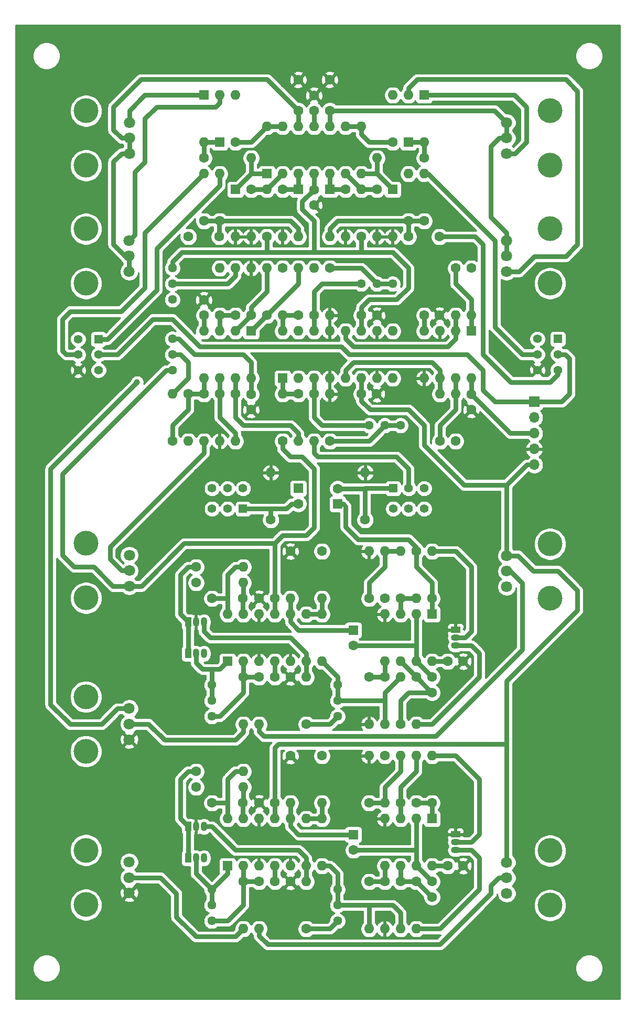
<source format=gbr>
G04 #@! TF.GenerationSoftware,KiCad,Pcbnew,(5.1.5)-3*
G04 #@! TF.CreationDate,2021-04-20T14:43:33+02:00*
G04 #@! TF.ProjectId,AnalogDrum_FM,416e616c-6f67-4447-9275-6d5f464d2e6b,rev?*
G04 #@! TF.SameCoordinates,Original*
G04 #@! TF.FileFunction,Copper,L2,Bot*
G04 #@! TF.FilePolarity,Positive*
%FSLAX46Y46*%
G04 Gerber Fmt 4.6, Leading zero omitted, Abs format (unit mm)*
G04 Created by KiCad (PCBNEW (5.1.5)-3) date 2021-04-20 14:43:33*
%MOMM*%
%LPD*%
G04 APERTURE LIST*
%ADD10C,4.000000*%
%ADD11C,1.800000*%
%ADD12C,1.600000*%
%ADD13R,1.600000X1.600000*%
%ADD14C,1.400000*%
%ADD15R,1.400000X1.400000*%
%ADD16O,1.600000X1.600000*%
%ADD17C,1.440000*%
%ADD18R,1.500000X1.050000*%
%ADD19O,1.500000X1.050000*%
%ADD20R,1.050000X1.500000*%
%ADD21O,1.050000X1.500000*%
%ADD22O,1.700000X1.700000*%
%ADD23R,1.700000X1.700000*%
%ADD24C,1.000000*%
%ADD25C,0.750000*%
%ADD26C,0.254000*%
G04 APERTURE END LIST*
D10*
X146065000Y-162555000D03*
X146065000Y-153755000D03*
D11*
X139065000Y-160655000D03*
X139065000Y-158155000D03*
X139065000Y-155655000D03*
D10*
X146065000Y-113025000D03*
X146065000Y-104225000D03*
D11*
X139065000Y-111125000D03*
X139065000Y-108625000D03*
X139065000Y-106125000D03*
D10*
X71105000Y-128910000D03*
X71105000Y-137710000D03*
D11*
X78105000Y-130810000D03*
X78105000Y-133310000D03*
X78105000Y-135810000D03*
D10*
X146050000Y-62140000D03*
X146050000Y-53340000D03*
D11*
X139050000Y-60240000D03*
X139050000Y-57740000D03*
X139050000Y-55240000D03*
D10*
X146065000Y-43090000D03*
X146065000Y-34290000D03*
D11*
X139065000Y-41190000D03*
X139065000Y-38690000D03*
X139065000Y-36190000D03*
D10*
X71105000Y-53340000D03*
X71105000Y-62140000D03*
D11*
X78105000Y-55240000D03*
X78105000Y-57740000D03*
X78105000Y-60240000D03*
D10*
X71120000Y-34290000D03*
X71120000Y-43090000D03*
D11*
X78120000Y-36190000D03*
X78120000Y-38690000D03*
X78120000Y-41190000D03*
D10*
X71105000Y-153675000D03*
X71105000Y-162475000D03*
D11*
X78105000Y-155575000D03*
X78105000Y-158075000D03*
X78105000Y-160575000D03*
D10*
X71120000Y-104140000D03*
X71120000Y-112940000D03*
D11*
X78120000Y-106040000D03*
X78120000Y-108540000D03*
X78120000Y-111040000D03*
D12*
X91480000Y-113030000D03*
X96480000Y-113030000D03*
X110490000Y-29250000D03*
X110490000Y-34250000D03*
X128190000Y-54610000D03*
X123190000Y-54610000D03*
X105410000Y-29250000D03*
X105410000Y-34250000D03*
X87670000Y-54610000D03*
X92670000Y-54610000D03*
X91480000Y-146050000D03*
X96480000Y-146050000D03*
X105410000Y-97750000D03*
D13*
X105410000Y-95250000D03*
D12*
X111760000Y-95290000D03*
D13*
X111760000Y-97790000D03*
D14*
X91480000Y-95250000D03*
X93980000Y-95250000D03*
X96480000Y-95250000D03*
X91480000Y-98550000D03*
X93980000Y-98550000D03*
D15*
X96480000Y-98550000D03*
D14*
X125730000Y-98550000D03*
X123230000Y-98550000D03*
X120730000Y-98550000D03*
X125730000Y-95250000D03*
X123230000Y-95250000D03*
D15*
X120730000Y-95250000D03*
D16*
X100965000Y-92710000D03*
D12*
X100965000Y-100330000D03*
D16*
X116205000Y-92710000D03*
D12*
X116205000Y-100330000D03*
D16*
X127000000Y-123190000D03*
X119380000Y-115570000D03*
X124460000Y-123190000D03*
X121920000Y-115570000D03*
X121920000Y-123190000D03*
X124460000Y-115570000D03*
X119380000Y-123190000D03*
D13*
X127000000Y-115570000D03*
D16*
X93980000Y-115570000D03*
X109220000Y-123190000D03*
X96520000Y-115570000D03*
X106680000Y-123190000D03*
X99060000Y-115570000D03*
X104140000Y-123190000D03*
X101600000Y-115570000D03*
X101600000Y-123190000D03*
X104140000Y-115570000D03*
X99060000Y-123190000D03*
X106680000Y-115570000D03*
X96520000Y-123190000D03*
X109220000Y-115570000D03*
D13*
X93980000Y-123190000D03*
D16*
X100330000Y-36830000D03*
X115570000Y-44450000D03*
X102870000Y-36830000D03*
X113030000Y-44450000D03*
X105410000Y-36830000D03*
X110490000Y-44450000D03*
X107950000Y-36830000D03*
X107950000Y-44450000D03*
X110490000Y-36830000D03*
X105410000Y-44450000D03*
X113030000Y-36830000D03*
X102870000Y-44450000D03*
X115570000Y-36830000D03*
D13*
X100330000Y-44450000D03*
D16*
X127000000Y-156210000D03*
X119380000Y-148590000D03*
X124460000Y-156210000D03*
X121920000Y-148590000D03*
X121920000Y-156210000D03*
X124460000Y-148590000D03*
X119380000Y-156210000D03*
D13*
X127000000Y-148590000D03*
D16*
X93980000Y-148590000D03*
X109220000Y-156210000D03*
X96520000Y-148590000D03*
X106680000Y-156210000D03*
X99060000Y-148590000D03*
X104140000Y-156210000D03*
X101600000Y-148590000D03*
X101600000Y-156210000D03*
X104140000Y-148590000D03*
X99060000Y-156210000D03*
X106680000Y-148590000D03*
X96520000Y-156210000D03*
X109220000Y-148590000D03*
D13*
X93980000Y-156210000D03*
D16*
X133350000Y-77470000D03*
X125730000Y-69850000D03*
X130810000Y-77470000D03*
X128270000Y-69850000D03*
X128270000Y-77470000D03*
X130810000Y-69850000D03*
X125730000Y-77470000D03*
D13*
X133350000Y-69850000D03*
D16*
X102870000Y-69850000D03*
X120650000Y-77470000D03*
X105410000Y-69850000D03*
X118110000Y-77470000D03*
X107950000Y-69850000D03*
X115570000Y-77470000D03*
X110490000Y-69850000D03*
X113030000Y-77470000D03*
X113030000Y-69850000D03*
X110490000Y-77470000D03*
X115570000Y-69850000D03*
X107950000Y-77470000D03*
X118110000Y-69850000D03*
X105410000Y-77470000D03*
X120650000Y-69850000D03*
D13*
X102870000Y-77470000D03*
D16*
X97790000Y-77470000D03*
X90170000Y-69850000D03*
X95250000Y-77470000D03*
X92710000Y-69850000D03*
X92710000Y-77470000D03*
X95250000Y-69850000D03*
X90170000Y-77470000D03*
D13*
X97790000Y-69850000D03*
D14*
X144020000Y-76120000D03*
X144020000Y-73620000D03*
X144020000Y-71120000D03*
X147320000Y-76120000D03*
X147320000Y-73620000D03*
D15*
X147320000Y-71120000D03*
D14*
X69850000Y-76160000D03*
X69850000Y-73660000D03*
X69850000Y-71160000D03*
X73150000Y-76160000D03*
X73150000Y-73660000D03*
D15*
X73150000Y-71160000D03*
D17*
X111760000Y-127000000D03*
X111760000Y-129540000D03*
X111760000Y-132080000D03*
X91440000Y-127000000D03*
X91440000Y-129540000D03*
X91440000Y-132080000D03*
X111760000Y-160020000D03*
X111760000Y-162560000D03*
X111760000Y-165100000D03*
X91440000Y-160020000D03*
X91440000Y-162560000D03*
X91440000Y-165100000D03*
X120650000Y-62230000D03*
X118110000Y-62230000D03*
X115570000Y-62230000D03*
X121920000Y-85090000D03*
X119380000Y-85090000D03*
X116840000Y-85090000D03*
X85090000Y-64770000D03*
X85090000Y-62230000D03*
X85090000Y-59690000D03*
X85090000Y-76200000D03*
X85090000Y-73660000D03*
X85090000Y-71120000D03*
D16*
X127000000Y-105410000D03*
D12*
X127000000Y-113030000D03*
D16*
X124460000Y-113030000D03*
D12*
X124460000Y-105410000D03*
D16*
X96520000Y-107950000D03*
D12*
X88900000Y-107950000D03*
D16*
X116840000Y-105410000D03*
D12*
X116840000Y-113030000D03*
D16*
X124460000Y-133350000D03*
D12*
X124460000Y-125730000D03*
D16*
X116840000Y-133350000D03*
D12*
X116840000Y-125730000D03*
D16*
X121920000Y-105410000D03*
D12*
X121920000Y-113030000D03*
D16*
X119380000Y-133350000D03*
D12*
X119380000Y-125730000D03*
D16*
X99060000Y-133350000D03*
D12*
X99060000Y-125730000D03*
D16*
X104140000Y-113030000D03*
D12*
X104140000Y-105410000D03*
D16*
X109220000Y-113030000D03*
D12*
X109220000Y-105410000D03*
D16*
X121920000Y-125730000D03*
D12*
X121920000Y-133350000D03*
D16*
X106680000Y-125730000D03*
D12*
X106680000Y-133350000D03*
D16*
X96520000Y-110490000D03*
D12*
X88900000Y-110490000D03*
D16*
X96520000Y-133350000D03*
D12*
X96520000Y-125730000D03*
D16*
X119380000Y-105410000D03*
D12*
X119380000Y-113030000D03*
D16*
X118110000Y-54610000D03*
D12*
X118110000Y-46990000D03*
D16*
X113030000Y-54610000D03*
D12*
X113030000Y-46990000D03*
D16*
X125730000Y-44450000D03*
D12*
X125730000Y-52070000D03*
D16*
X120650000Y-31750000D03*
D12*
X120650000Y-39370000D03*
D16*
X118110000Y-41910000D03*
D12*
X125730000Y-41910000D03*
D16*
X123190000Y-44450000D03*
D12*
X123190000Y-52070000D03*
D16*
X115570000Y-46990000D03*
D12*
X115570000Y-54610000D03*
D16*
X97790000Y-54610000D03*
D12*
X97790000Y-46990000D03*
D16*
X102870000Y-54610000D03*
D12*
X102870000Y-46990000D03*
D16*
X90170000Y-44450000D03*
D12*
X90170000Y-52070000D03*
D16*
X95250000Y-31750000D03*
D12*
X95250000Y-39370000D03*
D16*
X97790000Y-41910000D03*
D12*
X90170000Y-41910000D03*
D16*
X92710000Y-44450000D03*
D12*
X92710000Y-52070000D03*
D16*
X100330000Y-46990000D03*
D12*
X100330000Y-54610000D03*
D16*
X127000000Y-138430000D03*
D12*
X127000000Y-146050000D03*
D16*
X124460000Y-138430000D03*
D12*
X124460000Y-146050000D03*
D16*
X96520000Y-140970000D03*
D12*
X88900000Y-140970000D03*
D16*
X116840000Y-138430000D03*
D12*
X116840000Y-146050000D03*
D16*
X124460000Y-166370000D03*
D12*
X124460000Y-158750000D03*
D16*
X119380000Y-166370000D03*
D12*
X119380000Y-158750000D03*
D16*
X121920000Y-138430000D03*
D12*
X121920000Y-146050000D03*
D16*
X116840000Y-166370000D03*
D12*
X116840000Y-158750000D03*
D16*
X99060000Y-166370000D03*
D12*
X99060000Y-158750000D03*
D16*
X104140000Y-146050000D03*
D12*
X104140000Y-138430000D03*
D16*
X109220000Y-146050000D03*
D12*
X109220000Y-138430000D03*
D16*
X121920000Y-166370000D03*
D12*
X121920000Y-158750000D03*
D16*
X106680000Y-158750000D03*
D12*
X106680000Y-166370000D03*
D16*
X96520000Y-143510000D03*
D12*
X88900000Y-143510000D03*
D16*
X96520000Y-166370000D03*
D12*
X96520000Y-158750000D03*
D16*
X119380000Y-146050000D03*
D12*
X119380000Y-138430000D03*
D16*
X110490000Y-67310000D03*
D12*
X110490000Y-59690000D03*
D16*
X110490000Y-80010000D03*
D12*
X110490000Y-87630000D03*
D16*
X133350000Y-67310000D03*
D12*
X133350000Y-59690000D03*
D16*
X130810000Y-80010000D03*
D12*
X130810000Y-87630000D03*
D16*
X107950000Y-59690000D03*
D12*
X107950000Y-67310000D03*
D16*
X107950000Y-87630000D03*
D12*
X107950000Y-80010000D03*
D16*
X130810000Y-67310000D03*
D12*
X130810000Y-59690000D03*
D16*
X128270000Y-80010000D03*
D12*
X128270000Y-87630000D03*
D16*
X97790000Y-59690000D03*
D12*
X97790000Y-67310000D03*
D16*
X92710000Y-87630000D03*
D12*
X92710000Y-80010000D03*
D16*
X100330000Y-59690000D03*
D12*
X100330000Y-67310000D03*
D16*
X95250000Y-87630000D03*
D12*
X95250000Y-80010000D03*
D16*
X102870000Y-67310000D03*
D12*
X102870000Y-59690000D03*
D16*
X105410000Y-59690000D03*
D12*
X105410000Y-67310000D03*
D16*
X102870000Y-80010000D03*
D12*
X102870000Y-87630000D03*
D16*
X105410000Y-87630000D03*
D12*
X105410000Y-80010000D03*
D16*
X92710000Y-59690000D03*
D12*
X92710000Y-67310000D03*
D16*
X87630000Y-87630000D03*
D12*
X87630000Y-80010000D03*
D16*
X95250000Y-59690000D03*
D12*
X95250000Y-67310000D03*
D16*
X90170000Y-87630000D03*
D12*
X90170000Y-80010000D03*
D16*
X85090000Y-80010000D03*
D12*
X85090000Y-87630000D03*
D18*
X130810000Y-118110000D03*
D19*
X130810000Y-120650000D03*
X130810000Y-119380000D03*
D20*
X87630000Y-116840000D03*
D21*
X90170000Y-116840000D03*
X88900000Y-116840000D03*
D20*
X87630000Y-121920000D03*
D21*
X90170000Y-121920000D03*
X88900000Y-121920000D03*
D18*
X130810000Y-151130000D03*
D19*
X130810000Y-153670000D03*
X130810000Y-152400000D03*
D20*
X87630000Y-149860000D03*
D21*
X90170000Y-149860000D03*
X88900000Y-149860000D03*
D20*
X87630000Y-154940000D03*
D21*
X90170000Y-154940000D03*
X88900000Y-154940000D03*
D22*
X143510000Y-91440000D03*
X143510000Y-88900000D03*
X143510000Y-86360000D03*
X143510000Y-83820000D03*
D23*
X143510000Y-81280000D03*
D16*
X120650000Y-54610000D03*
D13*
X120650000Y-46990000D03*
D16*
X123190000Y-31750000D03*
D13*
X123190000Y-39370000D03*
D16*
X110490000Y-54610000D03*
D13*
X110490000Y-46990000D03*
D16*
X125730000Y-39370000D03*
D13*
X125730000Y-31750000D03*
D16*
X95250000Y-54610000D03*
D13*
X95250000Y-46990000D03*
D16*
X92710000Y-31750000D03*
D13*
X92710000Y-39370000D03*
D16*
X105410000Y-54610000D03*
D13*
X105410000Y-46990000D03*
D16*
X90170000Y-39370000D03*
D13*
X90170000Y-31750000D03*
D12*
X114300000Y-120650000D03*
D13*
X114300000Y-118150000D03*
D12*
X114300000Y-153670000D03*
D13*
X114300000Y-151170000D03*
D12*
X101600000Y-113030000D03*
X99100000Y-113030000D03*
X104140000Y-125730000D03*
X101640000Y-125730000D03*
X132040000Y-123190000D03*
X129540000Y-123190000D03*
X107950000Y-34290000D03*
X107950000Y-31790000D03*
X107950000Y-49530000D03*
X107950000Y-47030000D03*
X101600000Y-146050000D03*
X99100000Y-146050000D03*
X104140000Y-158750000D03*
X101640000Y-158750000D03*
X132040000Y-156210000D03*
X129540000Y-156210000D03*
X115570000Y-80010000D03*
X118070000Y-80010000D03*
X125730000Y-67310000D03*
X128230000Y-67310000D03*
X90170000Y-67310000D03*
X90170000Y-64810000D03*
X118110000Y-67310000D03*
X115610000Y-67310000D03*
X133350000Y-82550000D03*
X133350000Y-80050000D03*
X97790000Y-82550000D03*
X97790000Y-80050000D03*
X127000000Y-158750000D03*
X127000000Y-161250000D03*
X127000000Y-125730000D03*
X127000000Y-128230000D03*
D24*
X60960000Y-21590000D03*
X71120000Y-21590000D03*
X81280000Y-21590000D03*
X91440000Y-21590000D03*
X101600000Y-21590000D03*
X111760000Y-21590000D03*
X121920000Y-21590000D03*
X132080000Y-21590000D03*
X142240000Y-21590000D03*
X156210000Y-21590000D03*
X60960000Y-31750000D03*
X60960000Y-41910000D03*
X60960000Y-52070000D03*
X60960000Y-62230000D03*
X60960000Y-72390000D03*
X60960000Y-82550000D03*
X60960000Y-92710000D03*
X60960000Y-102870000D03*
X60960000Y-113030000D03*
X60960000Y-123190000D03*
X60960000Y-133350000D03*
X60960000Y-143510000D03*
X60960000Y-153670000D03*
X60960000Y-163830000D03*
X60960000Y-176530000D03*
X71120000Y-176530000D03*
X81280000Y-176530000D03*
X91440000Y-176530000D03*
X101600000Y-176530000D03*
X111760000Y-176530000D03*
X121920000Y-176530000D03*
X132080000Y-176530000D03*
X142240000Y-176530000D03*
X156210000Y-176530000D03*
X156210000Y-31750000D03*
X156210000Y-41910000D03*
X156210000Y-52070000D03*
X156210000Y-62230000D03*
X156210000Y-72390000D03*
X156210000Y-82550000D03*
X156210000Y-92710000D03*
X156210000Y-102870000D03*
X156210000Y-113030000D03*
X156210000Y-123190000D03*
X156210000Y-133350000D03*
X156210000Y-143510000D03*
X156210000Y-153670000D03*
X156210000Y-163830000D03*
X79375000Y-78105000D03*
D25*
X114300000Y-120650000D02*
X124460000Y-120650000D01*
X124460000Y-115570000D02*
X124460000Y-120650000D01*
X124460000Y-120650000D02*
X124460000Y-123190000D01*
X127000000Y-125730000D02*
X124460000Y-123190000D01*
X126960000Y-128230000D02*
X124460000Y-125730000D01*
X127000000Y-128230000D02*
X126960000Y-128230000D01*
X121920000Y-123190000D02*
X124460000Y-125730000D01*
X121920000Y-133350000D02*
X121920000Y-129540000D01*
X123230000Y-128230000D02*
X127000000Y-128230000D01*
X121920000Y-129540000D02*
X123230000Y-128230000D01*
X124460000Y-156210000D02*
X127000000Y-158750000D01*
X114300000Y-153670000D02*
X124460000Y-153670000D01*
X124460000Y-148590000D02*
X124460000Y-153670000D01*
X124460000Y-153670000D02*
X124460000Y-156210000D01*
X121920000Y-156210000D02*
X121920000Y-158750000D01*
X121920000Y-158750000D02*
X124460000Y-158750000D01*
X124500000Y-158750000D02*
X127000000Y-161250000D01*
X124460000Y-158750000D02*
X124500000Y-158750000D01*
X115610000Y-69810000D02*
X115570000Y-69850000D01*
X115610000Y-67310000D02*
X115610000Y-69810000D01*
X133350000Y-77470000D02*
X133350000Y-80050000D01*
X97790000Y-77470000D02*
X97790000Y-80050000D01*
X127000000Y-123190000D02*
X129540000Y-123190000D01*
X101640000Y-123230000D02*
X101600000Y-123190000D01*
X101640000Y-125730000D02*
X101640000Y-123230000D01*
X127000000Y-156210000D02*
X129540000Y-156210000D01*
X101600000Y-158710000D02*
X101640000Y-158750000D01*
X101600000Y-156210000D02*
X101600000Y-158710000D01*
X107950000Y-44450000D02*
X107950000Y-47030000D01*
X139660000Y-86360000D02*
X143510000Y-86360000D01*
X133350000Y-80050000D02*
X139660000Y-86360000D01*
X116840000Y-64770000D02*
X115610000Y-66000000D01*
X115610000Y-66000000D02*
X115610000Y-67310000D01*
X123190000Y-59690000D02*
X123190000Y-62865000D01*
X123190000Y-62865000D02*
X121285000Y-64770000D01*
X121285000Y-64770000D02*
X116840000Y-64770000D01*
X115570000Y-55880000D02*
X115570000Y-54610000D01*
X86108233Y-71120000D02*
X88648233Y-73660000D01*
X85090000Y-71120000D02*
X86108233Y-71120000D01*
X88648233Y-73660000D02*
X96520000Y-73660000D01*
X97790000Y-74930000D02*
X97790000Y-77470000D01*
X96520000Y-73660000D02*
X97790000Y-74930000D01*
X85090000Y-58671767D02*
X86611767Y-57150000D01*
X85090000Y-59690000D02*
X85090000Y-58671767D01*
X120650000Y-57150000D02*
X123190000Y-59690000D01*
X100330000Y-54610000D02*
X100330000Y-57150000D01*
X86611767Y-57150000D02*
X100330000Y-57150000D01*
X115570000Y-55880000D02*
X115570000Y-57150000D01*
X115570000Y-57150000D02*
X120650000Y-57150000D01*
X107950000Y-47030000D02*
X106045000Y-48935000D01*
X106045000Y-48935000D02*
X106045000Y-50165000D01*
X107950000Y-52070000D02*
X107950000Y-57150000D01*
X106045000Y-50165000D02*
X107950000Y-52070000D01*
X100330000Y-57150000D02*
X107950000Y-57150000D01*
X107950000Y-57150000D02*
X115570000Y-57150000D01*
X90170000Y-67310000D02*
X90170000Y-69850000D01*
X125730000Y-67310000D02*
X125730000Y-69850000D01*
X115570000Y-77470000D02*
X115570000Y-80010000D01*
X101600000Y-113030000D02*
X101600000Y-115570000D01*
X101600000Y-146050000D02*
X101600000Y-148590000D01*
X107950000Y-34290000D02*
X107950000Y-36830000D01*
X101600000Y-104140000D02*
X101600000Y-113030000D01*
X142307919Y-91440000D02*
X139050000Y-94697919D01*
X143510000Y-91440000D02*
X142307919Y-91440000D01*
X132162919Y-94697919D02*
X139050000Y-94697919D01*
X125730000Y-88265000D02*
X132162919Y-94697919D01*
X115570000Y-81141370D02*
X116978630Y-82550000D01*
X116978630Y-82550000D02*
X123190000Y-82550000D01*
X115570000Y-80010000D02*
X115570000Y-81141370D01*
X125730000Y-85090000D02*
X125730000Y-88265000D01*
X123190000Y-82550000D02*
X125730000Y-85090000D01*
X102870000Y-88900000D02*
X102870000Y-87630000D01*
X104140000Y-90170000D02*
X102870000Y-88900000D01*
X106045000Y-90170000D02*
X104140000Y-90170000D01*
X102870000Y-102870000D02*
X106680000Y-102870000D01*
X107950000Y-92075000D02*
X106045000Y-90170000D01*
X106680000Y-102870000D02*
X107950000Y-101600000D01*
X101600000Y-104140000D02*
X102870000Y-102870000D01*
X107950000Y-101600000D02*
X107950000Y-92075000D01*
X101600000Y-104140000D02*
X86995000Y-104140000D01*
X85090000Y-76200000D02*
X84071767Y-76200000D01*
X84071767Y-76200000D02*
X67310000Y-92961767D01*
X69215000Y-107950000D02*
X67310000Y-106045000D01*
X75480000Y-111040000D02*
X72390000Y-107950000D01*
X67310000Y-92961767D02*
X67310000Y-106045000D01*
X78120000Y-111040000D02*
X75480000Y-111040000D01*
X72390000Y-107950000D02*
X69215000Y-107950000D01*
X80095000Y-111040000D02*
X86995000Y-104140000D01*
X78120000Y-111040000D02*
X80095000Y-111040000D01*
X139050000Y-104837208D02*
X139050000Y-94697919D01*
X139065000Y-104852208D02*
X139050000Y-104837208D01*
X139065000Y-106125000D02*
X139065000Y-104852208D01*
X140890000Y-106125000D02*
X139065000Y-106125000D01*
X143350000Y-108585000D02*
X140890000Y-106125000D01*
X139065000Y-126365000D02*
X150495000Y-114935000D01*
X139065000Y-136525000D02*
X139065000Y-126365000D01*
X150495000Y-114935000D02*
X150495000Y-111760000D01*
X150495000Y-111760000D02*
X147320000Y-108585000D01*
X147320000Y-108585000D02*
X143350000Y-108585000D01*
X102235000Y-136525000D02*
X139065000Y-136525000D01*
X101600000Y-146050000D02*
X101600000Y-137160000D01*
X139065000Y-136525000D02*
X139065000Y-155655000D01*
X101600000Y-137160000D02*
X102235000Y-136525000D01*
X93980000Y-146050000D02*
X93980000Y-148590000D01*
X96520000Y-140970000D02*
X95250000Y-140970000D01*
X93980000Y-142240000D02*
X93980000Y-146050000D01*
X95250000Y-140970000D02*
X93980000Y-142240000D01*
X91480000Y-146050000D02*
X93980000Y-146050000D01*
X90170000Y-52070000D02*
X92710000Y-52070000D01*
X105410000Y-53340000D02*
X105410000Y-54610000D01*
X92710000Y-52070000D02*
X104140000Y-52070000D01*
X104140000Y-52070000D02*
X105410000Y-53340000D01*
X92670000Y-52110000D02*
X92710000Y-52070000D01*
X92670000Y-54610000D02*
X92670000Y-52110000D01*
X105410000Y-36830000D02*
X105410000Y-34250000D01*
X78120000Y-38690000D02*
X78120000Y-41190000D01*
X78105000Y-57740000D02*
X78105000Y-60240000D01*
X77515000Y-57740000D02*
X78105000Y-57740000D01*
X77470000Y-57785000D02*
X77515000Y-57740000D01*
X78120000Y-41190000D02*
X76847208Y-41190000D01*
X75565000Y-42472208D02*
X75565000Y-55880000D01*
X76847208Y-41190000D02*
X75565000Y-42472208D01*
X75565000Y-55880000D02*
X77470000Y-57785000D01*
X76847208Y-38690000D02*
X75565000Y-37407792D01*
X78120000Y-38690000D02*
X76847208Y-38690000D01*
X75565000Y-37407792D02*
X75565000Y-33655000D01*
X75565000Y-33655000D02*
X80010000Y-29210000D01*
X100370000Y-29210000D02*
X105410000Y-34250000D01*
X80010000Y-29210000D02*
X100370000Y-29210000D01*
X128190000Y-54610000D02*
X133985000Y-54610000D01*
X133985000Y-54610000D02*
X135255000Y-55880000D01*
X135255000Y-55880000D02*
X135255000Y-73660000D01*
X135255000Y-73660000D02*
X139700000Y-78105000D01*
X139700000Y-78105000D02*
X146050000Y-78105000D01*
X146050000Y-78105000D02*
X147320000Y-76835000D01*
X147320000Y-76835000D02*
X147320000Y-76120000D01*
X123190000Y-52070000D02*
X111760000Y-52070000D01*
X110490000Y-53340000D02*
X110490000Y-54610000D01*
X111760000Y-52070000D02*
X110490000Y-53340000D01*
X123190000Y-52070000D02*
X125730000Y-52070000D01*
X123190000Y-52070000D02*
X123190000Y-54610000D01*
X110490000Y-34250000D02*
X110490000Y-36830000D01*
X139050000Y-57740000D02*
X139050000Y-55240000D01*
X139065000Y-36190000D02*
X139065000Y-38690000D01*
X137125000Y-34250000D02*
X139065000Y-36190000D01*
X110490000Y-34250000D02*
X137125000Y-34250000D01*
X137840000Y-38690000D02*
X139065000Y-38690000D01*
X136525000Y-40005000D02*
X137840000Y-38690000D01*
X136525000Y-51435000D02*
X136525000Y-40005000D01*
X139050000Y-55240000D02*
X139050000Y-53960000D01*
X139050000Y-53960000D02*
X136525000Y-51435000D01*
X93980000Y-115570000D02*
X93980000Y-113030000D01*
X93980000Y-113030000D02*
X93980000Y-109220000D01*
X95250000Y-107950000D02*
X96520000Y-107950000D01*
X93980000Y-109220000D02*
X95250000Y-107950000D01*
X91480000Y-113030000D02*
X93980000Y-113030000D01*
X104140000Y-146050000D02*
X104140000Y-148590000D01*
X104140000Y-148590000D02*
X104140000Y-149860000D01*
X105450000Y-151170000D02*
X114300000Y-151170000D01*
X104140000Y-149860000D02*
X105450000Y-151170000D01*
X104140000Y-113030000D02*
X104140000Y-115570000D01*
X104140000Y-115570000D02*
X104140000Y-116840000D01*
X105450000Y-118150000D02*
X114300000Y-118150000D01*
X104140000Y-116840000D02*
X105450000Y-118150000D01*
X92710000Y-39370000D02*
X90170000Y-39370000D01*
X90170000Y-39370000D02*
X90170000Y-41910000D01*
X90170000Y-31750000D02*
X80645000Y-31750000D01*
X78120000Y-34275000D02*
X78120000Y-36190000D01*
X80645000Y-31750000D02*
X78120000Y-34275000D01*
X105410000Y-44450000D02*
X105410000Y-46990000D01*
X102870000Y-46990000D02*
X105410000Y-46990000D01*
X79004999Y-54340001D02*
X79004999Y-44185001D01*
X78105000Y-55240000D02*
X79004999Y-54340001D01*
X79004999Y-44185001D02*
X80645000Y-42545000D01*
X80645000Y-42545000D02*
X80645000Y-35560000D01*
X80645000Y-35560000D02*
X82550000Y-33655000D01*
X82550000Y-33655000D02*
X92075000Y-33655000D01*
X92710000Y-33020000D02*
X92710000Y-31750000D01*
X92075000Y-33655000D02*
X92710000Y-33020000D01*
X97790000Y-44450000D02*
X95250000Y-46990000D01*
X100330000Y-44450000D02*
X97790000Y-44450000D01*
X97790000Y-41910000D02*
X97790000Y-44450000D01*
X123190000Y-39370000D02*
X125730000Y-39370000D01*
X125730000Y-39370000D02*
X125730000Y-41910000D01*
X142240000Y-33655000D02*
X142240000Y-39370000D01*
X125730000Y-31750000D02*
X140335000Y-31750000D01*
X140420000Y-41190000D02*
X139065000Y-41190000D01*
X142240000Y-39370000D02*
X140420000Y-41190000D01*
X140335000Y-31750000D02*
X142240000Y-33655000D01*
X110490000Y-44450000D02*
X110490000Y-46990000D01*
X110490000Y-46990000D02*
X113030000Y-46990000D01*
X143510000Y-57785000D02*
X141055000Y-60240000D01*
X148590000Y-57785000D02*
X143510000Y-57785000D01*
X150495000Y-55880000D02*
X148590000Y-57785000D01*
X123190000Y-30618630D02*
X124598630Y-29210000D01*
X141055000Y-60240000D02*
X139050000Y-60240000D01*
X123190000Y-31750000D02*
X123190000Y-30618630D01*
X124598630Y-29210000D02*
X148590000Y-29210000D01*
X148590000Y-29210000D02*
X150495000Y-31115000D01*
X150495000Y-31115000D02*
X150495000Y-55880000D01*
X118110000Y-44450000D02*
X120650000Y-46990000D01*
X115570000Y-44450000D02*
X118110000Y-44450000D01*
X118110000Y-41910000D02*
X118110000Y-44450000D01*
X149225000Y-74295000D02*
X148550000Y-73620000D01*
X148550000Y-73620000D02*
X147320000Y-73620000D01*
X149225000Y-80010000D02*
X149225000Y-74295000D01*
X143510000Y-81280000D02*
X147955000Y-81280000D01*
X147955000Y-81280000D02*
X149225000Y-80010000D01*
X137160000Y-81280000D02*
X143510000Y-81280000D01*
X135255000Y-79375000D02*
X137160000Y-81280000D01*
X135255000Y-76200000D02*
X135255000Y-79375000D01*
X132715000Y-73660000D02*
X135255000Y-76200000D01*
X113665000Y-73660000D02*
X132715000Y-73660000D01*
X112395000Y-72390000D02*
X113665000Y-73660000D01*
X89535000Y-72390000D02*
X112395000Y-72390000D01*
X85090000Y-67945000D02*
X89535000Y-72390000D01*
X73150000Y-73660000D02*
X76200000Y-73660000D01*
X81915000Y-67945000D02*
X85090000Y-67945000D01*
X76200000Y-73660000D02*
X81915000Y-67945000D01*
X87630000Y-154940000D02*
X87630000Y-149860000D01*
X86360000Y-148590000D02*
X87630000Y-149860000D01*
X86360000Y-142240000D02*
X86360000Y-148590000D01*
X88900000Y-140970000D02*
X87630000Y-140970000D01*
X87630000Y-140970000D02*
X86360000Y-142240000D01*
X93980000Y-157480000D02*
X91440000Y-160020000D01*
X93980000Y-156210000D02*
X93980000Y-157480000D01*
X91440000Y-162560000D02*
X91440000Y-160020000D01*
X88900000Y-157480000D02*
X91440000Y-160020000D01*
X88900000Y-154940000D02*
X88900000Y-157480000D01*
X91445000Y-149860000D02*
X95255000Y-153670000D01*
X90170000Y-149860000D02*
X91445000Y-149860000D01*
X95255000Y-153670000D02*
X105410000Y-153670000D01*
X106680000Y-154940000D02*
X106680000Y-156210000D01*
X105410000Y-153670000D02*
X106680000Y-154940000D01*
X106680000Y-156210000D02*
X106680000Y-158750000D01*
X130810000Y-153670000D02*
X133350000Y-153670000D01*
X133350000Y-153670000D02*
X134620000Y-154940000D01*
X134620000Y-154940000D02*
X134620000Y-160020000D01*
X134620000Y-160020000D02*
X128270000Y-166370000D01*
X128270000Y-166370000D02*
X124460000Y-166370000D01*
X127000000Y-138430000D02*
X130810000Y-138430000D01*
X130810000Y-138430000D02*
X134620000Y-142240000D01*
X134620000Y-142240000D02*
X134620000Y-151130000D01*
X133350000Y-152400000D02*
X130810000Y-152400000D01*
X134620000Y-151130000D02*
X133350000Y-152400000D01*
X87630000Y-121920000D02*
X87630000Y-116840000D01*
X86360000Y-115570000D02*
X87630000Y-116840000D01*
X86360000Y-109220000D02*
X86360000Y-115570000D01*
X88900000Y-107950000D02*
X87630000Y-107950000D01*
X87630000Y-107950000D02*
X86360000Y-109220000D01*
X88900000Y-123420000D02*
X89940000Y-124460000D01*
X88900000Y-121920000D02*
X88900000Y-123420000D01*
X92710000Y-124460000D02*
X93980000Y-123190000D01*
X91440000Y-129540000D02*
X91440000Y-127000000D01*
X91440000Y-127000000D02*
X91440000Y-124460000D01*
X89940000Y-124460000D02*
X91440000Y-124460000D01*
X91440000Y-124460000D02*
X92710000Y-124460000D01*
X106680000Y-123190000D02*
X106680000Y-125730000D01*
X90170000Y-118340000D02*
X91210000Y-119380000D01*
X90170000Y-116840000D02*
X90170000Y-118340000D01*
X91210000Y-119380000D02*
X104140000Y-119380000D01*
X106680000Y-121920000D02*
X106680000Y-123190000D01*
X104140000Y-119380000D02*
X106680000Y-121920000D01*
X124460000Y-133350000D02*
X127000000Y-133350000D01*
X127000000Y-133350000D02*
X134620000Y-125730000D01*
X134620000Y-125730000D02*
X134620000Y-121920000D01*
X133350000Y-120650000D02*
X130810000Y-120650000D01*
X134620000Y-121920000D02*
X133350000Y-120650000D01*
X133350000Y-118340000D02*
X132310000Y-119380000D01*
X132310000Y-119380000D02*
X130810000Y-119380000D01*
X133350000Y-107950000D02*
X133350000Y-118340000D01*
X130810000Y-105410000D02*
X133350000Y-107950000D01*
X127000000Y-105410000D02*
X130810000Y-105410000D01*
X85090000Y-80010000D02*
X87630000Y-77470000D01*
X87630000Y-77470000D02*
X87630000Y-74930000D01*
X86360000Y-73660000D02*
X85090000Y-73660000D01*
X87630000Y-74930000D02*
X86360000Y-73660000D01*
X90170000Y-77470000D02*
X90170000Y-80010000D01*
X90170000Y-80010000D02*
X87630000Y-80010000D01*
X85090000Y-87630000D02*
X85090000Y-85090000D01*
X87630000Y-82550000D02*
X87630000Y-80010000D01*
X85090000Y-85090000D02*
X87630000Y-82550000D01*
X76847208Y-108540000D02*
X74987208Y-106680000D01*
X78120000Y-108540000D02*
X76847208Y-108540000D01*
X74987208Y-106680000D02*
X74987208Y-104717792D01*
X90170000Y-89535000D02*
X90170000Y-87630000D01*
X74987208Y-104717792D02*
X90170000Y-89535000D01*
X85090000Y-62230000D02*
X93980000Y-62230000D01*
X95250000Y-60960000D02*
X95250000Y-59690000D01*
X93980000Y-62230000D02*
X95250000Y-60960000D01*
X92710000Y-69850000D02*
X92710000Y-67310000D01*
X95250000Y-67310000D02*
X92710000Y-67310000D01*
X79375000Y-78105000D02*
X79375000Y-78105000D01*
X76200000Y-130810000D02*
X78105000Y-130810000D01*
X65405000Y-92075000D02*
X65405000Y-130175000D01*
X73660000Y-133350000D02*
X76200000Y-130810000D01*
X65405000Y-130175000D02*
X68580000Y-133350000D01*
X79375000Y-78105000D02*
X65405000Y-92075000D01*
X68580000Y-133350000D02*
X73660000Y-133350000D01*
X95250000Y-77470000D02*
X95250000Y-80010000D01*
X95250000Y-80010000D02*
X95250000Y-83820000D01*
X95250000Y-83820000D02*
X96520000Y-85090000D01*
X96520000Y-85090000D02*
X104140000Y-85090000D01*
X105410000Y-86360000D02*
X105410000Y-87630000D01*
X104140000Y-85090000D02*
X105410000Y-86360000D01*
X102870000Y-77470000D02*
X102870000Y-80010000D01*
X102870000Y-80010000D02*
X105410000Y-80010000D01*
X97790000Y-69850000D02*
X100330000Y-67310000D01*
X100330000Y-67310000D02*
X105410000Y-62230000D01*
X105410000Y-62230000D02*
X105410000Y-59690000D01*
X105410000Y-67310000D02*
X102870000Y-67310000D01*
X102870000Y-67310000D02*
X102870000Y-69850000D01*
X95250000Y-87630000D02*
X95250000Y-86360000D01*
X92710000Y-83820000D02*
X92710000Y-80010000D01*
X95250000Y-86360000D02*
X92710000Y-83820000D01*
X92710000Y-77470000D02*
X92710000Y-80010000D01*
X95250000Y-69850000D02*
X97790000Y-67310000D01*
X97790000Y-67310000D02*
X97790000Y-66040000D01*
X100330000Y-63500000D02*
X100330000Y-59690000D01*
X97790000Y-66040000D02*
X100330000Y-63500000D01*
X128270000Y-80010000D02*
X128270000Y-77470000D01*
X113030000Y-77470000D02*
X113030000Y-76200000D01*
X113030000Y-76200000D02*
X114300000Y-74930000D01*
X114300000Y-74930000D02*
X127000000Y-74930000D01*
X127000000Y-74930000D02*
X128270000Y-76200000D01*
X128270000Y-76200000D02*
X128270000Y-77470000D01*
X130810000Y-77470000D02*
X130810000Y-80010000D01*
X130810000Y-80010000D02*
X130810000Y-82550000D01*
X128270000Y-85090000D02*
X128270000Y-87630000D01*
X130810000Y-82550000D02*
X128270000Y-85090000D01*
X113030000Y-69850000D02*
X113030000Y-71120000D01*
X113030000Y-71120000D02*
X114300000Y-72390000D01*
X114300000Y-72390000D02*
X129540000Y-72390000D01*
X130810000Y-71120000D02*
X130810000Y-69850000D01*
X129540000Y-72390000D02*
X130810000Y-71120000D01*
X130810000Y-67310000D02*
X130810000Y-69850000D01*
X130810000Y-59690000D02*
X130810000Y-62230000D01*
X133350000Y-64770000D02*
X133350000Y-67310000D01*
X130810000Y-62230000D02*
X133350000Y-64770000D01*
X133350000Y-67310000D02*
X133350000Y-69850000D01*
X107950000Y-87630000D02*
X107950000Y-89535000D01*
X107950000Y-89535000D02*
X108585000Y-90170000D01*
X108585000Y-90170000D02*
X121285000Y-90170000D01*
X123230000Y-92115000D02*
X123230000Y-95250000D01*
X121285000Y-90170000D02*
X123230000Y-92115000D01*
X107950000Y-80010000D02*
X107950000Y-83820000D01*
X109220000Y-85090000D02*
X116840000Y-85090000D01*
X107950000Y-83820000D02*
X109220000Y-85090000D01*
X107950000Y-77470000D02*
X107950000Y-80010000D01*
X115570000Y-62230000D02*
X109220000Y-62230000D01*
X107950000Y-63500000D02*
X107950000Y-67310000D01*
X109220000Y-62230000D02*
X107950000Y-63500000D01*
X107950000Y-69850000D02*
X107950000Y-67310000D01*
X116840000Y-87630000D02*
X119380000Y-85090000D01*
X110490000Y-87630000D02*
X116840000Y-87630000D01*
X119380000Y-85090000D02*
X121920000Y-85090000D01*
X115570000Y-59690000D02*
X118110000Y-62230000D01*
X110490000Y-59690000D02*
X115570000Y-59690000D01*
X118110000Y-62230000D02*
X120650000Y-62230000D01*
X116840000Y-146050000D02*
X119380000Y-146050000D01*
X119380000Y-146050000D02*
X119380000Y-143510000D01*
X119380000Y-143510000D02*
X121920000Y-140970000D01*
X121920000Y-140970000D02*
X121920000Y-138430000D01*
X95250000Y-167640000D02*
X88900000Y-167640000D01*
X96520000Y-166370000D02*
X95250000Y-167640000D01*
X88900000Y-167640000D02*
X85725000Y-164465000D01*
X78105000Y-158075000D02*
X79970000Y-158075000D01*
X79970000Y-158075000D02*
X80010000Y-158115000D01*
X80010000Y-158115000D02*
X83185000Y-158115000D01*
X83185000Y-158115000D02*
X85725000Y-160655000D01*
X85725000Y-164465000D02*
X85725000Y-160655000D01*
X96520000Y-156210000D02*
X96520000Y-158750000D01*
X96520000Y-158750000D02*
X99060000Y-158750000D01*
X91440000Y-165100000D02*
X93980000Y-165100000D01*
X96520000Y-162560000D02*
X96520000Y-158750000D01*
X93980000Y-165100000D02*
X96520000Y-162560000D01*
X111760000Y-165100000D02*
X110490000Y-166370000D01*
X110490000Y-166370000D02*
X106680000Y-166370000D01*
X121920000Y-166370000D02*
X121920000Y-165100000D01*
X109220000Y-156210000D02*
X110490000Y-156210000D01*
X111760000Y-157480000D02*
X111760000Y-160020000D01*
X110490000Y-156210000D02*
X111760000Y-157480000D01*
X111760000Y-160020000D02*
X111760000Y-162560000D01*
X121920000Y-163830000D02*
X121920000Y-165100000D01*
X120650000Y-162560000D02*
X121920000Y-163830000D01*
X116840000Y-166370000D02*
X116840000Y-162560000D01*
X111760000Y-162560000D02*
X116840000Y-162560000D01*
X116840000Y-162560000D02*
X120650000Y-162560000D01*
X106680000Y-148590000D02*
X109220000Y-148590000D01*
X109220000Y-148590000D02*
X109220000Y-146050000D01*
X137755000Y-158155000D02*
X139065000Y-158155000D01*
X100468630Y-168910000D02*
X128270000Y-168910000D01*
X99060000Y-167501370D02*
X100468630Y-168910000D01*
X99060000Y-166370000D02*
X99060000Y-167501370D01*
X136525000Y-159385000D02*
X137755000Y-158155000D01*
X136525000Y-160655000D02*
X136525000Y-159385000D01*
X128270000Y-168910000D02*
X136525000Y-160655000D01*
X116840000Y-158750000D02*
X119380000Y-158750000D01*
X119380000Y-156210000D02*
X119380000Y-158750000D01*
X124460000Y-138430000D02*
X124460000Y-140970000D01*
X121920000Y-143510000D02*
X121920000Y-146050000D01*
X124460000Y-140970000D02*
X121920000Y-143510000D01*
X121920000Y-146050000D02*
X121920000Y-148590000D01*
X124460000Y-146050000D02*
X127000000Y-146050000D01*
X127000000Y-146050000D02*
X127000000Y-148590000D01*
X100330000Y-46990000D02*
X102870000Y-44450000D01*
X97790000Y-46990000D02*
X100330000Y-46990000D01*
X82550000Y-56515000D02*
X92710000Y-46355000D01*
X92710000Y-46355000D02*
X92710000Y-44450000D01*
X82550000Y-63210000D02*
X82550000Y-56515000D01*
X73150000Y-71160000D02*
X74600000Y-71160000D01*
X74600000Y-71160000D02*
X82550000Y-63210000D01*
X97790000Y-39370000D02*
X100330000Y-36830000D01*
X95250000Y-39370000D02*
X97790000Y-39370000D01*
X100330000Y-36830000D02*
X102870000Y-36830000D01*
X80645000Y-53975000D02*
X90170000Y-44450000D01*
X67945000Y-73660000D02*
X67310000Y-73025000D01*
X67310000Y-67945000D02*
X68580000Y-66675000D01*
X69850000Y-73660000D02*
X67945000Y-73660000D01*
X80645000Y-62865000D02*
X80645000Y-53975000D01*
X67310000Y-73025000D02*
X67310000Y-67945000D01*
X76835000Y-66675000D02*
X80645000Y-62865000D01*
X68580000Y-66675000D02*
X76835000Y-66675000D01*
X113030000Y-44450000D02*
X115570000Y-46990000D01*
X115570000Y-46990000D02*
X118110000Y-46990000D01*
X113030000Y-36830000D02*
X115570000Y-36830000D01*
X115570000Y-36830000D02*
X115570000Y-38100000D01*
X116840000Y-39370000D02*
X120650000Y-39370000D01*
X115570000Y-38100000D02*
X116840000Y-39370000D01*
X126365000Y-44450000D02*
X125730000Y-44450000D01*
X137160000Y-55245000D02*
X126365000Y-44450000D01*
X137160000Y-69215000D02*
X137160000Y-55245000D01*
X144020000Y-73620000D02*
X141565000Y-73620000D01*
X141565000Y-73620000D02*
X137160000Y-69215000D01*
X121920000Y-105410000D02*
X119380000Y-105410000D01*
X116840000Y-113030000D02*
X116840000Y-110490000D01*
X119380000Y-107950000D02*
X119380000Y-105410000D01*
X116840000Y-110490000D02*
X119380000Y-107950000D01*
X96520000Y-134620000D02*
X96520000Y-133350000D01*
X95250000Y-135890000D02*
X96520000Y-134620000D01*
X78105000Y-133310000D02*
X81240000Y-133310000D01*
X83820000Y-135890000D02*
X95250000Y-135890000D01*
X81240000Y-133310000D02*
X83820000Y-135890000D01*
X91440000Y-132080000D02*
X92710000Y-132080000D01*
X96520000Y-128270000D02*
X96520000Y-125730000D01*
X92710000Y-132080000D02*
X96520000Y-128270000D01*
X96520000Y-123190000D02*
X96520000Y-125730000D01*
X96520000Y-125730000D02*
X99060000Y-125730000D01*
X110490000Y-133350000D02*
X111760000Y-132080000D01*
X106680000Y-133350000D02*
X110490000Y-133350000D01*
X109220000Y-123190000D02*
X111760000Y-125730000D01*
X111760000Y-125730000D02*
X111760000Y-127000000D01*
X111760000Y-127000000D02*
X111760000Y-129540000D01*
X111760000Y-129540000D02*
X119380000Y-129540000D01*
X119380000Y-129540000D02*
X119380000Y-133350000D01*
X121920000Y-125730000D02*
X119380000Y-128270000D01*
X119380000Y-128270000D02*
X119380000Y-129540000D01*
X109220000Y-113030000D02*
X109220000Y-115570000D01*
X106680000Y-115570000D02*
X109220000Y-115570000D01*
X99833630Y-135255000D02*
X99060000Y-134481370D01*
X99060000Y-134481370D02*
X99060000Y-133350000D01*
X139660000Y-108625000D02*
X141605000Y-110570000D01*
X139065000Y-108625000D02*
X139660000Y-108625000D01*
X141605000Y-110570000D02*
X141605000Y-121285000D01*
X141605000Y-121285000D02*
X127635000Y-135255000D01*
X127635000Y-135255000D02*
X99833630Y-135255000D01*
X119380000Y-123190000D02*
X119380000Y-125730000D01*
X119380000Y-125730000D02*
X116840000Y-125730000D01*
X121920000Y-113030000D02*
X121920000Y-115570000D01*
X124460000Y-113030000D02*
X121920000Y-113030000D01*
X124460000Y-105410000D02*
X124460000Y-107950000D01*
X127000000Y-110490000D02*
X127000000Y-113030000D01*
X124460000Y-107950000D02*
X127000000Y-110490000D01*
X127000000Y-113030000D02*
X127000000Y-115570000D01*
X113030000Y-98145000D02*
X113030000Y-101461370D01*
X113030000Y-101461370D02*
X115073630Y-103505000D01*
X123190000Y-103505000D02*
X124460000Y-104775000D01*
X115073630Y-103505000D02*
X123190000Y-103505000D01*
X112675000Y-97790000D02*
X113030000Y-98145000D01*
X111760000Y-97790000D02*
X112675000Y-97790000D01*
X96480000Y-148550000D02*
X96520000Y-148590000D01*
X96480000Y-146050000D02*
X96480000Y-148550000D01*
X96520000Y-146010000D02*
X96480000Y-146050000D01*
X96520000Y-143510000D02*
X96520000Y-146010000D01*
X96520000Y-112990000D02*
X96480000Y-113030000D01*
X96520000Y-110490000D02*
X96520000Y-112990000D01*
X96480000Y-115530000D02*
X96520000Y-115570000D01*
X96480000Y-113030000D02*
X96480000Y-115530000D01*
X120690000Y-95290000D02*
X120730000Y-95250000D01*
X116205000Y-100330000D02*
X116205000Y-95250000D01*
X116205000Y-95250000D02*
X120730000Y-95250000D01*
X116165000Y-95290000D02*
X116205000Y-95250000D01*
X111760000Y-95290000D02*
X116165000Y-95290000D01*
X103478630Y-98550000D02*
X100965000Y-98550000D01*
X105410000Y-97750000D02*
X104278630Y-97750000D01*
X104278630Y-97750000D02*
X103478630Y-98550000D01*
X100965000Y-98550000D02*
X100965000Y-100330000D01*
X96480000Y-98550000D02*
X100965000Y-98550000D01*
D26*
G36*
X157353000Y-177673000D02*
G01*
X59817000Y-177673000D01*
X59817000Y-172499872D01*
X62535000Y-172499872D01*
X62535000Y-172940128D01*
X62620890Y-173371925D01*
X62789369Y-173778669D01*
X63033962Y-174144729D01*
X63345271Y-174456038D01*
X63711331Y-174700631D01*
X64118075Y-174869110D01*
X64549872Y-174955000D01*
X64990128Y-174955000D01*
X65421925Y-174869110D01*
X65828669Y-174700631D01*
X66194729Y-174456038D01*
X66506038Y-174144729D01*
X66750631Y-173778669D01*
X66919110Y-173371925D01*
X67005000Y-172940128D01*
X67005000Y-172499872D01*
X150165000Y-172499872D01*
X150165000Y-172940128D01*
X150250890Y-173371925D01*
X150419369Y-173778669D01*
X150663962Y-174144729D01*
X150975271Y-174456038D01*
X151341331Y-174700631D01*
X151748075Y-174869110D01*
X152179872Y-174955000D01*
X152620128Y-174955000D01*
X153051925Y-174869110D01*
X153458669Y-174700631D01*
X153824729Y-174456038D01*
X154136038Y-174144729D01*
X154380631Y-173778669D01*
X154549110Y-173371925D01*
X154635000Y-172940128D01*
X154635000Y-172499872D01*
X154549110Y-172068075D01*
X154380631Y-171661331D01*
X154136038Y-171295271D01*
X153824729Y-170983962D01*
X153458669Y-170739369D01*
X153051925Y-170570890D01*
X152620128Y-170485000D01*
X152179872Y-170485000D01*
X151748075Y-170570890D01*
X151341331Y-170739369D01*
X150975271Y-170983962D01*
X150663962Y-171295271D01*
X150419369Y-171661331D01*
X150250890Y-172068075D01*
X150165000Y-172499872D01*
X67005000Y-172499872D01*
X66919110Y-172068075D01*
X66750631Y-171661331D01*
X66506038Y-171295271D01*
X66194729Y-170983962D01*
X65828669Y-170739369D01*
X65421925Y-170570890D01*
X64990128Y-170485000D01*
X64549872Y-170485000D01*
X64118075Y-170570890D01*
X63711331Y-170739369D01*
X63345271Y-170983962D01*
X63033962Y-171295271D01*
X62789369Y-171661331D01*
X62620890Y-172068075D01*
X62535000Y-172499872D01*
X59817000Y-172499872D01*
X59817000Y-162215475D01*
X68470000Y-162215475D01*
X68470000Y-162734525D01*
X68571261Y-163243601D01*
X68769893Y-163723141D01*
X69058262Y-164154715D01*
X69425285Y-164521738D01*
X69856859Y-164810107D01*
X70336399Y-165008739D01*
X70845475Y-165110000D01*
X71364525Y-165110000D01*
X71873601Y-165008739D01*
X72353141Y-164810107D01*
X72784715Y-164521738D01*
X73151738Y-164154715D01*
X73440107Y-163723141D01*
X73638739Y-163243601D01*
X73740000Y-162734525D01*
X73740000Y-162215475D01*
X73638739Y-161706399D01*
X73610855Y-161639080D01*
X77220525Y-161639080D01*
X77304208Y-161893261D01*
X77576775Y-162024158D01*
X77869642Y-162099365D01*
X78171553Y-162115991D01*
X78470907Y-162073397D01*
X78756199Y-161973222D01*
X78905792Y-161893261D01*
X78989475Y-161639080D01*
X78105000Y-160754605D01*
X77220525Y-161639080D01*
X73610855Y-161639080D01*
X73440107Y-161226859D01*
X73151738Y-160795285D01*
X72998006Y-160641553D01*
X76564009Y-160641553D01*
X76606603Y-160940907D01*
X76706778Y-161226199D01*
X76786739Y-161375792D01*
X77040920Y-161459475D01*
X77925395Y-160575000D01*
X78284605Y-160575000D01*
X79169080Y-161459475D01*
X79423261Y-161375792D01*
X79554158Y-161103225D01*
X79629365Y-160810358D01*
X79645991Y-160508447D01*
X79603397Y-160209093D01*
X79503222Y-159923801D01*
X79423261Y-159774208D01*
X79169080Y-159690525D01*
X78284605Y-160575000D01*
X77925395Y-160575000D01*
X77040920Y-159690525D01*
X76786739Y-159774208D01*
X76655842Y-160046775D01*
X76580635Y-160339642D01*
X76564009Y-160641553D01*
X72998006Y-160641553D01*
X72784715Y-160428262D01*
X72353141Y-160139893D01*
X71873601Y-159941261D01*
X71364525Y-159840000D01*
X70845475Y-159840000D01*
X70336399Y-159941261D01*
X69856859Y-160139893D01*
X69425285Y-160428262D01*
X69058262Y-160795285D01*
X68769893Y-161226859D01*
X68571261Y-161706399D01*
X68470000Y-162215475D01*
X59817000Y-162215475D01*
X59817000Y-153415475D01*
X68470000Y-153415475D01*
X68470000Y-153934525D01*
X68571261Y-154443601D01*
X68769893Y-154923141D01*
X69058262Y-155354715D01*
X69425285Y-155721738D01*
X69856859Y-156010107D01*
X70336399Y-156208739D01*
X70845475Y-156310000D01*
X71364525Y-156310000D01*
X71873601Y-156208739D01*
X72353141Y-156010107D01*
X72784715Y-155721738D01*
X73151738Y-155354715D01*
X73440107Y-154923141D01*
X73638739Y-154443601D01*
X73740000Y-153934525D01*
X73740000Y-153415475D01*
X73638739Y-152906399D01*
X73440107Y-152426859D01*
X73151738Y-151995285D01*
X72784715Y-151628262D01*
X72353141Y-151339893D01*
X71873601Y-151141261D01*
X71364525Y-151040000D01*
X70845475Y-151040000D01*
X70336399Y-151141261D01*
X69856859Y-151339893D01*
X69425285Y-151628262D01*
X69058262Y-151995285D01*
X68769893Y-152426859D01*
X68571261Y-152906399D01*
X68470000Y-153415475D01*
X59817000Y-153415475D01*
X59817000Y-137450475D01*
X68470000Y-137450475D01*
X68470000Y-137969525D01*
X68571261Y-138478601D01*
X68769893Y-138958141D01*
X69058262Y-139389715D01*
X69425285Y-139756738D01*
X69856859Y-140045107D01*
X70336399Y-140243739D01*
X70845475Y-140345000D01*
X71364525Y-140345000D01*
X71873601Y-140243739D01*
X72353141Y-140045107D01*
X72784715Y-139756738D01*
X73151738Y-139389715D01*
X73440107Y-138958141D01*
X73638739Y-138478601D01*
X73740000Y-137969525D01*
X73740000Y-137450475D01*
X73638739Y-136941399D01*
X73610855Y-136874080D01*
X77220525Y-136874080D01*
X77304208Y-137128261D01*
X77576775Y-137259158D01*
X77869642Y-137334365D01*
X78171553Y-137350991D01*
X78470907Y-137308397D01*
X78756199Y-137208222D01*
X78905792Y-137128261D01*
X78989475Y-136874080D01*
X78105000Y-135989605D01*
X77220525Y-136874080D01*
X73610855Y-136874080D01*
X73440107Y-136461859D01*
X73151738Y-136030285D01*
X72998006Y-135876553D01*
X76564009Y-135876553D01*
X76606603Y-136175907D01*
X76706778Y-136461199D01*
X76786739Y-136610792D01*
X77040920Y-136694475D01*
X77925395Y-135810000D01*
X78284605Y-135810000D01*
X79169080Y-136694475D01*
X79423261Y-136610792D01*
X79554158Y-136338225D01*
X79629365Y-136045358D01*
X79645991Y-135743447D01*
X79603397Y-135444093D01*
X79503222Y-135158801D01*
X79423261Y-135009208D01*
X79169080Y-134925525D01*
X78284605Y-135810000D01*
X77925395Y-135810000D01*
X77040920Y-134925525D01*
X76786739Y-135009208D01*
X76655842Y-135281775D01*
X76580635Y-135574642D01*
X76564009Y-135876553D01*
X72998006Y-135876553D01*
X72784715Y-135663262D01*
X72353141Y-135374893D01*
X71873601Y-135176261D01*
X71364525Y-135075000D01*
X70845475Y-135075000D01*
X70336399Y-135176261D01*
X69856859Y-135374893D01*
X69425285Y-135663262D01*
X69058262Y-136030285D01*
X68769893Y-136461859D01*
X68571261Y-136941399D01*
X68470000Y-137450475D01*
X59817000Y-137450475D01*
X59817000Y-92075000D01*
X64390114Y-92075000D01*
X64395000Y-92124608D01*
X64395001Y-130125382D01*
X64390114Y-130175000D01*
X64409615Y-130372994D01*
X64467368Y-130563379D01*
X64467369Y-130563380D01*
X64561154Y-130738840D01*
X64687368Y-130892633D01*
X64725901Y-130924256D01*
X67830739Y-134029094D01*
X67862367Y-134067633D01*
X68016160Y-134193847D01*
X68191620Y-134287632D01*
X68382006Y-134345385D01*
X68530392Y-134360000D01*
X68530394Y-134360000D01*
X68579999Y-134364886D01*
X68629604Y-134360000D01*
X73610392Y-134360000D01*
X73660000Y-134364886D01*
X73857994Y-134345385D01*
X73941677Y-134320000D01*
X74048380Y-134287632D01*
X74223840Y-134193847D01*
X74377633Y-134067633D01*
X74409261Y-134029094D01*
X76618356Y-131820000D01*
X76944183Y-131820000D01*
X77126495Y-132002312D01*
X77212831Y-132060000D01*
X77126495Y-132117688D01*
X76912688Y-132331495D01*
X76744701Y-132582905D01*
X76628989Y-132862257D01*
X76570000Y-133158816D01*
X76570000Y-133461184D01*
X76628989Y-133757743D01*
X76744701Y-134037095D01*
X76912688Y-134288505D01*
X77126495Y-134502312D01*
X77269310Y-134597738D01*
X77220525Y-134745920D01*
X78105000Y-135630395D01*
X78989475Y-134745920D01*
X78940690Y-134597738D01*
X79083505Y-134502312D01*
X79265817Y-134320000D01*
X80821645Y-134320000D01*
X83070744Y-136569100D01*
X83102367Y-136607633D01*
X83256160Y-136733847D01*
X83431620Y-136827632D01*
X83622005Y-136885385D01*
X83820000Y-136904886D01*
X83869608Y-136900000D01*
X95200392Y-136900000D01*
X95250000Y-136904886D01*
X95447994Y-136885385D01*
X95638380Y-136827632D01*
X95813840Y-136733847D01*
X95967633Y-136607633D01*
X95999261Y-136569094D01*
X97199094Y-135369261D01*
X97237633Y-135337633D01*
X97363847Y-135183840D01*
X97457632Y-135008380D01*
X97515385Y-134817994D01*
X97530000Y-134669608D01*
X97530000Y-134669606D01*
X97534886Y-134620001D01*
X97530000Y-134570396D01*
X97530000Y-134369396D01*
X97634637Y-134264759D01*
X97790000Y-134032241D01*
X97945363Y-134264759D01*
X98050000Y-134369396D01*
X98050000Y-134431762D01*
X98045114Y-134481370D01*
X98064615Y-134679364D01*
X98084805Y-134745920D01*
X98122368Y-134869749D01*
X98216153Y-135045210D01*
X98342367Y-135199003D01*
X98380906Y-135230631D01*
X99084369Y-135934094D01*
X99115997Y-135972633D01*
X99269790Y-136098847D01*
X99445250Y-136192632D01*
X99635636Y-136250385D01*
X99784022Y-136265000D01*
X99784024Y-136265000D01*
X99833629Y-136269886D01*
X99883234Y-136265000D01*
X101066645Y-136265000D01*
X100920901Y-136410744D01*
X100882368Y-136442367D01*
X100850745Y-136480900D01*
X100850744Y-136480901D01*
X100756154Y-136596160D01*
X100662368Y-136771621D01*
X100604615Y-136962006D01*
X100585114Y-137160000D01*
X100590001Y-137209618D01*
X100590000Y-145030604D01*
X100485363Y-145135241D01*
X100351308Y-145335869D01*
X100336671Y-145308486D01*
X100092702Y-145236903D01*
X99279605Y-146050000D01*
X100092702Y-146863097D01*
X100336671Y-146791514D01*
X100350324Y-146762659D01*
X100485363Y-146964759D01*
X100590000Y-147069396D01*
X100590001Y-147570603D01*
X100485363Y-147675241D01*
X100328320Y-147910273D01*
X100323933Y-147920865D01*
X100212385Y-147734869D01*
X100023414Y-147526481D01*
X99797420Y-147358963D01*
X99749042Y-147336098D01*
X99841514Y-147286671D01*
X99913097Y-147042702D01*
X99100000Y-146229605D01*
X98286903Y-147042702D01*
X98358486Y-147286671D01*
X98416977Y-147314347D01*
X98322580Y-147358963D01*
X98096586Y-147526481D01*
X97907615Y-147734869D01*
X97796067Y-147920865D01*
X97791680Y-147910273D01*
X97634637Y-147675241D01*
X97490000Y-147530604D01*
X97490000Y-147069396D01*
X97594637Y-146964759D01*
X97751680Y-146729727D01*
X97787852Y-146642399D01*
X97796397Y-146666292D01*
X97863329Y-146791514D01*
X98107298Y-146863097D01*
X98920395Y-146050000D01*
X98107298Y-145236903D01*
X97863329Y-145308486D01*
X97790149Y-145463145D01*
X97751680Y-145370273D01*
X97594637Y-145135241D01*
X97530000Y-145070604D01*
X97530000Y-145057298D01*
X98286903Y-145057298D01*
X99100000Y-145870395D01*
X99913097Y-145057298D01*
X99841514Y-144813329D01*
X99586004Y-144692429D01*
X99311816Y-144623700D01*
X99029488Y-144609783D01*
X98749870Y-144651213D01*
X98483708Y-144746397D01*
X98358486Y-144813329D01*
X98286903Y-145057298D01*
X97530000Y-145057298D01*
X97530000Y-144529396D01*
X97634637Y-144424759D01*
X97791680Y-144189727D01*
X97899853Y-143928574D01*
X97955000Y-143651335D01*
X97955000Y-143368665D01*
X97899853Y-143091426D01*
X97791680Y-142830273D01*
X97634637Y-142595241D01*
X97434759Y-142395363D01*
X97202241Y-142240000D01*
X97434759Y-142084637D01*
X97634637Y-141884759D01*
X97791680Y-141649727D01*
X97899853Y-141388574D01*
X97955000Y-141111335D01*
X97955000Y-140828665D01*
X97899853Y-140551426D01*
X97791680Y-140290273D01*
X97634637Y-140055241D01*
X97434759Y-139855363D01*
X97199727Y-139698320D01*
X96938574Y-139590147D01*
X96661335Y-139535000D01*
X96378665Y-139535000D01*
X96101426Y-139590147D01*
X95840273Y-139698320D01*
X95605241Y-139855363D01*
X95500604Y-139960000D01*
X95299604Y-139960000D01*
X95249999Y-139955114D01*
X95200394Y-139960000D01*
X95200392Y-139960000D01*
X95052006Y-139974615D01*
X94861620Y-140032368D01*
X94686160Y-140126153D01*
X94532367Y-140252367D01*
X94500739Y-140290906D01*
X93300906Y-141490739D01*
X93262367Y-141522367D01*
X93136153Y-141676160D01*
X93042369Y-141851620D01*
X93042368Y-141851621D01*
X92984615Y-142042006D01*
X92965114Y-142240000D01*
X92970000Y-142289608D01*
X92970001Y-145040000D01*
X92499396Y-145040000D01*
X92394759Y-144935363D01*
X92159727Y-144778320D01*
X91898574Y-144670147D01*
X91621335Y-144615000D01*
X91338665Y-144615000D01*
X91061426Y-144670147D01*
X90800273Y-144778320D01*
X90565241Y-144935363D01*
X90365363Y-145135241D01*
X90208320Y-145370273D01*
X90100147Y-145631426D01*
X90045000Y-145908665D01*
X90045000Y-146191335D01*
X90100147Y-146468574D01*
X90208320Y-146729727D01*
X90365363Y-146964759D01*
X90565241Y-147164637D01*
X90800273Y-147321680D01*
X91061426Y-147429853D01*
X91338665Y-147485000D01*
X91621335Y-147485000D01*
X91898574Y-147429853D01*
X92159727Y-147321680D01*
X92394759Y-147164637D01*
X92499396Y-147060000D01*
X92970000Y-147060000D01*
X92970001Y-147570603D01*
X92865363Y-147675241D01*
X92708320Y-147910273D01*
X92600147Y-148171426D01*
X92545000Y-148448665D01*
X92545000Y-148731335D01*
X92600147Y-149008574D01*
X92708320Y-149269727D01*
X92865363Y-149504759D01*
X93065241Y-149704637D01*
X93300273Y-149861680D01*
X93561426Y-149969853D01*
X93838665Y-150025000D01*
X94121335Y-150025000D01*
X94398574Y-149969853D01*
X94659727Y-149861680D01*
X94894759Y-149704637D01*
X95094637Y-149504759D01*
X95250000Y-149272241D01*
X95405363Y-149504759D01*
X95605241Y-149704637D01*
X95840273Y-149861680D01*
X96101426Y-149969853D01*
X96378665Y-150025000D01*
X96661335Y-150025000D01*
X96938574Y-149969853D01*
X97199727Y-149861680D01*
X97434759Y-149704637D01*
X97634637Y-149504759D01*
X97791680Y-149269727D01*
X97796067Y-149259135D01*
X97907615Y-149445131D01*
X98096586Y-149653519D01*
X98322580Y-149821037D01*
X98576913Y-149941246D01*
X98710961Y-149981904D01*
X98933000Y-149859915D01*
X98933000Y-148717000D01*
X98913000Y-148717000D01*
X98913000Y-148463000D01*
X98933000Y-148463000D01*
X98933000Y-148443000D01*
X99187000Y-148443000D01*
X99187000Y-148463000D01*
X99207000Y-148463000D01*
X99207000Y-148717000D01*
X99187000Y-148717000D01*
X99187000Y-149859915D01*
X99409039Y-149981904D01*
X99543087Y-149941246D01*
X99797420Y-149821037D01*
X100023414Y-149653519D01*
X100212385Y-149445131D01*
X100323933Y-149259135D01*
X100328320Y-149269727D01*
X100485363Y-149504759D01*
X100685241Y-149704637D01*
X100920273Y-149861680D01*
X101181426Y-149969853D01*
X101458665Y-150025000D01*
X101741335Y-150025000D01*
X102018574Y-149969853D01*
X102279727Y-149861680D01*
X102514759Y-149704637D01*
X102714637Y-149504759D01*
X102870000Y-149272241D01*
X103025363Y-149504759D01*
X103130001Y-149609397D01*
X103130001Y-149810383D01*
X103125114Y-149860000D01*
X103144615Y-150057994D01*
X103202368Y-150248379D01*
X103236588Y-150312400D01*
X103296154Y-150423840D01*
X103422368Y-150577633D01*
X103460900Y-150609255D01*
X104700743Y-151849099D01*
X104732367Y-151887633D01*
X104886160Y-152013847D01*
X104986785Y-152067632D01*
X105061620Y-152107632D01*
X105252005Y-152165385D01*
X105450000Y-152184886D01*
X105499608Y-152180000D01*
X112900130Y-152180000D01*
X112910498Y-152214180D01*
X112969463Y-152324494D01*
X113048815Y-152421185D01*
X113145506Y-152500537D01*
X113255820Y-152559502D01*
X113351943Y-152588661D01*
X113185363Y-152755241D01*
X113028320Y-152990273D01*
X112920147Y-153251426D01*
X112865000Y-153528665D01*
X112865000Y-153811335D01*
X112920147Y-154088574D01*
X113028320Y-154349727D01*
X113185363Y-154584759D01*
X113385241Y-154784637D01*
X113620273Y-154941680D01*
X113881426Y-155049853D01*
X114158665Y-155105000D01*
X114441335Y-155105000D01*
X114718574Y-155049853D01*
X114979727Y-154941680D01*
X115214759Y-154784637D01*
X115319396Y-154680000D01*
X123450000Y-154680000D01*
X123450001Y-155190603D01*
X123345363Y-155295241D01*
X123190000Y-155527759D01*
X123034637Y-155295241D01*
X122834759Y-155095363D01*
X122599727Y-154938320D01*
X122338574Y-154830147D01*
X122061335Y-154775000D01*
X121778665Y-154775000D01*
X121501426Y-154830147D01*
X121240273Y-154938320D01*
X121005241Y-155095363D01*
X120805363Y-155295241D01*
X120650000Y-155527759D01*
X120494637Y-155295241D01*
X120294759Y-155095363D01*
X120059727Y-154938320D01*
X119798574Y-154830147D01*
X119521335Y-154775000D01*
X119238665Y-154775000D01*
X118961426Y-154830147D01*
X118700273Y-154938320D01*
X118465241Y-155095363D01*
X118265363Y-155295241D01*
X118108320Y-155530273D01*
X118000147Y-155791426D01*
X117945000Y-156068665D01*
X117945000Y-156351335D01*
X118000147Y-156628574D01*
X118108320Y-156889727D01*
X118265363Y-157124759D01*
X118370000Y-157229396D01*
X118370001Y-157730603D01*
X118360604Y-157740000D01*
X117859396Y-157740000D01*
X117754759Y-157635363D01*
X117519727Y-157478320D01*
X117258574Y-157370147D01*
X116981335Y-157315000D01*
X116698665Y-157315000D01*
X116421426Y-157370147D01*
X116160273Y-157478320D01*
X115925241Y-157635363D01*
X115725363Y-157835241D01*
X115568320Y-158070273D01*
X115460147Y-158331426D01*
X115405000Y-158608665D01*
X115405000Y-158891335D01*
X115460147Y-159168574D01*
X115568320Y-159429727D01*
X115725363Y-159664759D01*
X115925241Y-159864637D01*
X116160273Y-160021680D01*
X116421426Y-160129853D01*
X116698665Y-160185000D01*
X116981335Y-160185000D01*
X117258574Y-160129853D01*
X117519727Y-160021680D01*
X117754759Y-159864637D01*
X117859396Y-159760000D01*
X118360604Y-159760000D01*
X118465241Y-159864637D01*
X118700273Y-160021680D01*
X118961426Y-160129853D01*
X119238665Y-160185000D01*
X119521335Y-160185000D01*
X119798574Y-160129853D01*
X120059727Y-160021680D01*
X120294759Y-159864637D01*
X120494637Y-159664759D01*
X120650000Y-159432241D01*
X120805363Y-159664759D01*
X121005241Y-159864637D01*
X121240273Y-160021680D01*
X121501426Y-160129853D01*
X121778665Y-160185000D01*
X122061335Y-160185000D01*
X122338574Y-160129853D01*
X122599727Y-160021680D01*
X122834759Y-159864637D01*
X122939396Y-159760000D01*
X123440604Y-159760000D01*
X123545241Y-159864637D01*
X123780273Y-160021680D01*
X124041426Y-160129853D01*
X124318665Y-160185000D01*
X124506645Y-160185000D01*
X125565000Y-161243356D01*
X125565000Y-161391335D01*
X125620147Y-161668574D01*
X125728320Y-161929727D01*
X125885363Y-162164759D01*
X126085241Y-162364637D01*
X126320273Y-162521680D01*
X126581426Y-162629853D01*
X126858665Y-162685000D01*
X127141335Y-162685000D01*
X127418574Y-162629853D01*
X127679727Y-162521680D01*
X127914759Y-162364637D01*
X128114637Y-162164759D01*
X128271680Y-161929727D01*
X128379853Y-161668574D01*
X128435000Y-161391335D01*
X128435000Y-161108665D01*
X128379853Y-160831426D01*
X128271680Y-160570273D01*
X128114637Y-160335241D01*
X127914759Y-160135363D01*
X127712173Y-160000000D01*
X127914759Y-159864637D01*
X128114637Y-159664759D01*
X128271680Y-159429727D01*
X128379853Y-159168574D01*
X128435000Y-158891335D01*
X128435000Y-158608665D01*
X128379853Y-158331426D01*
X128271680Y-158070273D01*
X128114637Y-157835241D01*
X127914759Y-157635363D01*
X127682241Y-157480000D01*
X127914759Y-157324637D01*
X128019396Y-157220000D01*
X128520604Y-157220000D01*
X128625241Y-157324637D01*
X128860273Y-157481680D01*
X129121426Y-157589853D01*
X129398665Y-157645000D01*
X129681335Y-157645000D01*
X129958574Y-157589853D01*
X130219727Y-157481680D01*
X130454759Y-157324637D01*
X130576694Y-157202702D01*
X131226903Y-157202702D01*
X131298486Y-157446671D01*
X131553996Y-157567571D01*
X131828184Y-157636300D01*
X132110512Y-157650217D01*
X132390130Y-157608787D01*
X132656292Y-157513603D01*
X132781514Y-157446671D01*
X132853097Y-157202702D01*
X132040000Y-156389605D01*
X131226903Y-157202702D01*
X130576694Y-157202702D01*
X130654637Y-157124759D01*
X130788692Y-156924131D01*
X130803329Y-156951514D01*
X131047298Y-157023097D01*
X131860395Y-156210000D01*
X132219605Y-156210000D01*
X133032702Y-157023097D01*
X133276671Y-156951514D01*
X133397571Y-156696004D01*
X133466300Y-156421816D01*
X133480217Y-156139488D01*
X133438787Y-155859870D01*
X133343603Y-155593708D01*
X133276671Y-155468486D01*
X133032702Y-155396903D01*
X132219605Y-156210000D01*
X131860395Y-156210000D01*
X131047298Y-155396903D01*
X130803329Y-155468486D01*
X130789676Y-155497341D01*
X130654637Y-155295241D01*
X130576694Y-155217298D01*
X131226903Y-155217298D01*
X132040000Y-156030395D01*
X132853097Y-155217298D01*
X132781514Y-154973329D01*
X132526004Y-154852429D01*
X132251816Y-154783700D01*
X131969488Y-154769783D01*
X131689870Y-154811213D01*
X131423708Y-154906397D01*
X131298486Y-154973329D01*
X131226903Y-155217298D01*
X130576694Y-155217298D01*
X130454759Y-155095363D01*
X130219727Y-154938320D01*
X129958574Y-154830147D01*
X129681335Y-154775000D01*
X129398665Y-154775000D01*
X129121426Y-154830147D01*
X128860273Y-154938320D01*
X128625241Y-155095363D01*
X128520604Y-155200000D01*
X128019396Y-155200000D01*
X127914759Y-155095363D01*
X127679727Y-154938320D01*
X127418574Y-154830147D01*
X127141335Y-154775000D01*
X126858665Y-154775000D01*
X126581426Y-154830147D01*
X126320273Y-154938320D01*
X126085241Y-155095363D01*
X125885363Y-155295241D01*
X125730000Y-155527759D01*
X125574637Y-155295241D01*
X125470000Y-155190604D01*
X125470000Y-153719608D01*
X125474886Y-153670000D01*
X125470000Y-153620392D01*
X125470000Y-150605000D01*
X129421928Y-150605000D01*
X129425000Y-150844250D01*
X129583750Y-151003000D01*
X130683000Y-151003000D01*
X130683000Y-150128750D01*
X130937000Y-150128750D01*
X130937000Y-151003000D01*
X132036250Y-151003000D01*
X132195000Y-150844250D01*
X132198072Y-150605000D01*
X132185812Y-150480518D01*
X132149502Y-150360820D01*
X132090537Y-150250506D01*
X132011185Y-150153815D01*
X131914494Y-150074463D01*
X131804180Y-150015498D01*
X131684482Y-149979188D01*
X131560000Y-149966928D01*
X131095750Y-149970000D01*
X130937000Y-150128750D01*
X130683000Y-150128750D01*
X130524250Y-149970000D01*
X130060000Y-149966928D01*
X129935518Y-149979188D01*
X129815820Y-150015498D01*
X129705506Y-150074463D01*
X129608815Y-150153815D01*
X129529463Y-150250506D01*
X129470498Y-150360820D01*
X129434188Y-150480518D01*
X129421928Y-150605000D01*
X125470000Y-150605000D01*
X125470000Y-149609396D01*
X125573357Y-149506039D01*
X125574188Y-149514482D01*
X125610498Y-149634180D01*
X125669463Y-149744494D01*
X125748815Y-149841185D01*
X125845506Y-149920537D01*
X125955820Y-149979502D01*
X126075518Y-150015812D01*
X126200000Y-150028072D01*
X127800000Y-150028072D01*
X127924482Y-150015812D01*
X128044180Y-149979502D01*
X128154494Y-149920537D01*
X128251185Y-149841185D01*
X128330537Y-149744494D01*
X128389502Y-149634180D01*
X128425812Y-149514482D01*
X128438072Y-149390000D01*
X128438072Y-147790000D01*
X128425812Y-147665518D01*
X128389502Y-147545820D01*
X128330537Y-147435506D01*
X128251185Y-147338815D01*
X128154494Y-147259463D01*
X128044180Y-147200498D01*
X128010000Y-147190130D01*
X128010000Y-147069396D01*
X128114637Y-146964759D01*
X128271680Y-146729727D01*
X128379853Y-146468574D01*
X128435000Y-146191335D01*
X128435000Y-145908665D01*
X128379853Y-145631426D01*
X128271680Y-145370273D01*
X128114637Y-145135241D01*
X127914759Y-144935363D01*
X127679727Y-144778320D01*
X127418574Y-144670147D01*
X127141335Y-144615000D01*
X126858665Y-144615000D01*
X126581426Y-144670147D01*
X126320273Y-144778320D01*
X126085241Y-144935363D01*
X125980604Y-145040000D01*
X125479396Y-145040000D01*
X125374759Y-144935363D01*
X125139727Y-144778320D01*
X124878574Y-144670147D01*
X124601335Y-144615000D01*
X124318665Y-144615000D01*
X124041426Y-144670147D01*
X123780273Y-144778320D01*
X123545241Y-144935363D01*
X123345363Y-145135241D01*
X123190000Y-145367759D01*
X123034637Y-145135241D01*
X122930000Y-145030604D01*
X122930000Y-143928355D01*
X125139100Y-141719256D01*
X125177633Y-141687633D01*
X125303847Y-141533840D01*
X125397632Y-141358380D01*
X125455385Y-141167994D01*
X125470000Y-141019608D01*
X125470000Y-141019606D01*
X125474886Y-140970001D01*
X125470000Y-140920396D01*
X125470000Y-139449396D01*
X125574637Y-139344759D01*
X125730000Y-139112241D01*
X125885363Y-139344759D01*
X126085241Y-139544637D01*
X126320273Y-139701680D01*
X126581426Y-139809853D01*
X126858665Y-139865000D01*
X127141335Y-139865000D01*
X127418574Y-139809853D01*
X127679727Y-139701680D01*
X127914759Y-139544637D01*
X128019396Y-139440000D01*
X130391645Y-139440000D01*
X133610000Y-142658356D01*
X133610001Y-150711644D01*
X132931645Y-151390000D01*
X132169250Y-151390000D01*
X132036250Y-151257000D01*
X131263109Y-151257000D01*
X131262400Y-151256785D01*
X131091979Y-151240000D01*
X130528021Y-151240000D01*
X130357600Y-151256785D01*
X130356891Y-151257000D01*
X129583750Y-151257000D01*
X129425000Y-151415750D01*
X129421928Y-151655000D01*
X129434188Y-151779482D01*
X129470498Y-151899180D01*
X129505093Y-151963902D01*
X129441785Y-152172600D01*
X129419388Y-152400000D01*
X129441785Y-152627400D01*
X129508115Y-152846060D01*
X129609105Y-153035000D01*
X129508115Y-153223940D01*
X129441785Y-153442600D01*
X129419388Y-153670000D01*
X129441785Y-153897400D01*
X129508115Y-154116060D01*
X129615829Y-154317579D01*
X129760788Y-154494212D01*
X129937421Y-154639171D01*
X130138940Y-154746885D01*
X130357600Y-154813215D01*
X130528021Y-154830000D01*
X131091979Y-154830000D01*
X131262400Y-154813215D01*
X131481060Y-154746885D01*
X131606193Y-154680000D01*
X132931645Y-154680000D01*
X133610000Y-155358355D01*
X133610001Y-159601644D01*
X127851645Y-165360000D01*
X125479396Y-165360000D01*
X125374759Y-165255363D01*
X125139727Y-165098320D01*
X124878574Y-164990147D01*
X124601335Y-164935000D01*
X124318665Y-164935000D01*
X124041426Y-164990147D01*
X123780273Y-165098320D01*
X123545241Y-165255363D01*
X123345363Y-165455241D01*
X123190000Y-165687759D01*
X123034637Y-165455241D01*
X122930000Y-165350604D01*
X122930000Y-163879604D01*
X122934886Y-163829999D01*
X122924361Y-163723141D01*
X122915385Y-163632006D01*
X122857632Y-163441620D01*
X122763847Y-163266160D01*
X122637633Y-163112367D01*
X122599094Y-163080739D01*
X121399261Y-161880906D01*
X121367633Y-161842367D01*
X121213840Y-161716153D01*
X121038380Y-161622368D01*
X120847994Y-161564615D01*
X120699608Y-161550000D01*
X120650000Y-161545114D01*
X120600392Y-161550000D01*
X116889608Y-161550000D01*
X116840000Y-161545114D01*
X116790393Y-161550000D01*
X112770000Y-161550000D01*
X112770000Y-160926259D01*
X112812497Y-160883762D01*
X112960785Y-160661833D01*
X113062928Y-160415239D01*
X113115000Y-160153456D01*
X113115000Y-159886544D01*
X113062928Y-159624761D01*
X112960785Y-159378167D01*
X112812497Y-159156238D01*
X112770000Y-159113741D01*
X112770000Y-157529604D01*
X112774886Y-157479999D01*
X112764066Y-157370147D01*
X112755385Y-157282006D01*
X112697632Y-157091620D01*
X112603847Y-156916160D01*
X112477633Y-156762367D01*
X112439094Y-156730739D01*
X111239261Y-155530906D01*
X111207633Y-155492367D01*
X111053840Y-155366153D01*
X110878380Y-155272368D01*
X110687994Y-155214615D01*
X110539608Y-155200000D01*
X110490000Y-155195114D01*
X110440392Y-155200000D01*
X110239396Y-155200000D01*
X110134759Y-155095363D01*
X109899727Y-154938320D01*
X109638574Y-154830147D01*
X109361335Y-154775000D01*
X109078665Y-154775000D01*
X108801426Y-154830147D01*
X108540273Y-154938320D01*
X108305241Y-155095363D01*
X108105363Y-155295241D01*
X107950000Y-155527759D01*
X107794637Y-155295241D01*
X107690000Y-155190604D01*
X107690000Y-154989604D01*
X107694886Y-154939999D01*
X107690000Y-154890392D01*
X107675385Y-154742006D01*
X107617632Y-154551620D01*
X107523847Y-154376160D01*
X107397633Y-154222367D01*
X107359094Y-154190739D01*
X106159261Y-152990906D01*
X106127633Y-152952367D01*
X105973840Y-152826153D01*
X105798380Y-152732368D01*
X105607994Y-152674615D01*
X105459608Y-152660000D01*
X105410000Y-152655114D01*
X105360392Y-152660000D01*
X95673356Y-152660000D01*
X92194261Y-149180906D01*
X92162633Y-149142367D01*
X92008840Y-149016153D01*
X91833380Y-148922368D01*
X91642994Y-148864615D01*
X91494608Y-148850000D01*
X91445000Y-148845114D01*
X91395392Y-148850000D01*
X91026392Y-148850000D01*
X90994212Y-148810788D01*
X90817578Y-148665829D01*
X90616059Y-148558115D01*
X90397399Y-148491785D01*
X90170000Y-148469388D01*
X89942600Y-148491785D01*
X89723940Y-148558115D01*
X89535331Y-148658929D01*
X89476882Y-148617725D01*
X89267337Y-148524728D01*
X89205810Y-148516036D01*
X89027000Y-148641837D01*
X89027000Y-149406892D01*
X89026785Y-149407601D01*
X89010000Y-149578022D01*
X89010000Y-150141979D01*
X89026785Y-150312400D01*
X89027000Y-150313109D01*
X89027000Y-151078163D01*
X89205810Y-151203964D01*
X89267337Y-151195272D01*
X89476882Y-151102275D01*
X89535331Y-151061071D01*
X89723941Y-151161885D01*
X89942601Y-151228215D01*
X90170000Y-151250612D01*
X90397400Y-151228215D01*
X90616060Y-151161885D01*
X90817579Y-151054171D01*
X90994212Y-150909212D01*
X91026392Y-150870000D01*
X91026645Y-150870000D01*
X94505743Y-154349099D01*
X94537367Y-154387633D01*
X94691160Y-154513847D01*
X94845784Y-154596495D01*
X94866620Y-154607632D01*
X95057005Y-154665385D01*
X95255000Y-154684886D01*
X95304608Y-154680000D01*
X104991645Y-154680000D01*
X105586125Y-155274480D01*
X105565363Y-155295241D01*
X105408320Y-155530273D01*
X105403933Y-155540865D01*
X105292385Y-155354869D01*
X105103414Y-155146481D01*
X104877420Y-154978963D01*
X104623087Y-154858754D01*
X104489039Y-154818096D01*
X104267000Y-154940085D01*
X104267000Y-156083000D01*
X104287000Y-156083000D01*
X104287000Y-156337000D01*
X104267000Y-156337000D01*
X104267000Y-156357000D01*
X104013000Y-156357000D01*
X104013000Y-156337000D01*
X103993000Y-156337000D01*
X103993000Y-156083000D01*
X104013000Y-156083000D01*
X104013000Y-154940085D01*
X103790961Y-154818096D01*
X103656913Y-154858754D01*
X103402580Y-154978963D01*
X103176586Y-155146481D01*
X102987615Y-155354869D01*
X102876067Y-155540865D01*
X102871680Y-155530273D01*
X102714637Y-155295241D01*
X102514759Y-155095363D01*
X102279727Y-154938320D01*
X102018574Y-154830147D01*
X101741335Y-154775000D01*
X101458665Y-154775000D01*
X101181426Y-154830147D01*
X100920273Y-154938320D01*
X100685241Y-155095363D01*
X100485363Y-155295241D01*
X100328320Y-155530273D01*
X100323933Y-155540865D01*
X100212385Y-155354869D01*
X100023414Y-155146481D01*
X99797420Y-154978963D01*
X99543087Y-154858754D01*
X99409039Y-154818096D01*
X99187000Y-154940085D01*
X99187000Y-156083000D01*
X99207000Y-156083000D01*
X99207000Y-156337000D01*
X99187000Y-156337000D01*
X99187000Y-156357000D01*
X98933000Y-156357000D01*
X98933000Y-156337000D01*
X98913000Y-156337000D01*
X98913000Y-156083000D01*
X98933000Y-156083000D01*
X98933000Y-154940085D01*
X98710961Y-154818096D01*
X98576913Y-154858754D01*
X98322580Y-154978963D01*
X98096586Y-155146481D01*
X97907615Y-155354869D01*
X97796067Y-155540865D01*
X97791680Y-155530273D01*
X97634637Y-155295241D01*
X97434759Y-155095363D01*
X97199727Y-154938320D01*
X96938574Y-154830147D01*
X96661335Y-154775000D01*
X96378665Y-154775000D01*
X96101426Y-154830147D01*
X95840273Y-154938320D01*
X95605241Y-155095363D01*
X95406643Y-155293961D01*
X95405812Y-155285518D01*
X95369502Y-155165820D01*
X95310537Y-155055506D01*
X95231185Y-154958815D01*
X95134494Y-154879463D01*
X95024180Y-154820498D01*
X94904482Y-154784188D01*
X94780000Y-154771928D01*
X93180000Y-154771928D01*
X93055518Y-154784188D01*
X92935820Y-154820498D01*
X92825506Y-154879463D01*
X92728815Y-154958815D01*
X92649463Y-155055506D01*
X92590498Y-155165820D01*
X92554188Y-155285518D01*
X92541928Y-155410000D01*
X92541928Y-157010000D01*
X92554188Y-157134482D01*
X92590498Y-157254180D01*
X92649463Y-157364494D01*
X92657436Y-157374209D01*
X91440000Y-158591644D01*
X89910000Y-157061645D01*
X89910000Y-156298326D01*
X89942601Y-156308215D01*
X90170000Y-156330612D01*
X90397400Y-156308215D01*
X90616060Y-156241885D01*
X90817579Y-156134171D01*
X90994212Y-155989212D01*
X91139171Y-155812579D01*
X91246885Y-155611059D01*
X91313215Y-155392399D01*
X91330000Y-155221978D01*
X91330000Y-154658021D01*
X91313215Y-154487600D01*
X91246885Y-154268940D01*
X91139171Y-154067421D01*
X90994212Y-153890788D01*
X90817578Y-153745829D01*
X90616059Y-153638115D01*
X90397399Y-153571785D01*
X90170000Y-153549388D01*
X89942600Y-153571785D01*
X89723940Y-153638115D01*
X89535000Y-153739106D01*
X89346059Y-153638115D01*
X89127399Y-153571785D01*
X88900000Y-153549388D01*
X88672600Y-153571785D01*
X88640000Y-153581674D01*
X88640000Y-151171735D01*
X88773000Y-151078163D01*
X88773000Y-150760235D01*
X88780812Y-150734482D01*
X88793072Y-150610000D01*
X88793072Y-149110000D01*
X88780812Y-148985518D01*
X88773000Y-148959765D01*
X88773000Y-148641837D01*
X88594190Y-148516036D01*
X88532663Y-148524728D01*
X88464057Y-148555176D01*
X88399180Y-148520498D01*
X88279482Y-148484188D01*
X88155000Y-148471928D01*
X87670283Y-148471928D01*
X87370000Y-148171645D01*
X87370000Y-142658355D01*
X87964480Y-142063876D01*
X87985241Y-142084637D01*
X88217759Y-142240000D01*
X87985241Y-142395363D01*
X87785363Y-142595241D01*
X87628320Y-142830273D01*
X87520147Y-143091426D01*
X87465000Y-143368665D01*
X87465000Y-143651335D01*
X87520147Y-143928574D01*
X87628320Y-144189727D01*
X87785363Y-144424759D01*
X87985241Y-144624637D01*
X88220273Y-144781680D01*
X88481426Y-144889853D01*
X88758665Y-144945000D01*
X89041335Y-144945000D01*
X89318574Y-144889853D01*
X89579727Y-144781680D01*
X89814759Y-144624637D01*
X90014637Y-144424759D01*
X90171680Y-144189727D01*
X90279853Y-143928574D01*
X90335000Y-143651335D01*
X90335000Y-143368665D01*
X90279853Y-143091426D01*
X90171680Y-142830273D01*
X90014637Y-142595241D01*
X89814759Y-142395363D01*
X89582241Y-142240000D01*
X89814759Y-142084637D01*
X90014637Y-141884759D01*
X90171680Y-141649727D01*
X90279853Y-141388574D01*
X90335000Y-141111335D01*
X90335000Y-140828665D01*
X90279853Y-140551426D01*
X90171680Y-140290273D01*
X90014637Y-140055241D01*
X89814759Y-139855363D01*
X89579727Y-139698320D01*
X89318574Y-139590147D01*
X89041335Y-139535000D01*
X88758665Y-139535000D01*
X88481426Y-139590147D01*
X88220273Y-139698320D01*
X87985241Y-139855363D01*
X87880604Y-139960000D01*
X87679604Y-139960000D01*
X87629999Y-139955114D01*
X87580394Y-139960000D01*
X87580392Y-139960000D01*
X87432006Y-139974615D01*
X87241620Y-140032368D01*
X87066160Y-140126153D01*
X86912367Y-140252367D01*
X86880739Y-140290906D01*
X85680906Y-141490739D01*
X85642367Y-141522367D01*
X85516153Y-141676160D01*
X85422369Y-141851620D01*
X85422368Y-141851621D01*
X85364615Y-142042006D01*
X85345114Y-142240000D01*
X85350000Y-142289608D01*
X85350001Y-148540382D01*
X85345114Y-148590000D01*
X85364615Y-148787994D01*
X85422368Y-148978379D01*
X85492721Y-149110000D01*
X85516154Y-149153840D01*
X85642368Y-149307633D01*
X85680901Y-149339256D01*
X86466928Y-150125283D01*
X86466928Y-150610000D01*
X86479188Y-150734482D01*
X86515498Y-150854180D01*
X86574463Y-150964494D01*
X86620001Y-151019982D01*
X86620000Y-153780019D01*
X86574463Y-153835506D01*
X86515498Y-153945820D01*
X86479188Y-154065518D01*
X86466928Y-154190000D01*
X86466928Y-155690000D01*
X86479188Y-155814482D01*
X86515498Y-155934180D01*
X86574463Y-156044494D01*
X86653815Y-156141185D01*
X86750506Y-156220537D01*
X86860820Y-156279502D01*
X86980518Y-156315812D01*
X87105000Y-156328072D01*
X87890001Y-156328072D01*
X87890001Y-157430383D01*
X87885114Y-157480000D01*
X87904615Y-157677994D01*
X87962368Y-157868379D01*
X87988360Y-157917006D01*
X88056154Y-158043840D01*
X88182368Y-158197633D01*
X88220900Y-158229255D01*
X90085000Y-160093356D01*
X90085000Y-160153456D01*
X90137072Y-160415239D01*
X90239215Y-160661833D01*
X90387503Y-160883762D01*
X90430001Y-160926260D01*
X90430000Y-161653741D01*
X90387503Y-161696238D01*
X90239215Y-161918167D01*
X90137072Y-162164761D01*
X90085000Y-162426544D01*
X90085000Y-162693456D01*
X90137072Y-162955239D01*
X90239215Y-163201833D01*
X90387503Y-163423762D01*
X90576238Y-163612497D01*
X90798167Y-163760785D01*
X90965266Y-163830000D01*
X90798167Y-163899215D01*
X90576238Y-164047503D01*
X90387503Y-164236238D01*
X90239215Y-164458167D01*
X90137072Y-164704761D01*
X90085000Y-164966544D01*
X90085000Y-165233456D01*
X90137072Y-165495239D01*
X90239215Y-165741833D01*
X90387503Y-165963762D01*
X90576238Y-166152497D01*
X90798167Y-166300785D01*
X91044761Y-166402928D01*
X91306544Y-166455000D01*
X91573456Y-166455000D01*
X91835239Y-166402928D01*
X92081833Y-166300785D01*
X92303762Y-166152497D01*
X92346259Y-166110000D01*
X93930392Y-166110000D01*
X93980000Y-166114886D01*
X94177994Y-166095385D01*
X94368380Y-166037632D01*
X94543840Y-165943847D01*
X94697633Y-165817633D01*
X94729261Y-165779094D01*
X97199100Y-163309256D01*
X97237633Y-163277633D01*
X97363847Y-163123840D01*
X97457632Y-162948380D01*
X97515385Y-162757994D01*
X97530000Y-162609608D01*
X97530000Y-162609606D01*
X97534886Y-162560001D01*
X97530000Y-162510392D01*
X97530000Y-159769396D01*
X97539396Y-159760000D01*
X98040604Y-159760000D01*
X98145241Y-159864637D01*
X98380273Y-160021680D01*
X98641426Y-160129853D01*
X98918665Y-160185000D01*
X99201335Y-160185000D01*
X99478574Y-160129853D01*
X99739727Y-160021680D01*
X99974759Y-159864637D01*
X100174637Y-159664759D01*
X100331680Y-159429727D01*
X100350000Y-159385499D01*
X100368320Y-159429727D01*
X100525363Y-159664759D01*
X100725241Y-159864637D01*
X100960273Y-160021680D01*
X101221426Y-160129853D01*
X101498665Y-160185000D01*
X101781335Y-160185000D01*
X102058574Y-160129853D01*
X102319727Y-160021680D01*
X102554759Y-159864637D01*
X102676694Y-159742702D01*
X103326903Y-159742702D01*
X103398486Y-159986671D01*
X103653996Y-160107571D01*
X103928184Y-160176300D01*
X104210512Y-160190217D01*
X104490130Y-160148787D01*
X104756292Y-160053603D01*
X104881514Y-159986671D01*
X104953097Y-159742702D01*
X104140000Y-158929605D01*
X103326903Y-159742702D01*
X102676694Y-159742702D01*
X102754637Y-159664759D01*
X102888692Y-159464131D01*
X102903329Y-159491514D01*
X103147298Y-159563097D01*
X103960395Y-158750000D01*
X103147298Y-157936903D01*
X102903329Y-158008486D01*
X102889676Y-158037341D01*
X102754637Y-157835241D01*
X102610000Y-157690604D01*
X102610000Y-157229396D01*
X102714637Y-157124759D01*
X102871680Y-156889727D01*
X102876067Y-156879135D01*
X102987615Y-157065131D01*
X103176586Y-157273519D01*
X103402580Y-157441037D01*
X103472186Y-157473936D01*
X103398486Y-157513329D01*
X103326903Y-157757298D01*
X104140000Y-158570395D01*
X104953097Y-157757298D01*
X104881514Y-157513329D01*
X104803035Y-157476195D01*
X104877420Y-157441037D01*
X105103414Y-157273519D01*
X105292385Y-157065131D01*
X105403933Y-156879135D01*
X105408320Y-156889727D01*
X105565363Y-157124759D01*
X105670000Y-157229396D01*
X105670001Y-157730603D01*
X105565363Y-157835241D01*
X105409085Y-158069128D01*
X105376671Y-158008486D01*
X105132702Y-157936903D01*
X104319605Y-158750000D01*
X105132702Y-159563097D01*
X105376671Y-159491514D01*
X105407194Y-159427008D01*
X105408320Y-159429727D01*
X105565363Y-159664759D01*
X105765241Y-159864637D01*
X106000273Y-160021680D01*
X106261426Y-160129853D01*
X106538665Y-160185000D01*
X106821335Y-160185000D01*
X107098574Y-160129853D01*
X107359727Y-160021680D01*
X107594759Y-159864637D01*
X107794637Y-159664759D01*
X107951680Y-159429727D01*
X108059853Y-159168574D01*
X108115000Y-158891335D01*
X108115000Y-158608665D01*
X108059853Y-158331426D01*
X107951680Y-158070273D01*
X107794637Y-157835241D01*
X107690000Y-157730604D01*
X107690000Y-157229396D01*
X107794637Y-157124759D01*
X107950000Y-156892241D01*
X108105363Y-157124759D01*
X108305241Y-157324637D01*
X108540273Y-157481680D01*
X108801426Y-157589853D01*
X109078665Y-157645000D01*
X109361335Y-157645000D01*
X109638574Y-157589853D01*
X109899727Y-157481680D01*
X110134759Y-157324637D01*
X110155521Y-157303876D01*
X110750000Y-157898355D01*
X110750001Y-159113740D01*
X110707503Y-159156238D01*
X110559215Y-159378167D01*
X110457072Y-159624761D01*
X110405000Y-159886544D01*
X110405000Y-160153456D01*
X110457072Y-160415239D01*
X110559215Y-160661833D01*
X110707503Y-160883762D01*
X110750000Y-160926259D01*
X110750001Y-161653740D01*
X110707503Y-161696238D01*
X110559215Y-161918167D01*
X110457072Y-162164761D01*
X110405000Y-162426544D01*
X110405000Y-162693456D01*
X110457072Y-162955239D01*
X110559215Y-163201833D01*
X110707503Y-163423762D01*
X110896238Y-163612497D01*
X111118167Y-163760785D01*
X111285266Y-163830000D01*
X111118167Y-163899215D01*
X110896238Y-164047503D01*
X110707503Y-164236238D01*
X110559215Y-164458167D01*
X110457072Y-164704761D01*
X110405000Y-164966544D01*
X110405000Y-165026645D01*
X110071645Y-165360000D01*
X107699396Y-165360000D01*
X107594759Y-165255363D01*
X107359727Y-165098320D01*
X107098574Y-164990147D01*
X106821335Y-164935000D01*
X106538665Y-164935000D01*
X106261426Y-164990147D01*
X106000273Y-165098320D01*
X105765241Y-165255363D01*
X105565363Y-165455241D01*
X105408320Y-165690273D01*
X105300147Y-165951426D01*
X105245000Y-166228665D01*
X105245000Y-166511335D01*
X105300147Y-166788574D01*
X105408320Y-167049727D01*
X105565363Y-167284759D01*
X105765241Y-167484637D01*
X106000273Y-167641680D01*
X106261426Y-167749853D01*
X106538665Y-167805000D01*
X106821335Y-167805000D01*
X107098574Y-167749853D01*
X107359727Y-167641680D01*
X107594759Y-167484637D01*
X107699396Y-167380000D01*
X110440392Y-167380000D01*
X110490000Y-167384886D01*
X110687994Y-167365385D01*
X110878380Y-167307632D01*
X111053840Y-167213847D01*
X111207633Y-167087633D01*
X111239261Y-167049094D01*
X111833355Y-166455000D01*
X111893456Y-166455000D01*
X112155239Y-166402928D01*
X112401833Y-166300785D01*
X112623762Y-166152497D01*
X112812497Y-165963762D01*
X112960785Y-165741833D01*
X113062928Y-165495239D01*
X113115000Y-165233456D01*
X113115000Y-164966544D01*
X113062928Y-164704761D01*
X112960785Y-164458167D01*
X112812497Y-164236238D01*
X112623762Y-164047503D01*
X112401833Y-163899215D01*
X112234734Y-163830000D01*
X112401833Y-163760785D01*
X112623762Y-163612497D01*
X112666259Y-163570000D01*
X115830001Y-163570000D01*
X115830000Y-165350604D01*
X115725363Y-165455241D01*
X115568320Y-165690273D01*
X115460147Y-165951426D01*
X115405000Y-166228665D01*
X115405000Y-166511335D01*
X115460147Y-166788574D01*
X115568320Y-167049727D01*
X115725363Y-167284759D01*
X115925241Y-167484637D01*
X116160273Y-167641680D01*
X116421426Y-167749853D01*
X116698665Y-167805000D01*
X116981335Y-167805000D01*
X117258574Y-167749853D01*
X117519727Y-167641680D01*
X117754759Y-167484637D01*
X117954637Y-167284759D01*
X118111680Y-167049727D01*
X118116067Y-167039135D01*
X118227615Y-167225131D01*
X118416586Y-167433519D01*
X118642580Y-167601037D01*
X118896913Y-167721246D01*
X119030961Y-167761904D01*
X119253000Y-167639915D01*
X119253000Y-166497000D01*
X119233000Y-166497000D01*
X119233000Y-166243000D01*
X119253000Y-166243000D01*
X119253000Y-165100085D01*
X119030961Y-164978096D01*
X118896913Y-165018754D01*
X118642580Y-165138963D01*
X118416586Y-165306481D01*
X118227615Y-165514869D01*
X118116067Y-165700865D01*
X118111680Y-165690273D01*
X117954637Y-165455241D01*
X117850000Y-165350604D01*
X117850000Y-163570000D01*
X120231645Y-163570000D01*
X120910000Y-164248355D01*
X120910001Y-165050392D01*
X120910001Y-165350603D01*
X120805363Y-165455241D01*
X120648320Y-165690273D01*
X120643933Y-165700865D01*
X120532385Y-165514869D01*
X120343414Y-165306481D01*
X120117420Y-165138963D01*
X119863087Y-165018754D01*
X119729039Y-164978096D01*
X119507000Y-165100085D01*
X119507000Y-166243000D01*
X119527000Y-166243000D01*
X119527000Y-166497000D01*
X119507000Y-166497000D01*
X119507000Y-167639915D01*
X119729039Y-167761904D01*
X119863087Y-167721246D01*
X120117420Y-167601037D01*
X120343414Y-167433519D01*
X120532385Y-167225131D01*
X120643933Y-167039135D01*
X120648320Y-167049727D01*
X120805363Y-167284759D01*
X121005241Y-167484637D01*
X121240273Y-167641680D01*
X121501426Y-167749853D01*
X121778665Y-167805000D01*
X122061335Y-167805000D01*
X122338574Y-167749853D01*
X122599727Y-167641680D01*
X122834759Y-167484637D01*
X123034637Y-167284759D01*
X123190000Y-167052241D01*
X123345363Y-167284759D01*
X123545241Y-167484637D01*
X123780273Y-167641680D01*
X124041426Y-167749853D01*
X124318665Y-167805000D01*
X124601335Y-167805000D01*
X124878574Y-167749853D01*
X125139727Y-167641680D01*
X125374759Y-167484637D01*
X125479396Y-167380000D01*
X128220392Y-167380000D01*
X128270000Y-167384886D01*
X128377330Y-167374315D01*
X127851645Y-167900000D01*
X100886986Y-167900000D01*
X100213533Y-167226547D01*
X100331680Y-167049727D01*
X100439853Y-166788574D01*
X100495000Y-166511335D01*
X100495000Y-166228665D01*
X100439853Y-165951426D01*
X100331680Y-165690273D01*
X100174637Y-165455241D01*
X99974759Y-165255363D01*
X99739727Y-165098320D01*
X99478574Y-164990147D01*
X99201335Y-164935000D01*
X98918665Y-164935000D01*
X98641426Y-164990147D01*
X98380273Y-165098320D01*
X98145241Y-165255363D01*
X97945363Y-165455241D01*
X97790000Y-165687759D01*
X97634637Y-165455241D01*
X97434759Y-165255363D01*
X97199727Y-165098320D01*
X96938574Y-164990147D01*
X96661335Y-164935000D01*
X96378665Y-164935000D01*
X96101426Y-164990147D01*
X95840273Y-165098320D01*
X95605241Y-165255363D01*
X95405363Y-165455241D01*
X95248320Y-165690273D01*
X95140147Y-165951426D01*
X95085000Y-166228665D01*
X95085000Y-166376645D01*
X94831645Y-166630000D01*
X89318355Y-166630000D01*
X86735000Y-164046645D01*
X86735000Y-160704604D01*
X86739886Y-160654999D01*
X86732877Y-160583840D01*
X86720385Y-160457006D01*
X86662632Y-160266620D01*
X86568847Y-160091160D01*
X86442633Y-159937367D01*
X86404100Y-159905744D01*
X83934261Y-157435906D01*
X83902633Y-157397367D01*
X83748840Y-157271153D01*
X83573380Y-157177368D01*
X83382994Y-157119615D01*
X83234608Y-157105000D01*
X83185000Y-157100114D01*
X83135392Y-157105000D01*
X80251677Y-157105000D01*
X80167994Y-157079615D01*
X80019608Y-157065000D01*
X79970000Y-157060114D01*
X79920392Y-157065000D01*
X79265817Y-157065000D01*
X79083505Y-156882688D01*
X78997169Y-156825000D01*
X79083505Y-156767312D01*
X79297312Y-156553505D01*
X79465299Y-156302095D01*
X79581011Y-156022743D01*
X79640000Y-155726184D01*
X79640000Y-155423816D01*
X79581011Y-155127257D01*
X79465299Y-154847905D01*
X79297312Y-154596495D01*
X79083505Y-154382688D01*
X78832095Y-154214701D01*
X78552743Y-154098989D01*
X78256184Y-154040000D01*
X77953816Y-154040000D01*
X77657257Y-154098989D01*
X77377905Y-154214701D01*
X77126495Y-154382688D01*
X76912688Y-154596495D01*
X76744701Y-154847905D01*
X76628989Y-155127257D01*
X76570000Y-155423816D01*
X76570000Y-155726184D01*
X76628989Y-156022743D01*
X76744701Y-156302095D01*
X76912688Y-156553505D01*
X77126495Y-156767312D01*
X77212831Y-156825000D01*
X77126495Y-156882688D01*
X76912688Y-157096495D01*
X76744701Y-157347905D01*
X76628989Y-157627257D01*
X76570000Y-157923816D01*
X76570000Y-158226184D01*
X76628989Y-158522743D01*
X76744701Y-158802095D01*
X76912688Y-159053505D01*
X77126495Y-159267312D01*
X77269310Y-159362738D01*
X77220525Y-159510920D01*
X78105000Y-160395395D01*
X78989475Y-159510920D01*
X78940690Y-159362738D01*
X79083505Y-159267312D01*
X79265817Y-159085000D01*
X79728323Y-159085000D01*
X79772428Y-159098379D01*
X79812006Y-159110385D01*
X80010000Y-159129886D01*
X80059608Y-159125000D01*
X82766645Y-159125000D01*
X84715001Y-161073357D01*
X84715000Y-164415392D01*
X84710114Y-164465000D01*
X84729615Y-164662994D01*
X84774242Y-164810107D01*
X84787368Y-164853379D01*
X84881153Y-165028840D01*
X85007367Y-165182633D01*
X85045906Y-165214261D01*
X88150739Y-168319094D01*
X88182367Y-168357633D01*
X88336160Y-168483847D01*
X88511620Y-168577632D01*
X88702006Y-168635385D01*
X88850392Y-168650000D01*
X88850394Y-168650000D01*
X88899999Y-168654886D01*
X88949604Y-168650000D01*
X95200392Y-168650000D01*
X95250000Y-168654886D01*
X95447994Y-168635385D01*
X95447997Y-168635384D01*
X95638380Y-168577632D01*
X95813840Y-168483847D01*
X95967633Y-168357633D01*
X95999261Y-168319094D01*
X96513355Y-167805000D01*
X96661335Y-167805000D01*
X96938574Y-167749853D01*
X97199727Y-167641680D01*
X97434759Y-167484637D01*
X97634637Y-167284759D01*
X97790000Y-167052241D01*
X97945363Y-167284759D01*
X98050001Y-167389397D01*
X98050001Y-167451753D01*
X98045114Y-167501370D01*
X98064615Y-167699364D01*
X98122368Y-167889749D01*
X98166529Y-167972368D01*
X98216154Y-168065210D01*
X98342368Y-168219003D01*
X98380901Y-168250626D01*
X99719373Y-169589099D01*
X99750997Y-169627633D01*
X99904790Y-169753847D01*
X100080250Y-169847632D01*
X100270635Y-169905385D01*
X100468630Y-169924886D01*
X100518238Y-169920000D01*
X128220392Y-169920000D01*
X128270000Y-169924886D01*
X128467994Y-169905385D01*
X128658380Y-169847632D01*
X128833840Y-169753847D01*
X128987633Y-169627633D01*
X129019261Y-169589094D01*
X136312880Y-162295475D01*
X143430000Y-162295475D01*
X143430000Y-162814525D01*
X143531261Y-163323601D01*
X143729893Y-163803141D01*
X144018262Y-164234715D01*
X144385285Y-164601738D01*
X144816859Y-164890107D01*
X145296399Y-165088739D01*
X145805475Y-165190000D01*
X146324525Y-165190000D01*
X146833601Y-165088739D01*
X147313141Y-164890107D01*
X147744715Y-164601738D01*
X148111738Y-164234715D01*
X148400107Y-163803141D01*
X148598739Y-163323601D01*
X148700000Y-162814525D01*
X148700000Y-162295475D01*
X148598739Y-161786399D01*
X148400107Y-161306859D01*
X148111738Y-160875285D01*
X147744715Y-160508262D01*
X147313141Y-160219893D01*
X146833601Y-160021261D01*
X146324525Y-159920000D01*
X145805475Y-159920000D01*
X145296399Y-160021261D01*
X144816859Y-160219893D01*
X144385285Y-160508262D01*
X144018262Y-160875285D01*
X143729893Y-161306859D01*
X143531261Y-161786399D01*
X143430000Y-162295475D01*
X136312880Y-162295475D01*
X137204101Y-161404255D01*
X137242633Y-161372633D01*
X137368847Y-161218840D01*
X137462632Y-161043380D01*
X137471124Y-161015385D01*
X137520385Y-160852995D01*
X137530000Y-160755373D01*
X137530000Y-160806184D01*
X137588989Y-161102743D01*
X137704701Y-161382095D01*
X137872688Y-161633505D01*
X138086495Y-161847312D01*
X138337905Y-162015299D01*
X138617257Y-162131011D01*
X138913816Y-162190000D01*
X139216184Y-162190000D01*
X139512743Y-162131011D01*
X139792095Y-162015299D01*
X140043505Y-161847312D01*
X140257312Y-161633505D01*
X140425299Y-161382095D01*
X140541011Y-161102743D01*
X140600000Y-160806184D01*
X140600000Y-160503816D01*
X140541011Y-160207257D01*
X140425299Y-159927905D01*
X140257312Y-159676495D01*
X140043505Y-159462688D01*
X139957169Y-159405000D01*
X140043505Y-159347312D01*
X140257312Y-159133505D01*
X140425299Y-158882095D01*
X140541011Y-158602743D01*
X140600000Y-158306184D01*
X140600000Y-158003816D01*
X140541011Y-157707257D01*
X140425299Y-157427905D01*
X140257312Y-157176495D01*
X140043505Y-156962688D01*
X139957169Y-156905000D01*
X140043505Y-156847312D01*
X140257312Y-156633505D01*
X140425299Y-156382095D01*
X140541011Y-156102743D01*
X140600000Y-155806184D01*
X140600000Y-155503816D01*
X140541011Y-155207257D01*
X140425299Y-154927905D01*
X140257312Y-154676495D01*
X140075000Y-154494183D01*
X140075000Y-153495475D01*
X143430000Y-153495475D01*
X143430000Y-154014525D01*
X143531261Y-154523601D01*
X143729893Y-155003141D01*
X144018262Y-155434715D01*
X144385285Y-155801738D01*
X144816859Y-156090107D01*
X145296399Y-156288739D01*
X145805475Y-156390000D01*
X146324525Y-156390000D01*
X146833601Y-156288739D01*
X147313141Y-156090107D01*
X147744715Y-155801738D01*
X148111738Y-155434715D01*
X148400107Y-155003141D01*
X148598739Y-154523601D01*
X148700000Y-154014525D01*
X148700000Y-153495475D01*
X148598739Y-152986399D01*
X148400107Y-152506859D01*
X148111738Y-152075285D01*
X147744715Y-151708262D01*
X147313141Y-151419893D01*
X146833601Y-151221261D01*
X146324525Y-151120000D01*
X145805475Y-151120000D01*
X145296399Y-151221261D01*
X144816859Y-151419893D01*
X144385285Y-151708262D01*
X144018262Y-152075285D01*
X143729893Y-152506859D01*
X143531261Y-152986399D01*
X143430000Y-153495475D01*
X140075000Y-153495475D01*
X140075000Y-136574607D01*
X140079886Y-136525000D01*
X140075000Y-136475392D01*
X140075000Y-126783355D01*
X151174094Y-115684261D01*
X151212633Y-115652633D01*
X151338847Y-115498840D01*
X151432632Y-115323380D01*
X151432632Y-115323379D01*
X151490385Y-115132995D01*
X151509886Y-114935001D01*
X151505000Y-114885393D01*
X151505000Y-111809604D01*
X151509886Y-111759999D01*
X151505000Y-111710392D01*
X151490385Y-111562006D01*
X151432632Y-111371620D01*
X151338847Y-111196160D01*
X151212633Y-111042367D01*
X151174094Y-111010739D01*
X148069261Y-107905906D01*
X148037633Y-107867367D01*
X147883840Y-107741153D01*
X147708380Y-107647368D01*
X147517994Y-107589615D01*
X147369608Y-107575000D01*
X147320000Y-107570114D01*
X147270392Y-107575000D01*
X143768355Y-107575000D01*
X141639261Y-105445906D01*
X141607633Y-105407367D01*
X141453840Y-105281153D01*
X141278380Y-105187368D01*
X141087994Y-105129615D01*
X140939608Y-105115000D01*
X140890000Y-105110114D01*
X140840392Y-105115000D01*
X140225817Y-105115000D01*
X140075000Y-104964183D01*
X140075000Y-104901812D01*
X140079886Y-104852207D01*
X140075000Y-104802600D01*
X140060385Y-104654214D01*
X140060000Y-104652945D01*
X140060000Y-103965475D01*
X143430000Y-103965475D01*
X143430000Y-104484525D01*
X143531261Y-104993601D01*
X143729893Y-105473141D01*
X144018262Y-105904715D01*
X144385285Y-106271738D01*
X144816859Y-106560107D01*
X145296399Y-106758739D01*
X145805475Y-106860000D01*
X146324525Y-106860000D01*
X146833601Y-106758739D01*
X147313141Y-106560107D01*
X147744715Y-106271738D01*
X148111738Y-105904715D01*
X148400107Y-105473141D01*
X148598739Y-104993601D01*
X148700000Y-104484525D01*
X148700000Y-103965475D01*
X148598739Y-103456399D01*
X148400107Y-102976859D01*
X148111738Y-102545285D01*
X147744715Y-102178262D01*
X147313141Y-101889893D01*
X146833601Y-101691261D01*
X146324525Y-101590000D01*
X145805475Y-101590000D01*
X145296399Y-101691261D01*
X144816859Y-101889893D01*
X144385285Y-102178262D01*
X144018262Y-102545285D01*
X143729893Y-102976859D01*
X143531261Y-103456399D01*
X143430000Y-103965475D01*
X140060000Y-103965475D01*
X140060000Y-95116274D01*
X142575016Y-92601258D01*
X142806589Y-92755990D01*
X143076842Y-92867932D01*
X143363740Y-92925000D01*
X143656260Y-92925000D01*
X143943158Y-92867932D01*
X144213411Y-92755990D01*
X144456632Y-92593475D01*
X144663475Y-92386632D01*
X144825990Y-92143411D01*
X144937932Y-91873158D01*
X144995000Y-91586260D01*
X144995000Y-91293740D01*
X144937932Y-91006842D01*
X144825990Y-90736589D01*
X144663475Y-90493368D01*
X144456632Y-90286525D01*
X144274466Y-90164805D01*
X144391355Y-90095178D01*
X144607588Y-89900269D01*
X144781641Y-89666920D01*
X144906825Y-89404099D01*
X144951476Y-89256890D01*
X144830155Y-89027000D01*
X143637000Y-89027000D01*
X143637000Y-89047000D01*
X143383000Y-89047000D01*
X143383000Y-89027000D01*
X142189845Y-89027000D01*
X142068524Y-89256890D01*
X142113175Y-89404099D01*
X142238359Y-89666920D01*
X142412412Y-89900269D01*
X142628645Y-90095178D01*
X142745534Y-90164805D01*
X142563368Y-90286525D01*
X142419893Y-90430000D01*
X142357523Y-90430000D01*
X142307918Y-90425114D01*
X142258313Y-90430000D01*
X142258311Y-90430000D01*
X142109925Y-90444615D01*
X141919539Y-90502368D01*
X141744079Y-90596153D01*
X141590286Y-90722367D01*
X141558658Y-90760906D01*
X138631645Y-93687919D01*
X132581274Y-93687919D01*
X127916066Y-89022711D01*
X128128665Y-89065000D01*
X128411335Y-89065000D01*
X128688574Y-89009853D01*
X128949727Y-88901680D01*
X129184759Y-88744637D01*
X129384637Y-88544759D01*
X129540000Y-88312241D01*
X129695363Y-88544759D01*
X129895241Y-88744637D01*
X130130273Y-88901680D01*
X130391426Y-89009853D01*
X130668665Y-89065000D01*
X130951335Y-89065000D01*
X131228574Y-89009853D01*
X131489727Y-88901680D01*
X131724759Y-88744637D01*
X131924637Y-88544759D01*
X132081680Y-88309727D01*
X132189853Y-88048574D01*
X132245000Y-87771335D01*
X132245000Y-87488665D01*
X132189853Y-87211426D01*
X132081680Y-86950273D01*
X131924637Y-86715241D01*
X131724759Y-86515363D01*
X131489727Y-86358320D01*
X131228574Y-86250147D01*
X130951335Y-86195000D01*
X130668665Y-86195000D01*
X130391426Y-86250147D01*
X130130273Y-86358320D01*
X129895241Y-86515363D01*
X129695363Y-86715241D01*
X129540000Y-86947759D01*
X129384637Y-86715241D01*
X129280000Y-86610604D01*
X129280000Y-85508355D01*
X131245653Y-83542702D01*
X132536903Y-83542702D01*
X132608486Y-83786671D01*
X132863996Y-83907571D01*
X133138184Y-83976300D01*
X133420512Y-83990217D01*
X133700130Y-83948787D01*
X133966292Y-83853603D01*
X134091514Y-83786671D01*
X134163097Y-83542702D01*
X133350000Y-82729605D01*
X132536903Y-83542702D01*
X131245653Y-83542702D01*
X131489100Y-83299256D01*
X131527633Y-83267633D01*
X131653847Y-83113840D01*
X131747632Y-82938380D01*
X131805385Y-82747994D01*
X131817941Y-82620512D01*
X131909783Y-82620512D01*
X131951213Y-82900130D01*
X132046397Y-83166292D01*
X132113329Y-83291514D01*
X132357298Y-83363097D01*
X133170395Y-82550000D01*
X132357298Y-81736903D01*
X132113329Y-81808486D01*
X131992429Y-82063996D01*
X131923700Y-82338184D01*
X131909783Y-82620512D01*
X131817941Y-82620512D01*
X131820000Y-82599608D01*
X131820000Y-82599606D01*
X131824886Y-82550001D01*
X131820000Y-82500396D01*
X131820000Y-81029396D01*
X131924637Y-80924759D01*
X132069378Y-80708139D01*
X132078320Y-80729727D01*
X132235363Y-80964759D01*
X132435241Y-81164637D01*
X132635869Y-81298692D01*
X132608486Y-81313329D01*
X132536903Y-81557298D01*
X133350000Y-82370395D01*
X133364143Y-82356253D01*
X133543748Y-82535858D01*
X133529605Y-82550000D01*
X134342702Y-83363097D01*
X134586671Y-83291514D01*
X134707571Y-83036004D01*
X134747671Y-82876027D01*
X138910744Y-87039100D01*
X138942367Y-87077633D01*
X139096160Y-87203847D01*
X139182720Y-87250114D01*
X139271620Y-87297632D01*
X139462005Y-87355385D01*
X139660000Y-87374886D01*
X139709608Y-87370000D01*
X142419893Y-87370000D01*
X142563368Y-87513475D01*
X142745534Y-87635195D01*
X142628645Y-87704822D01*
X142412412Y-87899731D01*
X142238359Y-88133080D01*
X142113175Y-88395901D01*
X142068524Y-88543110D01*
X142189845Y-88773000D01*
X143383000Y-88773000D01*
X143383000Y-88753000D01*
X143637000Y-88753000D01*
X143637000Y-88773000D01*
X144830155Y-88773000D01*
X144951476Y-88543110D01*
X144906825Y-88395901D01*
X144781641Y-88133080D01*
X144607588Y-87899731D01*
X144391355Y-87704822D01*
X144274466Y-87635195D01*
X144456632Y-87513475D01*
X144663475Y-87306632D01*
X144825990Y-87063411D01*
X144937932Y-86793158D01*
X144995000Y-86506260D01*
X144995000Y-86213740D01*
X144937932Y-85926842D01*
X144825990Y-85656589D01*
X144663475Y-85413368D01*
X144456632Y-85206525D01*
X144282240Y-85090000D01*
X144456632Y-84973475D01*
X144663475Y-84766632D01*
X144825990Y-84523411D01*
X144937932Y-84253158D01*
X144995000Y-83966260D01*
X144995000Y-83673740D01*
X144937932Y-83386842D01*
X144825990Y-83116589D01*
X144663475Y-82873368D01*
X144531620Y-82741513D01*
X144604180Y-82719502D01*
X144714494Y-82660537D01*
X144811185Y-82581185D01*
X144890537Y-82484494D01*
X144949502Y-82374180D01*
X144975038Y-82290000D01*
X147905392Y-82290000D01*
X147955000Y-82294886D01*
X148152994Y-82275385D01*
X148221902Y-82254482D01*
X148343380Y-82217632D01*
X148518840Y-82123847D01*
X148672633Y-81997633D01*
X148704261Y-81959094D01*
X149904094Y-80759261D01*
X149942633Y-80727633D01*
X150068847Y-80573840D01*
X150162632Y-80398380D01*
X150220385Y-80207994D01*
X150235000Y-80059608D01*
X150235000Y-80059606D01*
X150239886Y-80010001D01*
X150235000Y-79960392D01*
X150235000Y-74344604D01*
X150239886Y-74294999D01*
X150231747Y-74212367D01*
X150220385Y-74097006D01*
X150162632Y-73906620D01*
X150068847Y-73731160D01*
X149942633Y-73577367D01*
X149904089Y-73545735D01*
X149299261Y-72940906D01*
X149267633Y-72902367D01*
X149113840Y-72776153D01*
X148938380Y-72682368D01*
X148747994Y-72624615D01*
X148599608Y-72610000D01*
X148550000Y-72605114D01*
X148500392Y-72610000D01*
X148197975Y-72610000D01*
X148171013Y-72583038D01*
X147983987Y-72458072D01*
X148020000Y-72458072D01*
X148144482Y-72445812D01*
X148264180Y-72409502D01*
X148374494Y-72350537D01*
X148471185Y-72271185D01*
X148550537Y-72174494D01*
X148609502Y-72064180D01*
X148645812Y-71944482D01*
X148658072Y-71820000D01*
X148658072Y-70420000D01*
X148645812Y-70295518D01*
X148609502Y-70175820D01*
X148550537Y-70065506D01*
X148471185Y-69968815D01*
X148374494Y-69889463D01*
X148264180Y-69830498D01*
X148144482Y-69794188D01*
X148020000Y-69781928D01*
X146620000Y-69781928D01*
X146495518Y-69794188D01*
X146375820Y-69830498D01*
X146265506Y-69889463D01*
X146168815Y-69968815D01*
X146089463Y-70065506D01*
X146030498Y-70175820D01*
X145994188Y-70295518D01*
X145981928Y-70420000D01*
X145981928Y-71820000D01*
X145994188Y-71944482D01*
X146030498Y-72064180D01*
X146089463Y-72174494D01*
X146168815Y-72271185D01*
X146265506Y-72350537D01*
X146375820Y-72409502D01*
X146495518Y-72445812D01*
X146620000Y-72458072D01*
X146656013Y-72458072D01*
X146468987Y-72583038D01*
X146283038Y-72768987D01*
X146136939Y-72987641D01*
X146036304Y-73230595D01*
X145985000Y-73488514D01*
X145985000Y-73751486D01*
X146036304Y-74009405D01*
X146136939Y-74252359D01*
X146283038Y-74471013D01*
X146468987Y-74656962D01*
X146687641Y-74803061D01*
X146849246Y-74870000D01*
X146687641Y-74936939D01*
X146468987Y-75083038D01*
X146283038Y-75268987D01*
X146136939Y-75487641D01*
X146036304Y-75730595D01*
X145985000Y-75988514D01*
X145985000Y-76251486D01*
X146036304Y-76509405D01*
X146089299Y-76637346D01*
X145631645Y-77095000D01*
X144747997Y-77095000D01*
X144761664Y-77041269D01*
X144020000Y-76299605D01*
X143278336Y-77041269D01*
X143292003Y-77095000D01*
X140118355Y-77095000D01*
X139217828Y-76194473D01*
X142680610Y-76194473D01*
X142720875Y-76454344D01*
X142811065Y-76701366D01*
X142864963Y-76802203D01*
X143098731Y-76861664D01*
X143840395Y-76120000D01*
X144199605Y-76120000D01*
X144941269Y-76861664D01*
X145175037Y-76802203D01*
X145285934Y-76563758D01*
X145348183Y-76308260D01*
X145359390Y-76045527D01*
X145319125Y-75785656D01*
X145228935Y-75538634D01*
X145175037Y-75437797D01*
X144941269Y-75378336D01*
X144199605Y-76120000D01*
X143840395Y-76120000D01*
X143098731Y-75378336D01*
X142864963Y-75437797D01*
X142754066Y-75676242D01*
X142691817Y-75931740D01*
X142680610Y-76194473D01*
X139217828Y-76194473D01*
X136265000Y-73241645D01*
X136265000Y-69683139D01*
X136316153Y-69778840D01*
X136442367Y-69932633D01*
X136480906Y-69964261D01*
X140815743Y-74299099D01*
X140847367Y-74337633D01*
X141001160Y-74463847D01*
X141176620Y-74557632D01*
X141367005Y-74615385D01*
X141565000Y-74634886D01*
X141614608Y-74630000D01*
X143142025Y-74630000D01*
X143168987Y-74656962D01*
X143387641Y-74803061D01*
X143550118Y-74870361D01*
X143438634Y-74911065D01*
X143337797Y-74964963D01*
X143278336Y-75198731D01*
X144020000Y-75940395D01*
X144761664Y-75198731D01*
X144702203Y-74964963D01*
X144494596Y-74868408D01*
X144652359Y-74803061D01*
X144871013Y-74656962D01*
X145056962Y-74471013D01*
X145203061Y-74252359D01*
X145303696Y-74009405D01*
X145355000Y-73751486D01*
X145355000Y-73488514D01*
X145303696Y-73230595D01*
X145203061Y-72987641D01*
X145056962Y-72768987D01*
X144871013Y-72583038D01*
X144652359Y-72436939D01*
X144490754Y-72370000D01*
X144652359Y-72303061D01*
X144871013Y-72156962D01*
X145056962Y-71971013D01*
X145203061Y-71752359D01*
X145303696Y-71509405D01*
X145355000Y-71251486D01*
X145355000Y-70988514D01*
X145303696Y-70730595D01*
X145203061Y-70487641D01*
X145056962Y-70268987D01*
X144871013Y-70083038D01*
X144652359Y-69936939D01*
X144409405Y-69836304D01*
X144151486Y-69785000D01*
X143888514Y-69785000D01*
X143630595Y-69836304D01*
X143387641Y-69936939D01*
X143168987Y-70083038D01*
X142983038Y-70268987D01*
X142836939Y-70487641D01*
X142736304Y-70730595D01*
X142685000Y-70988514D01*
X142685000Y-71251486D01*
X142736304Y-71509405D01*
X142836939Y-71752359D01*
X142983038Y-71971013D01*
X143168987Y-72156962D01*
X143387641Y-72303061D01*
X143549246Y-72370000D01*
X143387641Y-72436939D01*
X143168987Y-72583038D01*
X143142025Y-72610000D01*
X141983356Y-72610000D01*
X138170000Y-68796645D01*
X138170000Y-61880475D01*
X143415000Y-61880475D01*
X143415000Y-62399525D01*
X143516261Y-62908601D01*
X143714893Y-63388141D01*
X144003262Y-63819715D01*
X144370285Y-64186738D01*
X144801859Y-64475107D01*
X145281399Y-64673739D01*
X145790475Y-64775000D01*
X146309525Y-64775000D01*
X146818601Y-64673739D01*
X147298141Y-64475107D01*
X147729715Y-64186738D01*
X148096738Y-63819715D01*
X148385107Y-63388141D01*
X148583739Y-62908601D01*
X148685000Y-62399525D01*
X148685000Y-61880475D01*
X148583739Y-61371399D01*
X148385107Y-60891859D01*
X148096738Y-60460285D01*
X147729715Y-60093262D01*
X147298141Y-59804893D01*
X146818601Y-59606261D01*
X146309525Y-59505000D01*
X145790475Y-59505000D01*
X145281399Y-59606261D01*
X144801859Y-59804893D01*
X144370285Y-60093262D01*
X144003262Y-60460285D01*
X143714893Y-60891859D01*
X143516261Y-61371399D01*
X143415000Y-61880475D01*
X138170000Y-61880475D01*
X138170000Y-61498131D01*
X138322905Y-61600299D01*
X138602257Y-61716011D01*
X138898816Y-61775000D01*
X139201184Y-61775000D01*
X139497743Y-61716011D01*
X139777095Y-61600299D01*
X140028505Y-61432312D01*
X140210817Y-61250000D01*
X141005392Y-61250000D01*
X141055000Y-61254886D01*
X141252994Y-61235385D01*
X141255532Y-61234615D01*
X141443380Y-61177632D01*
X141618840Y-61083847D01*
X141772633Y-60957633D01*
X141804261Y-60919094D01*
X143928355Y-58795000D01*
X148540392Y-58795000D01*
X148590000Y-58799886D01*
X148787994Y-58780385D01*
X148842044Y-58763989D01*
X148978380Y-58722632D01*
X149153840Y-58628847D01*
X149307633Y-58502633D01*
X149339261Y-58464094D01*
X151174101Y-56629255D01*
X151212633Y-56597633D01*
X151338847Y-56443840D01*
X151432632Y-56268380D01*
X151436725Y-56254886D01*
X151490385Y-56077995D01*
X151509886Y-55880000D01*
X151505000Y-55830392D01*
X151505000Y-31164608D01*
X151509886Y-31115000D01*
X151490385Y-30917005D01*
X151432632Y-30726620D01*
X151405735Y-30676300D01*
X151338847Y-30551160D01*
X151212633Y-30397367D01*
X151174100Y-30365744D01*
X149339261Y-28530906D01*
X149307633Y-28492367D01*
X149153840Y-28366153D01*
X148978380Y-28272368D01*
X148787994Y-28214615D01*
X148639608Y-28200000D01*
X148590000Y-28195114D01*
X148540392Y-28200000D01*
X124648238Y-28200000D01*
X124598630Y-28195114D01*
X124400635Y-28214615D01*
X124259929Y-28257298D01*
X124210250Y-28272368D01*
X124034790Y-28366153D01*
X123880997Y-28492367D01*
X123849373Y-28530901D01*
X122510901Y-29869374D01*
X122472368Y-29900997D01*
X122440745Y-29939530D01*
X122440744Y-29939531D01*
X122346154Y-30054790D01*
X122252368Y-30230251D01*
X122194615Y-30420636D01*
X122175114Y-30618630D01*
X122180001Y-30668247D01*
X122180001Y-30730603D01*
X122075363Y-30835241D01*
X121920000Y-31067759D01*
X121764637Y-30835241D01*
X121564759Y-30635363D01*
X121329727Y-30478320D01*
X121068574Y-30370147D01*
X120791335Y-30315000D01*
X120508665Y-30315000D01*
X120231426Y-30370147D01*
X119970273Y-30478320D01*
X119735241Y-30635363D01*
X119535363Y-30835241D01*
X119378320Y-31070273D01*
X119270147Y-31331426D01*
X119215000Y-31608665D01*
X119215000Y-31891335D01*
X119270147Y-32168574D01*
X119378320Y-32429727D01*
X119535363Y-32664759D01*
X119735241Y-32864637D01*
X119970273Y-33021680D01*
X120231426Y-33129853D01*
X120508665Y-33185000D01*
X120791335Y-33185000D01*
X121068574Y-33129853D01*
X121329727Y-33021680D01*
X121564759Y-32864637D01*
X121764637Y-32664759D01*
X121920000Y-32432241D01*
X122075363Y-32664759D01*
X122275241Y-32864637D01*
X122510273Y-33021680D01*
X122771426Y-33129853D01*
X123048665Y-33185000D01*
X123331335Y-33185000D01*
X123608574Y-33129853D01*
X123869727Y-33021680D01*
X124104759Y-32864637D01*
X124303357Y-32666039D01*
X124304188Y-32674482D01*
X124340498Y-32794180D01*
X124399463Y-32904494D01*
X124478815Y-33001185D01*
X124575506Y-33080537D01*
X124685820Y-33139502D01*
X124805518Y-33175812D01*
X124930000Y-33188072D01*
X126530000Y-33188072D01*
X126654482Y-33175812D01*
X126774180Y-33139502D01*
X126884494Y-33080537D01*
X126981185Y-33001185D01*
X127060537Y-32904494D01*
X127119502Y-32794180D01*
X127129870Y-32760000D01*
X139916645Y-32760000D01*
X141230000Y-34073356D01*
X141230001Y-38951643D01*
X140113731Y-40067914D01*
X140043505Y-39997688D01*
X139957169Y-39940000D01*
X140043505Y-39882312D01*
X140257312Y-39668505D01*
X140425299Y-39417095D01*
X140541011Y-39137743D01*
X140600000Y-38841184D01*
X140600000Y-38538816D01*
X140541011Y-38242257D01*
X140425299Y-37962905D01*
X140257312Y-37711495D01*
X140075000Y-37529183D01*
X140075000Y-37350817D01*
X140257312Y-37168505D01*
X140425299Y-36917095D01*
X140541011Y-36637743D01*
X140600000Y-36341184D01*
X140600000Y-36038816D01*
X140541011Y-35742257D01*
X140425299Y-35462905D01*
X140257312Y-35211495D01*
X140043505Y-34997688D01*
X139792095Y-34829701D01*
X139512743Y-34713989D01*
X139216184Y-34655000D01*
X138958355Y-34655000D01*
X137874261Y-33570906D01*
X137842633Y-33532367D01*
X137688840Y-33406153D01*
X137513380Y-33312368D01*
X137322994Y-33254615D01*
X137174608Y-33240000D01*
X137125000Y-33235114D01*
X137075392Y-33240000D01*
X111509396Y-33240000D01*
X111404759Y-33135363D01*
X111169727Y-32978320D01*
X110908574Y-32870147D01*
X110631335Y-32815000D01*
X110348665Y-32815000D01*
X110071426Y-32870147D01*
X109810273Y-32978320D01*
X109575241Y-33135363D01*
X109375363Y-33335241D01*
X109218320Y-33570273D01*
X109209378Y-33591861D01*
X109064637Y-33375241D01*
X108864759Y-33175363D01*
X108664131Y-33041308D01*
X108691514Y-33026671D01*
X108763097Y-32782702D01*
X107950000Y-31969605D01*
X107136903Y-32782702D01*
X107208486Y-33026671D01*
X107237341Y-33040324D01*
X107035241Y-33175363D01*
X106835363Y-33375241D01*
X106690622Y-33591861D01*
X106681680Y-33570273D01*
X106524637Y-33335241D01*
X106324759Y-33135363D01*
X106089727Y-32978320D01*
X105828574Y-32870147D01*
X105551335Y-32815000D01*
X105403355Y-32815000D01*
X104448867Y-31860512D01*
X106509783Y-31860512D01*
X106551213Y-32140130D01*
X106646397Y-32406292D01*
X106713329Y-32531514D01*
X106957298Y-32603097D01*
X107770395Y-31790000D01*
X108129605Y-31790000D01*
X108942702Y-32603097D01*
X109186671Y-32531514D01*
X109307571Y-32276004D01*
X109376300Y-32001816D01*
X109390217Y-31719488D01*
X109348787Y-31439870D01*
X109253603Y-31173708D01*
X109186671Y-31048486D01*
X108942702Y-30976903D01*
X108129605Y-31790000D01*
X107770395Y-31790000D01*
X106957298Y-30976903D01*
X106713329Y-31048486D01*
X106592429Y-31303996D01*
X106523700Y-31578184D01*
X106509783Y-31860512D01*
X104448867Y-31860512D01*
X103385653Y-30797298D01*
X107136903Y-30797298D01*
X107950000Y-31610395D01*
X108763097Y-30797298D01*
X108691514Y-30553329D01*
X108436004Y-30432429D01*
X108161816Y-30363700D01*
X107879488Y-30349783D01*
X107599870Y-30391213D01*
X107333708Y-30486397D01*
X107208486Y-30553329D01*
X107136903Y-30797298D01*
X103385653Y-30797298D01*
X102831057Y-30242702D01*
X104596903Y-30242702D01*
X104668486Y-30486671D01*
X104923996Y-30607571D01*
X105198184Y-30676300D01*
X105480512Y-30690217D01*
X105760130Y-30648787D01*
X106026292Y-30553603D01*
X106151514Y-30486671D01*
X106223097Y-30242702D01*
X109676903Y-30242702D01*
X109748486Y-30486671D01*
X110003996Y-30607571D01*
X110278184Y-30676300D01*
X110560512Y-30690217D01*
X110840130Y-30648787D01*
X111106292Y-30553603D01*
X111231514Y-30486671D01*
X111303097Y-30242702D01*
X110490000Y-29429605D01*
X109676903Y-30242702D01*
X106223097Y-30242702D01*
X105410000Y-29429605D01*
X104596903Y-30242702D01*
X102831057Y-30242702D01*
X101908867Y-29320512D01*
X103969783Y-29320512D01*
X104011213Y-29600130D01*
X104106397Y-29866292D01*
X104173329Y-29991514D01*
X104417298Y-30063097D01*
X105230395Y-29250000D01*
X105589605Y-29250000D01*
X106402702Y-30063097D01*
X106646671Y-29991514D01*
X106767571Y-29736004D01*
X106836300Y-29461816D01*
X106843265Y-29320512D01*
X109049783Y-29320512D01*
X109091213Y-29600130D01*
X109186397Y-29866292D01*
X109253329Y-29991514D01*
X109497298Y-30063097D01*
X110310395Y-29250000D01*
X110669605Y-29250000D01*
X111482702Y-30063097D01*
X111726671Y-29991514D01*
X111847571Y-29736004D01*
X111916300Y-29461816D01*
X111930217Y-29179488D01*
X111888787Y-28899870D01*
X111793603Y-28633708D01*
X111726671Y-28508486D01*
X111482702Y-28436903D01*
X110669605Y-29250000D01*
X110310395Y-29250000D01*
X109497298Y-28436903D01*
X109253329Y-28508486D01*
X109132429Y-28763996D01*
X109063700Y-29038184D01*
X109049783Y-29320512D01*
X106843265Y-29320512D01*
X106850217Y-29179488D01*
X106808787Y-28899870D01*
X106713603Y-28633708D01*
X106646671Y-28508486D01*
X106402702Y-28436903D01*
X105589605Y-29250000D01*
X105230395Y-29250000D01*
X104417298Y-28436903D01*
X104173329Y-28508486D01*
X104052429Y-28763996D01*
X103983700Y-29038184D01*
X103969783Y-29320512D01*
X101908867Y-29320512D01*
X101119261Y-28530906D01*
X101087633Y-28492367D01*
X100933840Y-28366153D01*
X100758380Y-28272368D01*
X100708701Y-28257298D01*
X104596903Y-28257298D01*
X105410000Y-29070395D01*
X106223097Y-28257298D01*
X109676903Y-28257298D01*
X110490000Y-29070395D01*
X111303097Y-28257298D01*
X111231514Y-28013329D01*
X110976004Y-27892429D01*
X110701816Y-27823700D01*
X110419488Y-27809783D01*
X110139870Y-27851213D01*
X109873708Y-27946397D01*
X109748486Y-28013329D01*
X109676903Y-28257298D01*
X106223097Y-28257298D01*
X106151514Y-28013329D01*
X105896004Y-27892429D01*
X105621816Y-27823700D01*
X105339488Y-27809783D01*
X105059870Y-27851213D01*
X104793708Y-27946397D01*
X104668486Y-28013329D01*
X104596903Y-28257298D01*
X100708701Y-28257298D01*
X100567994Y-28214615D01*
X100419608Y-28200000D01*
X100370000Y-28195114D01*
X100320392Y-28200000D01*
X80059604Y-28200000D01*
X80009999Y-28195114D01*
X79960394Y-28200000D01*
X79960392Y-28200000D01*
X79812006Y-28214615D01*
X79621620Y-28272368D01*
X79446160Y-28366153D01*
X79292367Y-28492367D01*
X79260739Y-28530906D01*
X74885901Y-32905744D01*
X74847368Y-32937367D01*
X74815745Y-32975900D01*
X74815744Y-32975901D01*
X74721154Y-33091160D01*
X74627368Y-33266621D01*
X74569615Y-33457006D01*
X74550114Y-33655000D01*
X74555001Y-33704618D01*
X74555000Y-37358184D01*
X74550114Y-37407792D01*
X74555000Y-37457399D01*
X74569615Y-37605785D01*
X74627368Y-37796171D01*
X74721153Y-37971632D01*
X74847367Y-38125425D01*
X74885906Y-38157053D01*
X76097951Y-39369099D01*
X76129575Y-39407633D01*
X76283368Y-39533847D01*
X76347253Y-39567994D01*
X76458828Y-39627632D01*
X76649213Y-39685385D01*
X76847208Y-39704886D01*
X76896816Y-39700000D01*
X76959183Y-39700000D01*
X77110000Y-39850817D01*
X77110001Y-40029182D01*
X76959183Y-40180000D01*
X76896816Y-40180000D01*
X76847208Y-40175114D01*
X76649213Y-40194615D01*
X76549048Y-40225000D01*
X76458828Y-40252368D01*
X76283368Y-40346153D01*
X76129575Y-40472367D01*
X76097951Y-40510901D01*
X74885906Y-41722947D01*
X74847367Y-41754575D01*
X74721153Y-41908368D01*
X74654084Y-42033847D01*
X74627368Y-42083829D01*
X74569615Y-42274214D01*
X74550114Y-42472208D01*
X74555000Y-42521816D01*
X74555001Y-55830382D01*
X74550114Y-55880000D01*
X74569615Y-56077994D01*
X74627368Y-56268379D01*
X74653360Y-56317006D01*
X74721154Y-56443840D01*
X74847368Y-56597633D01*
X74885900Y-56629255D01*
X76720753Y-58464109D01*
X76752368Y-58502632D01*
X76787967Y-58531848D01*
X76912688Y-58718505D01*
X77095000Y-58900817D01*
X77095001Y-59079182D01*
X76912688Y-59261495D01*
X76744701Y-59512905D01*
X76628989Y-59792257D01*
X76570000Y-60088816D01*
X76570000Y-60391184D01*
X76628989Y-60687743D01*
X76744701Y-60967095D01*
X76912688Y-61218505D01*
X77126495Y-61432312D01*
X77377905Y-61600299D01*
X77657257Y-61716011D01*
X77953816Y-61775000D01*
X78256184Y-61775000D01*
X78552743Y-61716011D01*
X78832095Y-61600299D01*
X79083505Y-61432312D01*
X79297312Y-61218505D01*
X79465299Y-60967095D01*
X79581011Y-60687743D01*
X79635000Y-60416319D01*
X79635000Y-62446644D01*
X76416645Y-65665000D01*
X68629604Y-65665000D01*
X68579999Y-65660114D01*
X68530394Y-65665000D01*
X68530392Y-65665000D01*
X68382006Y-65679615D01*
X68191620Y-65737368D01*
X68016160Y-65831153D01*
X67862367Y-65957367D01*
X67830739Y-65995906D01*
X66630901Y-67195744D01*
X66592368Y-67227367D01*
X66560745Y-67265900D01*
X66560744Y-67265901D01*
X66466154Y-67381160D01*
X66372368Y-67556621D01*
X66314615Y-67747006D01*
X66295114Y-67945000D01*
X66300001Y-67994618D01*
X66300000Y-72975392D01*
X66295114Y-73025000D01*
X66314615Y-73222994D01*
X66346357Y-73327632D01*
X66372368Y-73413379D01*
X66466153Y-73588840D01*
X66592367Y-73742633D01*
X66630906Y-73774261D01*
X67195739Y-74339094D01*
X67227367Y-74377633D01*
X67381160Y-74503847D01*
X67481785Y-74557632D01*
X67556620Y-74597632D01*
X67747005Y-74655385D01*
X67945000Y-74674886D01*
X67994608Y-74670000D01*
X68972025Y-74670000D01*
X68998987Y-74696962D01*
X69217641Y-74843061D01*
X69380118Y-74910361D01*
X69268634Y-74951065D01*
X69167797Y-75004963D01*
X69108336Y-75238731D01*
X69850000Y-75980395D01*
X70591664Y-75238731D01*
X70532203Y-75004963D01*
X70324596Y-74908408D01*
X70482359Y-74843061D01*
X70701013Y-74696962D01*
X70886962Y-74511013D01*
X71033061Y-74292359D01*
X71133696Y-74049405D01*
X71185000Y-73791486D01*
X71185000Y-73528514D01*
X71133696Y-73270595D01*
X71033061Y-73027641D01*
X70886962Y-72808987D01*
X70701013Y-72623038D01*
X70482359Y-72476939D01*
X70320754Y-72410000D01*
X70482359Y-72343061D01*
X70701013Y-72196962D01*
X70886962Y-72011013D01*
X71033061Y-71792359D01*
X71133696Y-71549405D01*
X71185000Y-71291486D01*
X71185000Y-71028514D01*
X71133696Y-70770595D01*
X71033061Y-70527641D01*
X70886962Y-70308987D01*
X70701013Y-70123038D01*
X70482359Y-69976939D01*
X70239405Y-69876304D01*
X69981486Y-69825000D01*
X69718514Y-69825000D01*
X69460595Y-69876304D01*
X69217641Y-69976939D01*
X68998987Y-70123038D01*
X68813038Y-70308987D01*
X68666939Y-70527641D01*
X68566304Y-70770595D01*
X68515000Y-71028514D01*
X68515000Y-71291486D01*
X68566304Y-71549405D01*
X68666939Y-71792359D01*
X68813038Y-72011013D01*
X68998987Y-72196962D01*
X69217641Y-72343061D01*
X69379246Y-72410000D01*
X69217641Y-72476939D01*
X68998987Y-72623038D01*
X68972025Y-72650000D01*
X68363355Y-72650000D01*
X68320000Y-72606645D01*
X68320000Y-68363355D01*
X68998355Y-67685000D01*
X76646645Y-67685000D01*
X74310942Y-70020703D01*
X74301185Y-70008815D01*
X74204494Y-69929463D01*
X74094180Y-69870498D01*
X73974482Y-69834188D01*
X73850000Y-69821928D01*
X72450000Y-69821928D01*
X72325518Y-69834188D01*
X72205820Y-69870498D01*
X72095506Y-69929463D01*
X71998815Y-70008815D01*
X71919463Y-70105506D01*
X71860498Y-70215820D01*
X71824188Y-70335518D01*
X71811928Y-70460000D01*
X71811928Y-71860000D01*
X71824188Y-71984482D01*
X71860498Y-72104180D01*
X71919463Y-72214494D01*
X71998815Y-72311185D01*
X72095506Y-72390537D01*
X72205820Y-72449502D01*
X72325518Y-72485812D01*
X72450000Y-72498072D01*
X72486013Y-72498072D01*
X72298987Y-72623038D01*
X72113038Y-72808987D01*
X71966939Y-73027641D01*
X71866304Y-73270595D01*
X71815000Y-73528514D01*
X71815000Y-73791486D01*
X71866304Y-74049405D01*
X71966939Y-74292359D01*
X72113038Y-74511013D01*
X72298987Y-74696962D01*
X72517641Y-74843061D01*
X72679246Y-74910000D01*
X72517641Y-74976939D01*
X72298987Y-75123038D01*
X72113038Y-75308987D01*
X71966939Y-75527641D01*
X71866304Y-75770595D01*
X71815000Y-76028514D01*
X71815000Y-76291486D01*
X71866304Y-76549405D01*
X71966939Y-76792359D01*
X72113038Y-77011013D01*
X72298987Y-77196962D01*
X72517641Y-77343061D01*
X72760595Y-77443696D01*
X73018514Y-77495000D01*
X73281486Y-77495000D01*
X73539405Y-77443696D01*
X73782359Y-77343061D01*
X74001013Y-77196962D01*
X74186962Y-77011013D01*
X74333061Y-76792359D01*
X74433696Y-76549405D01*
X74485000Y-76291486D01*
X74485000Y-76028514D01*
X74433696Y-75770595D01*
X74333061Y-75527641D01*
X74186962Y-75308987D01*
X74001013Y-75123038D01*
X73782359Y-74976939D01*
X73620754Y-74910000D01*
X73782359Y-74843061D01*
X74001013Y-74696962D01*
X74027975Y-74670000D01*
X76150392Y-74670000D01*
X76200000Y-74674886D01*
X76397994Y-74655385D01*
X76529856Y-74615385D01*
X76588380Y-74597632D01*
X76763840Y-74503847D01*
X76917633Y-74377633D01*
X76949261Y-74339094D01*
X82333356Y-68955000D01*
X84671645Y-68955000D01*
X85567996Y-69851351D01*
X85485239Y-69817072D01*
X85223456Y-69765000D01*
X84956544Y-69765000D01*
X84694761Y-69817072D01*
X84448167Y-69919215D01*
X84226238Y-70067503D01*
X84037503Y-70256238D01*
X83889215Y-70478167D01*
X83787072Y-70724761D01*
X83735000Y-70986544D01*
X83735000Y-71253456D01*
X83787072Y-71515239D01*
X83889215Y-71761833D01*
X84037503Y-71983762D01*
X84226238Y-72172497D01*
X84448167Y-72320785D01*
X84615266Y-72390000D01*
X84448167Y-72459215D01*
X84226238Y-72607503D01*
X84037503Y-72796238D01*
X83889215Y-73018167D01*
X83787072Y-73264761D01*
X83735000Y-73526544D01*
X83735000Y-73793456D01*
X83787072Y-74055239D01*
X83889215Y-74301833D01*
X84037503Y-74523762D01*
X84226238Y-74712497D01*
X84448167Y-74860785D01*
X84615266Y-74930000D01*
X84448167Y-74999215D01*
X84226238Y-75147503D01*
X84183741Y-75190000D01*
X84121371Y-75190000D01*
X84071766Y-75185114D01*
X84022161Y-75190000D01*
X84022159Y-75190000D01*
X83873773Y-75204615D01*
X83683387Y-75262368D01*
X83507927Y-75356153D01*
X83354134Y-75482367D01*
X83322506Y-75520906D01*
X80481042Y-78362370D01*
X80510000Y-78216788D01*
X80510000Y-77993212D01*
X80466383Y-77773933D01*
X80380824Y-77567376D01*
X80256612Y-77381480D01*
X80098520Y-77223388D01*
X79912624Y-77099176D01*
X79706067Y-77013617D01*
X79486788Y-76970000D01*
X79263212Y-76970000D01*
X79043933Y-77013617D01*
X78837376Y-77099176D01*
X78651480Y-77223388D01*
X78493388Y-77381480D01*
X78369176Y-77567376D01*
X78287793Y-77763851D01*
X64725906Y-91325739D01*
X64687367Y-91357367D01*
X64561153Y-91511160D01*
X64488823Y-91646481D01*
X64467368Y-91686621D01*
X64409615Y-91877006D01*
X64390114Y-92075000D01*
X59817000Y-92075000D01*
X59817000Y-77081269D01*
X69108336Y-77081269D01*
X69167797Y-77315037D01*
X69406242Y-77425934D01*
X69661740Y-77488183D01*
X69924473Y-77499390D01*
X70184344Y-77459125D01*
X70431366Y-77368935D01*
X70532203Y-77315037D01*
X70591664Y-77081269D01*
X69850000Y-76339605D01*
X69108336Y-77081269D01*
X59817000Y-77081269D01*
X59817000Y-76234473D01*
X68510610Y-76234473D01*
X68550875Y-76494344D01*
X68641065Y-76741366D01*
X68694963Y-76842203D01*
X68928731Y-76901664D01*
X69670395Y-76160000D01*
X70029605Y-76160000D01*
X70771269Y-76901664D01*
X71005037Y-76842203D01*
X71115934Y-76603758D01*
X71178183Y-76348260D01*
X71189390Y-76085527D01*
X71149125Y-75825656D01*
X71058935Y-75578634D01*
X71005037Y-75477797D01*
X70771269Y-75418336D01*
X70029605Y-76160000D01*
X69670395Y-76160000D01*
X68928731Y-75418336D01*
X68694963Y-75477797D01*
X68584066Y-75716242D01*
X68521817Y-75971740D01*
X68510610Y-76234473D01*
X59817000Y-76234473D01*
X59817000Y-61880475D01*
X68470000Y-61880475D01*
X68470000Y-62399525D01*
X68571261Y-62908601D01*
X68769893Y-63388141D01*
X69058262Y-63819715D01*
X69425285Y-64186738D01*
X69856859Y-64475107D01*
X70336399Y-64673739D01*
X70845475Y-64775000D01*
X71364525Y-64775000D01*
X71873601Y-64673739D01*
X72353141Y-64475107D01*
X72784715Y-64186738D01*
X73151738Y-63819715D01*
X73440107Y-63388141D01*
X73638739Y-62908601D01*
X73740000Y-62399525D01*
X73740000Y-61880475D01*
X73638739Y-61371399D01*
X73440107Y-60891859D01*
X73151738Y-60460285D01*
X72784715Y-60093262D01*
X72353141Y-59804893D01*
X71873601Y-59606261D01*
X71364525Y-59505000D01*
X70845475Y-59505000D01*
X70336399Y-59606261D01*
X69856859Y-59804893D01*
X69425285Y-60093262D01*
X69058262Y-60460285D01*
X68769893Y-60891859D01*
X68571261Y-61371399D01*
X68470000Y-61880475D01*
X59817000Y-61880475D01*
X59817000Y-53080475D01*
X68470000Y-53080475D01*
X68470000Y-53599525D01*
X68571261Y-54108601D01*
X68769893Y-54588141D01*
X69058262Y-55019715D01*
X69425285Y-55386738D01*
X69856859Y-55675107D01*
X70336399Y-55873739D01*
X70845475Y-55975000D01*
X71364525Y-55975000D01*
X71873601Y-55873739D01*
X72353141Y-55675107D01*
X72784715Y-55386738D01*
X73151738Y-55019715D01*
X73440107Y-54588141D01*
X73638739Y-54108601D01*
X73740000Y-53599525D01*
X73740000Y-53080475D01*
X73638739Y-52571399D01*
X73440107Y-52091859D01*
X73151738Y-51660285D01*
X72784715Y-51293262D01*
X72353141Y-51004893D01*
X71873601Y-50806261D01*
X71364525Y-50705000D01*
X70845475Y-50705000D01*
X70336399Y-50806261D01*
X69856859Y-51004893D01*
X69425285Y-51293262D01*
X69058262Y-51660285D01*
X68769893Y-52091859D01*
X68571261Y-52571399D01*
X68470000Y-53080475D01*
X59817000Y-53080475D01*
X59817000Y-42830475D01*
X68485000Y-42830475D01*
X68485000Y-43349525D01*
X68586261Y-43858601D01*
X68784893Y-44338141D01*
X69073262Y-44769715D01*
X69440285Y-45136738D01*
X69871859Y-45425107D01*
X70351399Y-45623739D01*
X70860475Y-45725000D01*
X71379525Y-45725000D01*
X71888601Y-45623739D01*
X72368141Y-45425107D01*
X72799715Y-45136738D01*
X73166738Y-44769715D01*
X73455107Y-44338141D01*
X73653739Y-43858601D01*
X73755000Y-43349525D01*
X73755000Y-42830475D01*
X73653739Y-42321399D01*
X73455107Y-41841859D01*
X73166738Y-41410285D01*
X72799715Y-41043262D01*
X72368141Y-40754893D01*
X71888601Y-40556261D01*
X71379525Y-40455000D01*
X70860475Y-40455000D01*
X70351399Y-40556261D01*
X69871859Y-40754893D01*
X69440285Y-41043262D01*
X69073262Y-41410285D01*
X68784893Y-41841859D01*
X68586261Y-42321399D01*
X68485000Y-42830475D01*
X59817000Y-42830475D01*
X59817000Y-34030475D01*
X68485000Y-34030475D01*
X68485000Y-34549525D01*
X68586261Y-35058601D01*
X68784893Y-35538141D01*
X69073262Y-35969715D01*
X69440285Y-36336738D01*
X69871859Y-36625107D01*
X70351399Y-36823739D01*
X70860475Y-36925000D01*
X71379525Y-36925000D01*
X71888601Y-36823739D01*
X72368141Y-36625107D01*
X72799715Y-36336738D01*
X73166738Y-35969715D01*
X73455107Y-35538141D01*
X73653739Y-35058601D01*
X73755000Y-34549525D01*
X73755000Y-34030475D01*
X73653739Y-33521399D01*
X73455107Y-33041859D01*
X73166738Y-32610285D01*
X72799715Y-32243262D01*
X72368141Y-31954893D01*
X71888601Y-31756261D01*
X71379525Y-31655000D01*
X70860475Y-31655000D01*
X70351399Y-31756261D01*
X69871859Y-31954893D01*
X69440285Y-32243262D01*
X69073262Y-32610285D01*
X68784893Y-33041859D01*
X68586261Y-33521399D01*
X68485000Y-34030475D01*
X59817000Y-34030475D01*
X59817000Y-25179872D01*
X62535000Y-25179872D01*
X62535000Y-25620128D01*
X62620890Y-26051925D01*
X62789369Y-26458669D01*
X63033962Y-26824729D01*
X63345271Y-27136038D01*
X63711331Y-27380631D01*
X64118075Y-27549110D01*
X64549872Y-27635000D01*
X64990128Y-27635000D01*
X65421925Y-27549110D01*
X65828669Y-27380631D01*
X66194729Y-27136038D01*
X66506038Y-26824729D01*
X66750631Y-26458669D01*
X66919110Y-26051925D01*
X67005000Y-25620128D01*
X67005000Y-25179872D01*
X150165000Y-25179872D01*
X150165000Y-25620128D01*
X150250890Y-26051925D01*
X150419369Y-26458669D01*
X150663962Y-26824729D01*
X150975271Y-27136038D01*
X151341331Y-27380631D01*
X151748075Y-27549110D01*
X152179872Y-27635000D01*
X152620128Y-27635000D01*
X153051925Y-27549110D01*
X153458669Y-27380631D01*
X153824729Y-27136038D01*
X154136038Y-26824729D01*
X154380631Y-26458669D01*
X154549110Y-26051925D01*
X154635000Y-25620128D01*
X154635000Y-25179872D01*
X154549110Y-24748075D01*
X154380631Y-24341331D01*
X154136038Y-23975271D01*
X153824729Y-23663962D01*
X153458669Y-23419369D01*
X153051925Y-23250890D01*
X152620128Y-23165000D01*
X152179872Y-23165000D01*
X151748075Y-23250890D01*
X151341331Y-23419369D01*
X150975271Y-23663962D01*
X150663962Y-23975271D01*
X150419369Y-24341331D01*
X150250890Y-24748075D01*
X150165000Y-25179872D01*
X67005000Y-25179872D01*
X66919110Y-24748075D01*
X66750631Y-24341331D01*
X66506038Y-23975271D01*
X66194729Y-23663962D01*
X65828669Y-23419369D01*
X65421925Y-23250890D01*
X64990128Y-23165000D01*
X64549872Y-23165000D01*
X64118075Y-23250890D01*
X63711331Y-23419369D01*
X63345271Y-23663962D01*
X63033962Y-23975271D01*
X62789369Y-24341331D01*
X62620890Y-24748075D01*
X62535000Y-25179872D01*
X59817000Y-25179872D01*
X59817000Y-20447000D01*
X157353000Y-20447000D01*
X157353000Y-177673000D01*
G37*
X157353000Y-177673000D02*
X59817000Y-177673000D01*
X59817000Y-172499872D01*
X62535000Y-172499872D01*
X62535000Y-172940128D01*
X62620890Y-173371925D01*
X62789369Y-173778669D01*
X63033962Y-174144729D01*
X63345271Y-174456038D01*
X63711331Y-174700631D01*
X64118075Y-174869110D01*
X64549872Y-174955000D01*
X64990128Y-174955000D01*
X65421925Y-174869110D01*
X65828669Y-174700631D01*
X66194729Y-174456038D01*
X66506038Y-174144729D01*
X66750631Y-173778669D01*
X66919110Y-173371925D01*
X67005000Y-172940128D01*
X67005000Y-172499872D01*
X150165000Y-172499872D01*
X150165000Y-172940128D01*
X150250890Y-173371925D01*
X150419369Y-173778669D01*
X150663962Y-174144729D01*
X150975271Y-174456038D01*
X151341331Y-174700631D01*
X151748075Y-174869110D01*
X152179872Y-174955000D01*
X152620128Y-174955000D01*
X153051925Y-174869110D01*
X153458669Y-174700631D01*
X153824729Y-174456038D01*
X154136038Y-174144729D01*
X154380631Y-173778669D01*
X154549110Y-173371925D01*
X154635000Y-172940128D01*
X154635000Y-172499872D01*
X154549110Y-172068075D01*
X154380631Y-171661331D01*
X154136038Y-171295271D01*
X153824729Y-170983962D01*
X153458669Y-170739369D01*
X153051925Y-170570890D01*
X152620128Y-170485000D01*
X152179872Y-170485000D01*
X151748075Y-170570890D01*
X151341331Y-170739369D01*
X150975271Y-170983962D01*
X150663962Y-171295271D01*
X150419369Y-171661331D01*
X150250890Y-172068075D01*
X150165000Y-172499872D01*
X67005000Y-172499872D01*
X66919110Y-172068075D01*
X66750631Y-171661331D01*
X66506038Y-171295271D01*
X66194729Y-170983962D01*
X65828669Y-170739369D01*
X65421925Y-170570890D01*
X64990128Y-170485000D01*
X64549872Y-170485000D01*
X64118075Y-170570890D01*
X63711331Y-170739369D01*
X63345271Y-170983962D01*
X63033962Y-171295271D01*
X62789369Y-171661331D01*
X62620890Y-172068075D01*
X62535000Y-172499872D01*
X59817000Y-172499872D01*
X59817000Y-162215475D01*
X68470000Y-162215475D01*
X68470000Y-162734525D01*
X68571261Y-163243601D01*
X68769893Y-163723141D01*
X69058262Y-164154715D01*
X69425285Y-164521738D01*
X69856859Y-164810107D01*
X70336399Y-165008739D01*
X70845475Y-165110000D01*
X71364525Y-165110000D01*
X71873601Y-165008739D01*
X72353141Y-164810107D01*
X72784715Y-164521738D01*
X73151738Y-164154715D01*
X73440107Y-163723141D01*
X73638739Y-163243601D01*
X73740000Y-162734525D01*
X73740000Y-162215475D01*
X73638739Y-161706399D01*
X73610855Y-161639080D01*
X77220525Y-161639080D01*
X77304208Y-161893261D01*
X77576775Y-162024158D01*
X77869642Y-162099365D01*
X78171553Y-162115991D01*
X78470907Y-162073397D01*
X78756199Y-161973222D01*
X78905792Y-161893261D01*
X78989475Y-161639080D01*
X78105000Y-160754605D01*
X77220525Y-161639080D01*
X73610855Y-161639080D01*
X73440107Y-161226859D01*
X73151738Y-160795285D01*
X72998006Y-160641553D01*
X76564009Y-160641553D01*
X76606603Y-160940907D01*
X76706778Y-161226199D01*
X76786739Y-161375792D01*
X77040920Y-161459475D01*
X77925395Y-160575000D01*
X78284605Y-160575000D01*
X79169080Y-161459475D01*
X79423261Y-161375792D01*
X79554158Y-161103225D01*
X79629365Y-160810358D01*
X79645991Y-160508447D01*
X79603397Y-160209093D01*
X79503222Y-159923801D01*
X79423261Y-159774208D01*
X79169080Y-159690525D01*
X78284605Y-160575000D01*
X77925395Y-160575000D01*
X77040920Y-159690525D01*
X76786739Y-159774208D01*
X76655842Y-160046775D01*
X76580635Y-160339642D01*
X76564009Y-160641553D01*
X72998006Y-160641553D01*
X72784715Y-160428262D01*
X72353141Y-160139893D01*
X71873601Y-159941261D01*
X71364525Y-159840000D01*
X70845475Y-159840000D01*
X70336399Y-159941261D01*
X69856859Y-160139893D01*
X69425285Y-160428262D01*
X69058262Y-160795285D01*
X68769893Y-161226859D01*
X68571261Y-161706399D01*
X68470000Y-162215475D01*
X59817000Y-162215475D01*
X59817000Y-153415475D01*
X68470000Y-153415475D01*
X68470000Y-153934525D01*
X68571261Y-154443601D01*
X68769893Y-154923141D01*
X69058262Y-155354715D01*
X69425285Y-155721738D01*
X69856859Y-156010107D01*
X70336399Y-156208739D01*
X70845475Y-156310000D01*
X71364525Y-156310000D01*
X71873601Y-156208739D01*
X72353141Y-156010107D01*
X72784715Y-155721738D01*
X73151738Y-155354715D01*
X73440107Y-154923141D01*
X73638739Y-154443601D01*
X73740000Y-153934525D01*
X73740000Y-153415475D01*
X73638739Y-152906399D01*
X73440107Y-152426859D01*
X73151738Y-151995285D01*
X72784715Y-151628262D01*
X72353141Y-151339893D01*
X71873601Y-151141261D01*
X71364525Y-151040000D01*
X70845475Y-151040000D01*
X70336399Y-151141261D01*
X69856859Y-151339893D01*
X69425285Y-151628262D01*
X69058262Y-151995285D01*
X68769893Y-152426859D01*
X68571261Y-152906399D01*
X68470000Y-153415475D01*
X59817000Y-153415475D01*
X59817000Y-137450475D01*
X68470000Y-137450475D01*
X68470000Y-137969525D01*
X68571261Y-138478601D01*
X68769893Y-138958141D01*
X69058262Y-139389715D01*
X69425285Y-139756738D01*
X69856859Y-140045107D01*
X70336399Y-140243739D01*
X70845475Y-140345000D01*
X71364525Y-140345000D01*
X71873601Y-140243739D01*
X72353141Y-140045107D01*
X72784715Y-139756738D01*
X73151738Y-139389715D01*
X73440107Y-138958141D01*
X73638739Y-138478601D01*
X73740000Y-137969525D01*
X73740000Y-137450475D01*
X73638739Y-136941399D01*
X73610855Y-136874080D01*
X77220525Y-136874080D01*
X77304208Y-137128261D01*
X77576775Y-137259158D01*
X77869642Y-137334365D01*
X78171553Y-137350991D01*
X78470907Y-137308397D01*
X78756199Y-137208222D01*
X78905792Y-137128261D01*
X78989475Y-136874080D01*
X78105000Y-135989605D01*
X77220525Y-136874080D01*
X73610855Y-136874080D01*
X73440107Y-136461859D01*
X73151738Y-136030285D01*
X72998006Y-135876553D01*
X76564009Y-135876553D01*
X76606603Y-136175907D01*
X76706778Y-136461199D01*
X76786739Y-136610792D01*
X77040920Y-136694475D01*
X77925395Y-135810000D01*
X78284605Y-135810000D01*
X79169080Y-136694475D01*
X79423261Y-136610792D01*
X79554158Y-136338225D01*
X79629365Y-136045358D01*
X79645991Y-135743447D01*
X79603397Y-135444093D01*
X79503222Y-135158801D01*
X79423261Y-135009208D01*
X79169080Y-134925525D01*
X78284605Y-135810000D01*
X77925395Y-135810000D01*
X77040920Y-134925525D01*
X76786739Y-135009208D01*
X76655842Y-135281775D01*
X76580635Y-135574642D01*
X76564009Y-135876553D01*
X72998006Y-135876553D01*
X72784715Y-135663262D01*
X72353141Y-135374893D01*
X71873601Y-135176261D01*
X71364525Y-135075000D01*
X70845475Y-135075000D01*
X70336399Y-135176261D01*
X69856859Y-135374893D01*
X69425285Y-135663262D01*
X69058262Y-136030285D01*
X68769893Y-136461859D01*
X68571261Y-136941399D01*
X68470000Y-137450475D01*
X59817000Y-137450475D01*
X59817000Y-92075000D01*
X64390114Y-92075000D01*
X64395000Y-92124608D01*
X64395001Y-130125382D01*
X64390114Y-130175000D01*
X64409615Y-130372994D01*
X64467368Y-130563379D01*
X64467369Y-130563380D01*
X64561154Y-130738840D01*
X64687368Y-130892633D01*
X64725901Y-130924256D01*
X67830739Y-134029094D01*
X67862367Y-134067633D01*
X68016160Y-134193847D01*
X68191620Y-134287632D01*
X68382006Y-134345385D01*
X68530392Y-134360000D01*
X68530394Y-134360000D01*
X68579999Y-134364886D01*
X68629604Y-134360000D01*
X73610392Y-134360000D01*
X73660000Y-134364886D01*
X73857994Y-134345385D01*
X73941677Y-134320000D01*
X74048380Y-134287632D01*
X74223840Y-134193847D01*
X74377633Y-134067633D01*
X74409261Y-134029094D01*
X76618356Y-131820000D01*
X76944183Y-131820000D01*
X77126495Y-132002312D01*
X77212831Y-132060000D01*
X77126495Y-132117688D01*
X76912688Y-132331495D01*
X76744701Y-132582905D01*
X76628989Y-132862257D01*
X76570000Y-133158816D01*
X76570000Y-133461184D01*
X76628989Y-133757743D01*
X76744701Y-134037095D01*
X76912688Y-134288505D01*
X77126495Y-134502312D01*
X77269310Y-134597738D01*
X77220525Y-134745920D01*
X78105000Y-135630395D01*
X78989475Y-134745920D01*
X78940690Y-134597738D01*
X79083505Y-134502312D01*
X79265817Y-134320000D01*
X80821645Y-134320000D01*
X83070744Y-136569100D01*
X83102367Y-136607633D01*
X83256160Y-136733847D01*
X83431620Y-136827632D01*
X83622005Y-136885385D01*
X83820000Y-136904886D01*
X83869608Y-136900000D01*
X95200392Y-136900000D01*
X95250000Y-136904886D01*
X95447994Y-136885385D01*
X95638380Y-136827632D01*
X95813840Y-136733847D01*
X95967633Y-136607633D01*
X95999261Y-136569094D01*
X97199094Y-135369261D01*
X97237633Y-135337633D01*
X97363847Y-135183840D01*
X97457632Y-135008380D01*
X97515385Y-134817994D01*
X97530000Y-134669608D01*
X97530000Y-134669606D01*
X97534886Y-134620001D01*
X97530000Y-134570396D01*
X97530000Y-134369396D01*
X97634637Y-134264759D01*
X97790000Y-134032241D01*
X97945363Y-134264759D01*
X98050000Y-134369396D01*
X98050000Y-134431762D01*
X98045114Y-134481370D01*
X98064615Y-134679364D01*
X98084805Y-134745920D01*
X98122368Y-134869749D01*
X98216153Y-135045210D01*
X98342367Y-135199003D01*
X98380906Y-135230631D01*
X99084369Y-135934094D01*
X99115997Y-135972633D01*
X99269790Y-136098847D01*
X99445250Y-136192632D01*
X99635636Y-136250385D01*
X99784022Y-136265000D01*
X99784024Y-136265000D01*
X99833629Y-136269886D01*
X99883234Y-136265000D01*
X101066645Y-136265000D01*
X100920901Y-136410744D01*
X100882368Y-136442367D01*
X100850745Y-136480900D01*
X100850744Y-136480901D01*
X100756154Y-136596160D01*
X100662368Y-136771621D01*
X100604615Y-136962006D01*
X100585114Y-137160000D01*
X100590001Y-137209618D01*
X100590000Y-145030604D01*
X100485363Y-145135241D01*
X100351308Y-145335869D01*
X100336671Y-145308486D01*
X100092702Y-145236903D01*
X99279605Y-146050000D01*
X100092702Y-146863097D01*
X100336671Y-146791514D01*
X100350324Y-146762659D01*
X100485363Y-146964759D01*
X100590000Y-147069396D01*
X100590001Y-147570603D01*
X100485363Y-147675241D01*
X100328320Y-147910273D01*
X100323933Y-147920865D01*
X100212385Y-147734869D01*
X100023414Y-147526481D01*
X99797420Y-147358963D01*
X99749042Y-147336098D01*
X99841514Y-147286671D01*
X99913097Y-147042702D01*
X99100000Y-146229605D01*
X98286903Y-147042702D01*
X98358486Y-147286671D01*
X98416977Y-147314347D01*
X98322580Y-147358963D01*
X98096586Y-147526481D01*
X97907615Y-147734869D01*
X97796067Y-147920865D01*
X97791680Y-147910273D01*
X97634637Y-147675241D01*
X97490000Y-147530604D01*
X97490000Y-147069396D01*
X97594637Y-146964759D01*
X97751680Y-146729727D01*
X97787852Y-146642399D01*
X97796397Y-146666292D01*
X97863329Y-146791514D01*
X98107298Y-146863097D01*
X98920395Y-146050000D01*
X98107298Y-145236903D01*
X97863329Y-145308486D01*
X97790149Y-145463145D01*
X97751680Y-145370273D01*
X97594637Y-145135241D01*
X97530000Y-145070604D01*
X97530000Y-145057298D01*
X98286903Y-145057298D01*
X99100000Y-145870395D01*
X99913097Y-145057298D01*
X99841514Y-144813329D01*
X99586004Y-144692429D01*
X99311816Y-144623700D01*
X99029488Y-144609783D01*
X98749870Y-144651213D01*
X98483708Y-144746397D01*
X98358486Y-144813329D01*
X98286903Y-145057298D01*
X97530000Y-145057298D01*
X97530000Y-144529396D01*
X97634637Y-144424759D01*
X97791680Y-144189727D01*
X97899853Y-143928574D01*
X97955000Y-143651335D01*
X97955000Y-143368665D01*
X97899853Y-143091426D01*
X97791680Y-142830273D01*
X97634637Y-142595241D01*
X97434759Y-142395363D01*
X97202241Y-142240000D01*
X97434759Y-142084637D01*
X97634637Y-141884759D01*
X97791680Y-141649727D01*
X97899853Y-141388574D01*
X97955000Y-141111335D01*
X97955000Y-140828665D01*
X97899853Y-140551426D01*
X97791680Y-140290273D01*
X97634637Y-140055241D01*
X97434759Y-139855363D01*
X97199727Y-139698320D01*
X96938574Y-139590147D01*
X96661335Y-139535000D01*
X96378665Y-139535000D01*
X96101426Y-139590147D01*
X95840273Y-139698320D01*
X95605241Y-139855363D01*
X95500604Y-139960000D01*
X95299604Y-139960000D01*
X95249999Y-139955114D01*
X95200394Y-139960000D01*
X95200392Y-139960000D01*
X95052006Y-139974615D01*
X94861620Y-140032368D01*
X94686160Y-140126153D01*
X94532367Y-140252367D01*
X94500739Y-140290906D01*
X93300906Y-141490739D01*
X93262367Y-141522367D01*
X93136153Y-141676160D01*
X93042369Y-141851620D01*
X93042368Y-141851621D01*
X92984615Y-142042006D01*
X92965114Y-142240000D01*
X92970000Y-142289608D01*
X92970001Y-145040000D01*
X92499396Y-145040000D01*
X92394759Y-144935363D01*
X92159727Y-144778320D01*
X91898574Y-144670147D01*
X91621335Y-144615000D01*
X91338665Y-144615000D01*
X91061426Y-144670147D01*
X90800273Y-144778320D01*
X90565241Y-144935363D01*
X90365363Y-145135241D01*
X90208320Y-145370273D01*
X90100147Y-145631426D01*
X90045000Y-145908665D01*
X90045000Y-146191335D01*
X90100147Y-146468574D01*
X90208320Y-146729727D01*
X90365363Y-146964759D01*
X90565241Y-147164637D01*
X90800273Y-147321680D01*
X91061426Y-147429853D01*
X91338665Y-147485000D01*
X91621335Y-147485000D01*
X91898574Y-147429853D01*
X92159727Y-147321680D01*
X92394759Y-147164637D01*
X92499396Y-147060000D01*
X92970000Y-147060000D01*
X92970001Y-147570603D01*
X92865363Y-147675241D01*
X92708320Y-147910273D01*
X92600147Y-148171426D01*
X92545000Y-148448665D01*
X92545000Y-148731335D01*
X92600147Y-149008574D01*
X92708320Y-149269727D01*
X92865363Y-149504759D01*
X93065241Y-149704637D01*
X93300273Y-149861680D01*
X93561426Y-149969853D01*
X93838665Y-150025000D01*
X94121335Y-150025000D01*
X94398574Y-149969853D01*
X94659727Y-149861680D01*
X94894759Y-149704637D01*
X95094637Y-149504759D01*
X95250000Y-149272241D01*
X95405363Y-149504759D01*
X95605241Y-149704637D01*
X95840273Y-149861680D01*
X96101426Y-149969853D01*
X96378665Y-150025000D01*
X96661335Y-150025000D01*
X96938574Y-149969853D01*
X97199727Y-149861680D01*
X97434759Y-149704637D01*
X97634637Y-149504759D01*
X97791680Y-149269727D01*
X97796067Y-149259135D01*
X97907615Y-149445131D01*
X98096586Y-149653519D01*
X98322580Y-149821037D01*
X98576913Y-149941246D01*
X98710961Y-149981904D01*
X98933000Y-149859915D01*
X98933000Y-148717000D01*
X98913000Y-148717000D01*
X98913000Y-148463000D01*
X98933000Y-148463000D01*
X98933000Y-148443000D01*
X99187000Y-148443000D01*
X99187000Y-148463000D01*
X99207000Y-148463000D01*
X99207000Y-148717000D01*
X99187000Y-148717000D01*
X99187000Y-149859915D01*
X99409039Y-149981904D01*
X99543087Y-149941246D01*
X99797420Y-149821037D01*
X100023414Y-149653519D01*
X100212385Y-149445131D01*
X100323933Y-149259135D01*
X100328320Y-149269727D01*
X100485363Y-149504759D01*
X100685241Y-149704637D01*
X100920273Y-149861680D01*
X101181426Y-149969853D01*
X101458665Y-150025000D01*
X101741335Y-150025000D01*
X102018574Y-149969853D01*
X102279727Y-149861680D01*
X102514759Y-149704637D01*
X102714637Y-149504759D01*
X102870000Y-149272241D01*
X103025363Y-149504759D01*
X103130001Y-149609397D01*
X103130001Y-149810383D01*
X103125114Y-149860000D01*
X103144615Y-150057994D01*
X103202368Y-150248379D01*
X103236588Y-150312400D01*
X103296154Y-150423840D01*
X103422368Y-150577633D01*
X103460900Y-150609255D01*
X104700743Y-151849099D01*
X104732367Y-151887633D01*
X104886160Y-152013847D01*
X104986785Y-152067632D01*
X105061620Y-152107632D01*
X105252005Y-152165385D01*
X105450000Y-152184886D01*
X105499608Y-152180000D01*
X112900130Y-152180000D01*
X112910498Y-152214180D01*
X112969463Y-152324494D01*
X113048815Y-152421185D01*
X113145506Y-152500537D01*
X113255820Y-152559502D01*
X113351943Y-152588661D01*
X113185363Y-152755241D01*
X113028320Y-152990273D01*
X112920147Y-153251426D01*
X112865000Y-153528665D01*
X112865000Y-153811335D01*
X112920147Y-154088574D01*
X113028320Y-154349727D01*
X113185363Y-154584759D01*
X113385241Y-154784637D01*
X113620273Y-154941680D01*
X113881426Y-155049853D01*
X114158665Y-155105000D01*
X114441335Y-155105000D01*
X114718574Y-155049853D01*
X114979727Y-154941680D01*
X115214759Y-154784637D01*
X115319396Y-154680000D01*
X123450000Y-154680000D01*
X123450001Y-155190603D01*
X123345363Y-155295241D01*
X123190000Y-155527759D01*
X123034637Y-155295241D01*
X122834759Y-155095363D01*
X122599727Y-154938320D01*
X122338574Y-154830147D01*
X122061335Y-154775000D01*
X121778665Y-154775000D01*
X121501426Y-154830147D01*
X121240273Y-154938320D01*
X121005241Y-155095363D01*
X120805363Y-155295241D01*
X120650000Y-155527759D01*
X120494637Y-155295241D01*
X120294759Y-155095363D01*
X120059727Y-154938320D01*
X119798574Y-154830147D01*
X119521335Y-154775000D01*
X119238665Y-154775000D01*
X118961426Y-154830147D01*
X118700273Y-154938320D01*
X118465241Y-155095363D01*
X118265363Y-155295241D01*
X118108320Y-155530273D01*
X118000147Y-155791426D01*
X117945000Y-156068665D01*
X117945000Y-156351335D01*
X118000147Y-156628574D01*
X118108320Y-156889727D01*
X118265363Y-157124759D01*
X118370000Y-157229396D01*
X118370001Y-157730603D01*
X118360604Y-157740000D01*
X117859396Y-157740000D01*
X117754759Y-157635363D01*
X117519727Y-157478320D01*
X117258574Y-157370147D01*
X116981335Y-157315000D01*
X116698665Y-157315000D01*
X116421426Y-157370147D01*
X116160273Y-157478320D01*
X115925241Y-157635363D01*
X115725363Y-157835241D01*
X115568320Y-158070273D01*
X115460147Y-158331426D01*
X115405000Y-158608665D01*
X115405000Y-158891335D01*
X115460147Y-159168574D01*
X115568320Y-159429727D01*
X115725363Y-159664759D01*
X115925241Y-159864637D01*
X116160273Y-160021680D01*
X116421426Y-160129853D01*
X116698665Y-160185000D01*
X116981335Y-160185000D01*
X117258574Y-160129853D01*
X117519727Y-160021680D01*
X117754759Y-159864637D01*
X117859396Y-159760000D01*
X118360604Y-159760000D01*
X118465241Y-159864637D01*
X118700273Y-160021680D01*
X118961426Y-160129853D01*
X119238665Y-160185000D01*
X119521335Y-160185000D01*
X119798574Y-160129853D01*
X120059727Y-160021680D01*
X120294759Y-159864637D01*
X120494637Y-159664759D01*
X120650000Y-159432241D01*
X120805363Y-159664759D01*
X121005241Y-159864637D01*
X121240273Y-160021680D01*
X121501426Y-160129853D01*
X121778665Y-160185000D01*
X122061335Y-160185000D01*
X122338574Y-160129853D01*
X122599727Y-160021680D01*
X122834759Y-159864637D01*
X122939396Y-159760000D01*
X123440604Y-159760000D01*
X123545241Y-159864637D01*
X123780273Y-160021680D01*
X124041426Y-160129853D01*
X124318665Y-160185000D01*
X124506645Y-160185000D01*
X125565000Y-161243356D01*
X125565000Y-161391335D01*
X125620147Y-161668574D01*
X125728320Y-161929727D01*
X125885363Y-162164759D01*
X126085241Y-162364637D01*
X126320273Y-162521680D01*
X126581426Y-162629853D01*
X126858665Y-162685000D01*
X127141335Y-162685000D01*
X127418574Y-162629853D01*
X127679727Y-162521680D01*
X127914759Y-162364637D01*
X128114637Y-162164759D01*
X128271680Y-161929727D01*
X128379853Y-161668574D01*
X128435000Y-161391335D01*
X128435000Y-161108665D01*
X128379853Y-160831426D01*
X128271680Y-160570273D01*
X128114637Y-160335241D01*
X127914759Y-160135363D01*
X127712173Y-160000000D01*
X127914759Y-159864637D01*
X128114637Y-159664759D01*
X128271680Y-159429727D01*
X128379853Y-159168574D01*
X128435000Y-158891335D01*
X128435000Y-158608665D01*
X128379853Y-158331426D01*
X128271680Y-158070273D01*
X128114637Y-157835241D01*
X127914759Y-157635363D01*
X127682241Y-157480000D01*
X127914759Y-157324637D01*
X128019396Y-157220000D01*
X128520604Y-157220000D01*
X128625241Y-157324637D01*
X128860273Y-157481680D01*
X129121426Y-157589853D01*
X129398665Y-157645000D01*
X129681335Y-157645000D01*
X129958574Y-157589853D01*
X130219727Y-157481680D01*
X130454759Y-157324637D01*
X130576694Y-157202702D01*
X131226903Y-157202702D01*
X131298486Y-157446671D01*
X131553996Y-157567571D01*
X131828184Y-157636300D01*
X132110512Y-157650217D01*
X132390130Y-157608787D01*
X132656292Y-157513603D01*
X132781514Y-157446671D01*
X132853097Y-157202702D01*
X132040000Y-156389605D01*
X131226903Y-157202702D01*
X130576694Y-157202702D01*
X130654637Y-157124759D01*
X130788692Y-156924131D01*
X130803329Y-156951514D01*
X131047298Y-157023097D01*
X131860395Y-156210000D01*
X132219605Y-156210000D01*
X133032702Y-157023097D01*
X133276671Y-156951514D01*
X133397571Y-156696004D01*
X133466300Y-156421816D01*
X133480217Y-156139488D01*
X133438787Y-155859870D01*
X133343603Y-155593708D01*
X133276671Y-155468486D01*
X133032702Y-155396903D01*
X132219605Y-156210000D01*
X131860395Y-156210000D01*
X131047298Y-155396903D01*
X130803329Y-155468486D01*
X130789676Y-155497341D01*
X130654637Y-155295241D01*
X130576694Y-155217298D01*
X131226903Y-155217298D01*
X132040000Y-156030395D01*
X132853097Y-155217298D01*
X132781514Y-154973329D01*
X132526004Y-154852429D01*
X132251816Y-154783700D01*
X131969488Y-154769783D01*
X131689870Y-154811213D01*
X131423708Y-154906397D01*
X131298486Y-154973329D01*
X131226903Y-155217298D01*
X130576694Y-155217298D01*
X130454759Y-155095363D01*
X130219727Y-154938320D01*
X129958574Y-154830147D01*
X129681335Y-154775000D01*
X129398665Y-154775000D01*
X129121426Y-154830147D01*
X128860273Y-154938320D01*
X128625241Y-155095363D01*
X128520604Y-155200000D01*
X128019396Y-155200000D01*
X127914759Y-155095363D01*
X127679727Y-154938320D01*
X127418574Y-154830147D01*
X127141335Y-154775000D01*
X126858665Y-154775000D01*
X126581426Y-154830147D01*
X126320273Y-154938320D01*
X126085241Y-155095363D01*
X125885363Y-155295241D01*
X125730000Y-155527759D01*
X125574637Y-155295241D01*
X125470000Y-155190604D01*
X125470000Y-153719608D01*
X125474886Y-153670000D01*
X125470000Y-153620392D01*
X125470000Y-150605000D01*
X129421928Y-150605000D01*
X129425000Y-150844250D01*
X129583750Y-151003000D01*
X130683000Y-151003000D01*
X130683000Y-150128750D01*
X130937000Y-150128750D01*
X130937000Y-151003000D01*
X132036250Y-151003000D01*
X132195000Y-150844250D01*
X132198072Y-150605000D01*
X132185812Y-150480518D01*
X132149502Y-150360820D01*
X132090537Y-150250506D01*
X132011185Y-150153815D01*
X131914494Y-150074463D01*
X131804180Y-150015498D01*
X131684482Y-149979188D01*
X131560000Y-149966928D01*
X131095750Y-149970000D01*
X130937000Y-150128750D01*
X130683000Y-150128750D01*
X130524250Y-149970000D01*
X130060000Y-149966928D01*
X129935518Y-149979188D01*
X129815820Y-150015498D01*
X129705506Y-150074463D01*
X129608815Y-150153815D01*
X129529463Y-150250506D01*
X129470498Y-150360820D01*
X129434188Y-150480518D01*
X129421928Y-150605000D01*
X125470000Y-150605000D01*
X125470000Y-149609396D01*
X125573357Y-149506039D01*
X125574188Y-149514482D01*
X125610498Y-149634180D01*
X125669463Y-149744494D01*
X125748815Y-149841185D01*
X125845506Y-149920537D01*
X125955820Y-149979502D01*
X126075518Y-150015812D01*
X126200000Y-150028072D01*
X127800000Y-150028072D01*
X127924482Y-150015812D01*
X128044180Y-149979502D01*
X128154494Y-149920537D01*
X128251185Y-149841185D01*
X128330537Y-149744494D01*
X128389502Y-149634180D01*
X128425812Y-149514482D01*
X128438072Y-149390000D01*
X128438072Y-147790000D01*
X128425812Y-147665518D01*
X128389502Y-147545820D01*
X128330537Y-147435506D01*
X128251185Y-147338815D01*
X128154494Y-147259463D01*
X128044180Y-147200498D01*
X128010000Y-147190130D01*
X128010000Y-147069396D01*
X128114637Y-146964759D01*
X128271680Y-146729727D01*
X128379853Y-146468574D01*
X128435000Y-146191335D01*
X128435000Y-145908665D01*
X128379853Y-145631426D01*
X128271680Y-145370273D01*
X128114637Y-145135241D01*
X127914759Y-144935363D01*
X127679727Y-144778320D01*
X127418574Y-144670147D01*
X127141335Y-144615000D01*
X126858665Y-144615000D01*
X126581426Y-144670147D01*
X126320273Y-144778320D01*
X126085241Y-144935363D01*
X125980604Y-145040000D01*
X125479396Y-145040000D01*
X125374759Y-144935363D01*
X125139727Y-144778320D01*
X124878574Y-144670147D01*
X124601335Y-144615000D01*
X124318665Y-144615000D01*
X124041426Y-144670147D01*
X123780273Y-144778320D01*
X123545241Y-144935363D01*
X123345363Y-145135241D01*
X123190000Y-145367759D01*
X123034637Y-145135241D01*
X122930000Y-145030604D01*
X122930000Y-143928355D01*
X125139100Y-141719256D01*
X125177633Y-141687633D01*
X125303847Y-141533840D01*
X125397632Y-141358380D01*
X125455385Y-141167994D01*
X125470000Y-141019608D01*
X125470000Y-141019606D01*
X125474886Y-140970001D01*
X125470000Y-140920396D01*
X125470000Y-139449396D01*
X125574637Y-139344759D01*
X125730000Y-139112241D01*
X125885363Y-139344759D01*
X126085241Y-139544637D01*
X126320273Y-139701680D01*
X126581426Y-139809853D01*
X126858665Y-139865000D01*
X127141335Y-139865000D01*
X127418574Y-139809853D01*
X127679727Y-139701680D01*
X127914759Y-139544637D01*
X128019396Y-139440000D01*
X130391645Y-139440000D01*
X133610000Y-142658356D01*
X133610001Y-150711644D01*
X132931645Y-151390000D01*
X132169250Y-151390000D01*
X132036250Y-151257000D01*
X131263109Y-151257000D01*
X131262400Y-151256785D01*
X131091979Y-151240000D01*
X130528021Y-151240000D01*
X130357600Y-151256785D01*
X130356891Y-151257000D01*
X129583750Y-151257000D01*
X129425000Y-151415750D01*
X129421928Y-151655000D01*
X129434188Y-151779482D01*
X129470498Y-151899180D01*
X129505093Y-151963902D01*
X129441785Y-152172600D01*
X129419388Y-152400000D01*
X129441785Y-152627400D01*
X129508115Y-152846060D01*
X129609105Y-153035000D01*
X129508115Y-153223940D01*
X129441785Y-153442600D01*
X129419388Y-153670000D01*
X129441785Y-153897400D01*
X129508115Y-154116060D01*
X129615829Y-154317579D01*
X129760788Y-154494212D01*
X129937421Y-154639171D01*
X130138940Y-154746885D01*
X130357600Y-154813215D01*
X130528021Y-154830000D01*
X131091979Y-154830000D01*
X131262400Y-154813215D01*
X131481060Y-154746885D01*
X131606193Y-154680000D01*
X132931645Y-154680000D01*
X133610000Y-155358355D01*
X133610001Y-159601644D01*
X127851645Y-165360000D01*
X125479396Y-165360000D01*
X125374759Y-165255363D01*
X125139727Y-165098320D01*
X124878574Y-164990147D01*
X124601335Y-164935000D01*
X124318665Y-164935000D01*
X124041426Y-164990147D01*
X123780273Y-165098320D01*
X123545241Y-165255363D01*
X123345363Y-165455241D01*
X123190000Y-165687759D01*
X123034637Y-165455241D01*
X122930000Y-165350604D01*
X122930000Y-163879604D01*
X122934886Y-163829999D01*
X122924361Y-163723141D01*
X122915385Y-163632006D01*
X122857632Y-163441620D01*
X122763847Y-163266160D01*
X122637633Y-163112367D01*
X122599094Y-163080739D01*
X121399261Y-161880906D01*
X121367633Y-161842367D01*
X121213840Y-161716153D01*
X121038380Y-161622368D01*
X120847994Y-161564615D01*
X120699608Y-161550000D01*
X120650000Y-161545114D01*
X120600392Y-161550000D01*
X116889608Y-161550000D01*
X116840000Y-161545114D01*
X116790393Y-161550000D01*
X112770000Y-161550000D01*
X112770000Y-160926259D01*
X112812497Y-160883762D01*
X112960785Y-160661833D01*
X113062928Y-160415239D01*
X113115000Y-160153456D01*
X113115000Y-159886544D01*
X113062928Y-159624761D01*
X112960785Y-159378167D01*
X112812497Y-159156238D01*
X112770000Y-159113741D01*
X112770000Y-157529604D01*
X112774886Y-157479999D01*
X112764066Y-157370147D01*
X112755385Y-157282006D01*
X112697632Y-157091620D01*
X112603847Y-156916160D01*
X112477633Y-156762367D01*
X112439094Y-156730739D01*
X111239261Y-155530906D01*
X111207633Y-155492367D01*
X111053840Y-155366153D01*
X110878380Y-155272368D01*
X110687994Y-155214615D01*
X110539608Y-155200000D01*
X110490000Y-155195114D01*
X110440392Y-155200000D01*
X110239396Y-155200000D01*
X110134759Y-155095363D01*
X109899727Y-154938320D01*
X109638574Y-154830147D01*
X109361335Y-154775000D01*
X109078665Y-154775000D01*
X108801426Y-154830147D01*
X108540273Y-154938320D01*
X108305241Y-155095363D01*
X108105363Y-155295241D01*
X107950000Y-155527759D01*
X107794637Y-155295241D01*
X107690000Y-155190604D01*
X107690000Y-154989604D01*
X107694886Y-154939999D01*
X107690000Y-154890392D01*
X107675385Y-154742006D01*
X107617632Y-154551620D01*
X107523847Y-154376160D01*
X107397633Y-154222367D01*
X107359094Y-154190739D01*
X106159261Y-152990906D01*
X106127633Y-152952367D01*
X105973840Y-152826153D01*
X105798380Y-152732368D01*
X105607994Y-152674615D01*
X105459608Y-152660000D01*
X105410000Y-152655114D01*
X105360392Y-152660000D01*
X95673356Y-152660000D01*
X92194261Y-149180906D01*
X92162633Y-149142367D01*
X92008840Y-149016153D01*
X91833380Y-148922368D01*
X91642994Y-148864615D01*
X91494608Y-148850000D01*
X91445000Y-148845114D01*
X91395392Y-148850000D01*
X91026392Y-148850000D01*
X90994212Y-148810788D01*
X90817578Y-148665829D01*
X90616059Y-148558115D01*
X90397399Y-148491785D01*
X90170000Y-148469388D01*
X89942600Y-148491785D01*
X89723940Y-148558115D01*
X89535331Y-148658929D01*
X89476882Y-148617725D01*
X89267337Y-148524728D01*
X89205810Y-148516036D01*
X89027000Y-148641837D01*
X89027000Y-149406892D01*
X89026785Y-149407601D01*
X89010000Y-149578022D01*
X89010000Y-150141979D01*
X89026785Y-150312400D01*
X89027000Y-150313109D01*
X89027000Y-151078163D01*
X89205810Y-151203964D01*
X89267337Y-151195272D01*
X89476882Y-151102275D01*
X89535331Y-151061071D01*
X89723941Y-151161885D01*
X89942601Y-151228215D01*
X90170000Y-151250612D01*
X90397400Y-151228215D01*
X90616060Y-151161885D01*
X90817579Y-151054171D01*
X90994212Y-150909212D01*
X91026392Y-150870000D01*
X91026645Y-150870000D01*
X94505743Y-154349099D01*
X94537367Y-154387633D01*
X94691160Y-154513847D01*
X94845784Y-154596495D01*
X94866620Y-154607632D01*
X95057005Y-154665385D01*
X95255000Y-154684886D01*
X95304608Y-154680000D01*
X104991645Y-154680000D01*
X105586125Y-155274480D01*
X105565363Y-155295241D01*
X105408320Y-155530273D01*
X105403933Y-155540865D01*
X105292385Y-155354869D01*
X105103414Y-155146481D01*
X104877420Y-154978963D01*
X104623087Y-154858754D01*
X104489039Y-154818096D01*
X104267000Y-154940085D01*
X104267000Y-156083000D01*
X104287000Y-156083000D01*
X104287000Y-156337000D01*
X104267000Y-156337000D01*
X104267000Y-156357000D01*
X104013000Y-156357000D01*
X104013000Y-156337000D01*
X103993000Y-156337000D01*
X103993000Y-156083000D01*
X104013000Y-156083000D01*
X104013000Y-154940085D01*
X103790961Y-154818096D01*
X103656913Y-154858754D01*
X103402580Y-154978963D01*
X103176586Y-155146481D01*
X102987615Y-155354869D01*
X102876067Y-155540865D01*
X102871680Y-155530273D01*
X102714637Y-155295241D01*
X102514759Y-155095363D01*
X102279727Y-154938320D01*
X102018574Y-154830147D01*
X101741335Y-154775000D01*
X101458665Y-154775000D01*
X101181426Y-154830147D01*
X100920273Y-154938320D01*
X100685241Y-155095363D01*
X100485363Y-155295241D01*
X100328320Y-155530273D01*
X100323933Y-155540865D01*
X100212385Y-155354869D01*
X100023414Y-155146481D01*
X99797420Y-154978963D01*
X99543087Y-154858754D01*
X99409039Y-154818096D01*
X99187000Y-154940085D01*
X99187000Y-156083000D01*
X99207000Y-156083000D01*
X99207000Y-156337000D01*
X99187000Y-156337000D01*
X99187000Y-156357000D01*
X98933000Y-156357000D01*
X98933000Y-156337000D01*
X98913000Y-156337000D01*
X98913000Y-156083000D01*
X98933000Y-156083000D01*
X98933000Y-154940085D01*
X98710961Y-154818096D01*
X98576913Y-154858754D01*
X98322580Y-154978963D01*
X98096586Y-155146481D01*
X97907615Y-155354869D01*
X97796067Y-155540865D01*
X97791680Y-155530273D01*
X97634637Y-155295241D01*
X97434759Y-155095363D01*
X97199727Y-154938320D01*
X96938574Y-154830147D01*
X96661335Y-154775000D01*
X96378665Y-154775000D01*
X96101426Y-154830147D01*
X95840273Y-154938320D01*
X95605241Y-155095363D01*
X95406643Y-155293961D01*
X95405812Y-155285518D01*
X95369502Y-155165820D01*
X95310537Y-155055506D01*
X95231185Y-154958815D01*
X95134494Y-154879463D01*
X95024180Y-154820498D01*
X94904482Y-154784188D01*
X94780000Y-154771928D01*
X93180000Y-154771928D01*
X93055518Y-154784188D01*
X92935820Y-154820498D01*
X92825506Y-154879463D01*
X92728815Y-154958815D01*
X92649463Y-155055506D01*
X92590498Y-155165820D01*
X92554188Y-155285518D01*
X92541928Y-155410000D01*
X92541928Y-157010000D01*
X92554188Y-157134482D01*
X92590498Y-157254180D01*
X92649463Y-157364494D01*
X92657436Y-157374209D01*
X91440000Y-158591644D01*
X89910000Y-157061645D01*
X89910000Y-156298326D01*
X89942601Y-156308215D01*
X90170000Y-156330612D01*
X90397400Y-156308215D01*
X90616060Y-156241885D01*
X90817579Y-156134171D01*
X90994212Y-155989212D01*
X91139171Y-155812579D01*
X91246885Y-155611059D01*
X91313215Y-155392399D01*
X91330000Y-155221978D01*
X91330000Y-154658021D01*
X91313215Y-154487600D01*
X91246885Y-154268940D01*
X91139171Y-154067421D01*
X90994212Y-153890788D01*
X90817578Y-153745829D01*
X90616059Y-153638115D01*
X90397399Y-153571785D01*
X90170000Y-153549388D01*
X89942600Y-153571785D01*
X89723940Y-153638115D01*
X89535000Y-153739106D01*
X89346059Y-153638115D01*
X89127399Y-153571785D01*
X88900000Y-153549388D01*
X88672600Y-153571785D01*
X88640000Y-153581674D01*
X88640000Y-151171735D01*
X88773000Y-151078163D01*
X88773000Y-150760235D01*
X88780812Y-150734482D01*
X88793072Y-150610000D01*
X88793072Y-149110000D01*
X88780812Y-148985518D01*
X88773000Y-148959765D01*
X88773000Y-148641837D01*
X88594190Y-148516036D01*
X88532663Y-148524728D01*
X88464057Y-148555176D01*
X88399180Y-148520498D01*
X88279482Y-148484188D01*
X88155000Y-148471928D01*
X87670283Y-148471928D01*
X87370000Y-148171645D01*
X87370000Y-142658355D01*
X87964480Y-142063876D01*
X87985241Y-142084637D01*
X88217759Y-142240000D01*
X87985241Y-142395363D01*
X87785363Y-142595241D01*
X87628320Y-142830273D01*
X87520147Y-143091426D01*
X87465000Y-143368665D01*
X87465000Y-143651335D01*
X87520147Y-143928574D01*
X87628320Y-144189727D01*
X87785363Y-144424759D01*
X87985241Y-144624637D01*
X88220273Y-144781680D01*
X88481426Y-144889853D01*
X88758665Y-144945000D01*
X89041335Y-144945000D01*
X89318574Y-144889853D01*
X89579727Y-144781680D01*
X89814759Y-144624637D01*
X90014637Y-144424759D01*
X90171680Y-144189727D01*
X90279853Y-143928574D01*
X90335000Y-143651335D01*
X90335000Y-143368665D01*
X90279853Y-143091426D01*
X90171680Y-142830273D01*
X90014637Y-142595241D01*
X89814759Y-142395363D01*
X89582241Y-142240000D01*
X89814759Y-142084637D01*
X90014637Y-141884759D01*
X90171680Y-141649727D01*
X90279853Y-141388574D01*
X90335000Y-141111335D01*
X90335000Y-140828665D01*
X90279853Y-140551426D01*
X90171680Y-140290273D01*
X90014637Y-140055241D01*
X89814759Y-139855363D01*
X89579727Y-139698320D01*
X89318574Y-139590147D01*
X89041335Y-139535000D01*
X88758665Y-139535000D01*
X88481426Y-139590147D01*
X88220273Y-139698320D01*
X87985241Y-139855363D01*
X87880604Y-139960000D01*
X87679604Y-139960000D01*
X87629999Y-139955114D01*
X87580394Y-139960000D01*
X87580392Y-139960000D01*
X87432006Y-139974615D01*
X87241620Y-140032368D01*
X87066160Y-140126153D01*
X86912367Y-140252367D01*
X86880739Y-140290906D01*
X85680906Y-141490739D01*
X85642367Y-141522367D01*
X85516153Y-141676160D01*
X85422369Y-141851620D01*
X85422368Y-141851621D01*
X85364615Y-142042006D01*
X85345114Y-142240000D01*
X85350000Y-142289608D01*
X85350001Y-148540382D01*
X85345114Y-148590000D01*
X85364615Y-148787994D01*
X85422368Y-148978379D01*
X85492721Y-149110000D01*
X85516154Y-149153840D01*
X85642368Y-149307633D01*
X85680901Y-149339256D01*
X86466928Y-150125283D01*
X86466928Y-150610000D01*
X86479188Y-150734482D01*
X86515498Y-150854180D01*
X86574463Y-150964494D01*
X86620001Y-151019982D01*
X86620000Y-153780019D01*
X86574463Y-153835506D01*
X86515498Y-153945820D01*
X86479188Y-154065518D01*
X86466928Y-154190000D01*
X86466928Y-155690000D01*
X86479188Y-155814482D01*
X86515498Y-155934180D01*
X86574463Y-156044494D01*
X86653815Y-156141185D01*
X86750506Y-156220537D01*
X86860820Y-156279502D01*
X86980518Y-156315812D01*
X87105000Y-156328072D01*
X87890001Y-156328072D01*
X87890001Y-157430383D01*
X87885114Y-157480000D01*
X87904615Y-157677994D01*
X87962368Y-157868379D01*
X87988360Y-157917006D01*
X88056154Y-158043840D01*
X88182368Y-158197633D01*
X88220900Y-158229255D01*
X90085000Y-160093356D01*
X90085000Y-160153456D01*
X90137072Y-160415239D01*
X90239215Y-160661833D01*
X90387503Y-160883762D01*
X90430001Y-160926260D01*
X90430000Y-161653741D01*
X90387503Y-161696238D01*
X90239215Y-161918167D01*
X90137072Y-162164761D01*
X90085000Y-162426544D01*
X90085000Y-162693456D01*
X90137072Y-162955239D01*
X90239215Y-163201833D01*
X90387503Y-163423762D01*
X90576238Y-163612497D01*
X90798167Y-163760785D01*
X90965266Y-163830000D01*
X90798167Y-163899215D01*
X90576238Y-164047503D01*
X90387503Y-164236238D01*
X90239215Y-164458167D01*
X90137072Y-164704761D01*
X90085000Y-164966544D01*
X90085000Y-165233456D01*
X90137072Y-165495239D01*
X90239215Y-165741833D01*
X90387503Y-165963762D01*
X90576238Y-166152497D01*
X90798167Y-166300785D01*
X91044761Y-166402928D01*
X91306544Y-166455000D01*
X91573456Y-166455000D01*
X91835239Y-166402928D01*
X92081833Y-166300785D01*
X92303762Y-166152497D01*
X92346259Y-166110000D01*
X93930392Y-166110000D01*
X93980000Y-166114886D01*
X94177994Y-166095385D01*
X94368380Y-166037632D01*
X94543840Y-165943847D01*
X94697633Y-165817633D01*
X94729261Y-165779094D01*
X97199100Y-163309256D01*
X97237633Y-163277633D01*
X97363847Y-163123840D01*
X97457632Y-162948380D01*
X97515385Y-162757994D01*
X97530000Y-162609608D01*
X97530000Y-162609606D01*
X97534886Y-162560001D01*
X97530000Y-162510392D01*
X97530000Y-159769396D01*
X97539396Y-159760000D01*
X98040604Y-159760000D01*
X98145241Y-159864637D01*
X98380273Y-160021680D01*
X98641426Y-160129853D01*
X98918665Y-160185000D01*
X99201335Y-160185000D01*
X99478574Y-160129853D01*
X99739727Y-160021680D01*
X99974759Y-159864637D01*
X100174637Y-159664759D01*
X100331680Y-159429727D01*
X100350000Y-159385499D01*
X100368320Y-159429727D01*
X100525363Y-159664759D01*
X100725241Y-159864637D01*
X100960273Y-160021680D01*
X101221426Y-160129853D01*
X101498665Y-160185000D01*
X101781335Y-160185000D01*
X102058574Y-160129853D01*
X102319727Y-160021680D01*
X102554759Y-159864637D01*
X102676694Y-159742702D01*
X103326903Y-159742702D01*
X103398486Y-159986671D01*
X103653996Y-160107571D01*
X103928184Y-160176300D01*
X104210512Y-160190217D01*
X104490130Y-160148787D01*
X104756292Y-160053603D01*
X104881514Y-159986671D01*
X104953097Y-159742702D01*
X104140000Y-158929605D01*
X103326903Y-159742702D01*
X102676694Y-159742702D01*
X102754637Y-159664759D01*
X102888692Y-159464131D01*
X102903329Y-159491514D01*
X103147298Y-159563097D01*
X103960395Y-158750000D01*
X103147298Y-157936903D01*
X102903329Y-158008486D01*
X102889676Y-158037341D01*
X102754637Y-157835241D01*
X102610000Y-157690604D01*
X102610000Y-157229396D01*
X102714637Y-157124759D01*
X102871680Y-156889727D01*
X102876067Y-156879135D01*
X102987615Y-157065131D01*
X103176586Y-157273519D01*
X103402580Y-157441037D01*
X103472186Y-157473936D01*
X103398486Y-157513329D01*
X103326903Y-157757298D01*
X104140000Y-158570395D01*
X104953097Y-157757298D01*
X104881514Y-157513329D01*
X104803035Y-157476195D01*
X104877420Y-157441037D01*
X105103414Y-157273519D01*
X105292385Y-157065131D01*
X105403933Y-156879135D01*
X105408320Y-156889727D01*
X105565363Y-157124759D01*
X105670000Y-157229396D01*
X105670001Y-157730603D01*
X105565363Y-157835241D01*
X105409085Y-158069128D01*
X105376671Y-158008486D01*
X105132702Y-157936903D01*
X104319605Y-158750000D01*
X105132702Y-159563097D01*
X105376671Y-159491514D01*
X105407194Y-159427008D01*
X105408320Y-159429727D01*
X105565363Y-159664759D01*
X105765241Y-159864637D01*
X106000273Y-160021680D01*
X106261426Y-160129853D01*
X106538665Y-160185000D01*
X106821335Y-160185000D01*
X107098574Y-160129853D01*
X107359727Y-160021680D01*
X107594759Y-159864637D01*
X107794637Y-159664759D01*
X107951680Y-159429727D01*
X108059853Y-159168574D01*
X108115000Y-158891335D01*
X108115000Y-158608665D01*
X108059853Y-158331426D01*
X107951680Y-158070273D01*
X107794637Y-157835241D01*
X107690000Y-157730604D01*
X107690000Y-157229396D01*
X107794637Y-157124759D01*
X107950000Y-156892241D01*
X108105363Y-157124759D01*
X108305241Y-157324637D01*
X108540273Y-157481680D01*
X108801426Y-157589853D01*
X109078665Y-157645000D01*
X109361335Y-157645000D01*
X109638574Y-157589853D01*
X109899727Y-157481680D01*
X110134759Y-157324637D01*
X110155521Y-157303876D01*
X110750000Y-157898355D01*
X110750001Y-159113740D01*
X110707503Y-159156238D01*
X110559215Y-159378167D01*
X110457072Y-159624761D01*
X110405000Y-159886544D01*
X110405000Y-160153456D01*
X110457072Y-160415239D01*
X110559215Y-160661833D01*
X110707503Y-160883762D01*
X110750000Y-160926259D01*
X110750001Y-161653740D01*
X110707503Y-161696238D01*
X110559215Y-161918167D01*
X110457072Y-162164761D01*
X110405000Y-162426544D01*
X110405000Y-162693456D01*
X110457072Y-162955239D01*
X110559215Y-163201833D01*
X110707503Y-163423762D01*
X110896238Y-163612497D01*
X111118167Y-163760785D01*
X111285266Y-163830000D01*
X111118167Y-163899215D01*
X110896238Y-164047503D01*
X110707503Y-164236238D01*
X110559215Y-164458167D01*
X110457072Y-164704761D01*
X110405000Y-164966544D01*
X110405000Y-165026645D01*
X110071645Y-165360000D01*
X107699396Y-165360000D01*
X107594759Y-165255363D01*
X107359727Y-165098320D01*
X107098574Y-164990147D01*
X106821335Y-164935000D01*
X106538665Y-164935000D01*
X106261426Y-164990147D01*
X106000273Y-165098320D01*
X105765241Y-165255363D01*
X105565363Y-165455241D01*
X105408320Y-165690273D01*
X105300147Y-165951426D01*
X105245000Y-166228665D01*
X105245000Y-166511335D01*
X105300147Y-166788574D01*
X105408320Y-167049727D01*
X105565363Y-167284759D01*
X105765241Y-167484637D01*
X106000273Y-167641680D01*
X106261426Y-167749853D01*
X106538665Y-167805000D01*
X106821335Y-167805000D01*
X107098574Y-167749853D01*
X107359727Y-167641680D01*
X107594759Y-167484637D01*
X107699396Y-167380000D01*
X110440392Y-167380000D01*
X110490000Y-167384886D01*
X110687994Y-167365385D01*
X110878380Y-167307632D01*
X111053840Y-167213847D01*
X111207633Y-167087633D01*
X111239261Y-167049094D01*
X111833355Y-166455000D01*
X111893456Y-166455000D01*
X112155239Y-166402928D01*
X112401833Y-166300785D01*
X112623762Y-166152497D01*
X112812497Y-165963762D01*
X112960785Y-165741833D01*
X113062928Y-165495239D01*
X113115000Y-165233456D01*
X113115000Y-164966544D01*
X113062928Y-164704761D01*
X112960785Y-164458167D01*
X112812497Y-164236238D01*
X112623762Y-164047503D01*
X112401833Y-163899215D01*
X112234734Y-163830000D01*
X112401833Y-163760785D01*
X112623762Y-163612497D01*
X112666259Y-163570000D01*
X115830001Y-163570000D01*
X115830000Y-165350604D01*
X115725363Y-165455241D01*
X115568320Y-165690273D01*
X115460147Y-165951426D01*
X115405000Y-166228665D01*
X115405000Y-166511335D01*
X115460147Y-166788574D01*
X115568320Y-167049727D01*
X115725363Y-167284759D01*
X115925241Y-167484637D01*
X116160273Y-167641680D01*
X116421426Y-167749853D01*
X116698665Y-167805000D01*
X116981335Y-167805000D01*
X117258574Y-167749853D01*
X117519727Y-167641680D01*
X117754759Y-167484637D01*
X117954637Y-167284759D01*
X118111680Y-167049727D01*
X118116067Y-167039135D01*
X118227615Y-167225131D01*
X118416586Y-167433519D01*
X118642580Y-167601037D01*
X118896913Y-167721246D01*
X119030961Y-167761904D01*
X119253000Y-167639915D01*
X119253000Y-166497000D01*
X119233000Y-166497000D01*
X119233000Y-166243000D01*
X119253000Y-166243000D01*
X119253000Y-165100085D01*
X119030961Y-164978096D01*
X118896913Y-165018754D01*
X118642580Y-165138963D01*
X118416586Y-165306481D01*
X118227615Y-165514869D01*
X118116067Y-165700865D01*
X118111680Y-165690273D01*
X117954637Y-165455241D01*
X117850000Y-165350604D01*
X117850000Y-163570000D01*
X120231645Y-163570000D01*
X120910000Y-164248355D01*
X120910001Y-165050392D01*
X120910001Y-165350603D01*
X120805363Y-165455241D01*
X120648320Y-165690273D01*
X120643933Y-165700865D01*
X120532385Y-165514869D01*
X120343414Y-165306481D01*
X120117420Y-165138963D01*
X119863087Y-165018754D01*
X119729039Y-164978096D01*
X119507000Y-165100085D01*
X119507000Y-166243000D01*
X119527000Y-166243000D01*
X119527000Y-166497000D01*
X119507000Y-166497000D01*
X119507000Y-167639915D01*
X119729039Y-167761904D01*
X119863087Y-167721246D01*
X120117420Y-167601037D01*
X120343414Y-167433519D01*
X120532385Y-167225131D01*
X120643933Y-167039135D01*
X120648320Y-167049727D01*
X120805363Y-167284759D01*
X121005241Y-167484637D01*
X121240273Y-167641680D01*
X121501426Y-167749853D01*
X121778665Y-167805000D01*
X122061335Y-167805000D01*
X122338574Y-167749853D01*
X122599727Y-167641680D01*
X122834759Y-167484637D01*
X123034637Y-167284759D01*
X123190000Y-167052241D01*
X123345363Y-167284759D01*
X123545241Y-167484637D01*
X123780273Y-167641680D01*
X124041426Y-167749853D01*
X124318665Y-167805000D01*
X124601335Y-167805000D01*
X124878574Y-167749853D01*
X125139727Y-167641680D01*
X125374759Y-167484637D01*
X125479396Y-167380000D01*
X128220392Y-167380000D01*
X128270000Y-167384886D01*
X128377330Y-167374315D01*
X127851645Y-167900000D01*
X100886986Y-167900000D01*
X100213533Y-167226547D01*
X100331680Y-167049727D01*
X100439853Y-166788574D01*
X100495000Y-166511335D01*
X100495000Y-166228665D01*
X100439853Y-165951426D01*
X100331680Y-165690273D01*
X100174637Y-165455241D01*
X99974759Y-165255363D01*
X99739727Y-165098320D01*
X99478574Y-164990147D01*
X99201335Y-164935000D01*
X98918665Y-164935000D01*
X98641426Y-164990147D01*
X98380273Y-165098320D01*
X98145241Y-165255363D01*
X97945363Y-165455241D01*
X97790000Y-165687759D01*
X97634637Y-165455241D01*
X97434759Y-165255363D01*
X97199727Y-165098320D01*
X96938574Y-164990147D01*
X96661335Y-164935000D01*
X96378665Y-164935000D01*
X96101426Y-164990147D01*
X95840273Y-165098320D01*
X95605241Y-165255363D01*
X95405363Y-165455241D01*
X95248320Y-165690273D01*
X95140147Y-165951426D01*
X95085000Y-166228665D01*
X95085000Y-166376645D01*
X94831645Y-166630000D01*
X89318355Y-166630000D01*
X86735000Y-164046645D01*
X86735000Y-160704604D01*
X86739886Y-160654999D01*
X86732877Y-160583840D01*
X86720385Y-160457006D01*
X86662632Y-160266620D01*
X86568847Y-160091160D01*
X86442633Y-159937367D01*
X86404100Y-159905744D01*
X83934261Y-157435906D01*
X83902633Y-157397367D01*
X83748840Y-157271153D01*
X83573380Y-157177368D01*
X83382994Y-157119615D01*
X83234608Y-157105000D01*
X83185000Y-157100114D01*
X83135392Y-157105000D01*
X80251677Y-157105000D01*
X80167994Y-157079615D01*
X80019608Y-157065000D01*
X79970000Y-157060114D01*
X79920392Y-157065000D01*
X79265817Y-157065000D01*
X79083505Y-156882688D01*
X78997169Y-156825000D01*
X79083505Y-156767312D01*
X79297312Y-156553505D01*
X79465299Y-156302095D01*
X79581011Y-156022743D01*
X79640000Y-155726184D01*
X79640000Y-155423816D01*
X79581011Y-155127257D01*
X79465299Y-154847905D01*
X79297312Y-154596495D01*
X79083505Y-154382688D01*
X78832095Y-154214701D01*
X78552743Y-154098989D01*
X78256184Y-154040000D01*
X77953816Y-154040000D01*
X77657257Y-154098989D01*
X77377905Y-154214701D01*
X77126495Y-154382688D01*
X76912688Y-154596495D01*
X76744701Y-154847905D01*
X76628989Y-155127257D01*
X76570000Y-155423816D01*
X76570000Y-155726184D01*
X76628989Y-156022743D01*
X76744701Y-156302095D01*
X76912688Y-156553505D01*
X77126495Y-156767312D01*
X77212831Y-156825000D01*
X77126495Y-156882688D01*
X76912688Y-157096495D01*
X76744701Y-157347905D01*
X76628989Y-157627257D01*
X76570000Y-157923816D01*
X76570000Y-158226184D01*
X76628989Y-158522743D01*
X76744701Y-158802095D01*
X76912688Y-159053505D01*
X77126495Y-159267312D01*
X77269310Y-159362738D01*
X77220525Y-159510920D01*
X78105000Y-160395395D01*
X78989475Y-159510920D01*
X78940690Y-159362738D01*
X79083505Y-159267312D01*
X79265817Y-159085000D01*
X79728323Y-159085000D01*
X79772428Y-159098379D01*
X79812006Y-159110385D01*
X80010000Y-159129886D01*
X80059608Y-159125000D01*
X82766645Y-159125000D01*
X84715001Y-161073357D01*
X84715000Y-164415392D01*
X84710114Y-164465000D01*
X84729615Y-164662994D01*
X84774242Y-164810107D01*
X84787368Y-164853379D01*
X84881153Y-165028840D01*
X85007367Y-165182633D01*
X85045906Y-165214261D01*
X88150739Y-168319094D01*
X88182367Y-168357633D01*
X88336160Y-168483847D01*
X88511620Y-168577632D01*
X88702006Y-168635385D01*
X88850392Y-168650000D01*
X88850394Y-168650000D01*
X88899999Y-168654886D01*
X88949604Y-168650000D01*
X95200392Y-168650000D01*
X95250000Y-168654886D01*
X95447994Y-168635385D01*
X95447997Y-168635384D01*
X95638380Y-168577632D01*
X95813840Y-168483847D01*
X95967633Y-168357633D01*
X95999261Y-168319094D01*
X96513355Y-167805000D01*
X96661335Y-167805000D01*
X96938574Y-167749853D01*
X97199727Y-167641680D01*
X97434759Y-167484637D01*
X97634637Y-167284759D01*
X97790000Y-167052241D01*
X97945363Y-167284759D01*
X98050001Y-167389397D01*
X98050001Y-167451753D01*
X98045114Y-167501370D01*
X98064615Y-167699364D01*
X98122368Y-167889749D01*
X98166529Y-167972368D01*
X98216154Y-168065210D01*
X98342368Y-168219003D01*
X98380901Y-168250626D01*
X99719373Y-169589099D01*
X99750997Y-169627633D01*
X99904790Y-169753847D01*
X100080250Y-169847632D01*
X100270635Y-169905385D01*
X100468630Y-169924886D01*
X100518238Y-169920000D01*
X128220392Y-169920000D01*
X128270000Y-169924886D01*
X128467994Y-169905385D01*
X128658380Y-169847632D01*
X128833840Y-169753847D01*
X128987633Y-169627633D01*
X129019261Y-169589094D01*
X136312880Y-162295475D01*
X143430000Y-162295475D01*
X143430000Y-162814525D01*
X143531261Y-163323601D01*
X143729893Y-163803141D01*
X144018262Y-164234715D01*
X144385285Y-164601738D01*
X144816859Y-164890107D01*
X145296399Y-165088739D01*
X145805475Y-165190000D01*
X146324525Y-165190000D01*
X146833601Y-165088739D01*
X147313141Y-164890107D01*
X147744715Y-164601738D01*
X148111738Y-164234715D01*
X148400107Y-163803141D01*
X148598739Y-163323601D01*
X148700000Y-162814525D01*
X148700000Y-162295475D01*
X148598739Y-161786399D01*
X148400107Y-161306859D01*
X148111738Y-160875285D01*
X147744715Y-160508262D01*
X147313141Y-160219893D01*
X146833601Y-160021261D01*
X146324525Y-159920000D01*
X145805475Y-159920000D01*
X145296399Y-160021261D01*
X144816859Y-160219893D01*
X144385285Y-160508262D01*
X144018262Y-160875285D01*
X143729893Y-161306859D01*
X143531261Y-161786399D01*
X143430000Y-162295475D01*
X136312880Y-162295475D01*
X137204101Y-161404255D01*
X137242633Y-161372633D01*
X137368847Y-161218840D01*
X137462632Y-161043380D01*
X137471124Y-161015385D01*
X137520385Y-160852995D01*
X137530000Y-160755373D01*
X137530000Y-160806184D01*
X137588989Y-161102743D01*
X137704701Y-161382095D01*
X137872688Y-161633505D01*
X138086495Y-161847312D01*
X138337905Y-162015299D01*
X138617257Y-162131011D01*
X138913816Y-162190000D01*
X139216184Y-162190000D01*
X139512743Y-162131011D01*
X139792095Y-162015299D01*
X140043505Y-161847312D01*
X140257312Y-161633505D01*
X140425299Y-161382095D01*
X140541011Y-161102743D01*
X140600000Y-160806184D01*
X140600000Y-160503816D01*
X140541011Y-160207257D01*
X140425299Y-159927905D01*
X140257312Y-159676495D01*
X140043505Y-159462688D01*
X139957169Y-159405000D01*
X140043505Y-159347312D01*
X140257312Y-159133505D01*
X140425299Y-158882095D01*
X140541011Y-158602743D01*
X140600000Y-158306184D01*
X140600000Y-158003816D01*
X140541011Y-157707257D01*
X140425299Y-157427905D01*
X140257312Y-157176495D01*
X140043505Y-156962688D01*
X139957169Y-156905000D01*
X140043505Y-156847312D01*
X140257312Y-156633505D01*
X140425299Y-156382095D01*
X140541011Y-156102743D01*
X140600000Y-155806184D01*
X140600000Y-155503816D01*
X140541011Y-155207257D01*
X140425299Y-154927905D01*
X140257312Y-154676495D01*
X140075000Y-154494183D01*
X140075000Y-153495475D01*
X143430000Y-153495475D01*
X143430000Y-154014525D01*
X143531261Y-154523601D01*
X143729893Y-155003141D01*
X144018262Y-155434715D01*
X144385285Y-155801738D01*
X144816859Y-156090107D01*
X145296399Y-156288739D01*
X145805475Y-156390000D01*
X146324525Y-156390000D01*
X146833601Y-156288739D01*
X147313141Y-156090107D01*
X147744715Y-155801738D01*
X148111738Y-155434715D01*
X148400107Y-155003141D01*
X148598739Y-154523601D01*
X148700000Y-154014525D01*
X148700000Y-153495475D01*
X148598739Y-152986399D01*
X148400107Y-152506859D01*
X148111738Y-152075285D01*
X147744715Y-151708262D01*
X147313141Y-151419893D01*
X146833601Y-151221261D01*
X146324525Y-151120000D01*
X145805475Y-151120000D01*
X145296399Y-151221261D01*
X144816859Y-151419893D01*
X144385285Y-151708262D01*
X144018262Y-152075285D01*
X143729893Y-152506859D01*
X143531261Y-152986399D01*
X143430000Y-153495475D01*
X140075000Y-153495475D01*
X140075000Y-136574607D01*
X140079886Y-136525000D01*
X140075000Y-136475392D01*
X140075000Y-126783355D01*
X151174094Y-115684261D01*
X151212633Y-115652633D01*
X151338847Y-115498840D01*
X151432632Y-115323380D01*
X151432632Y-115323379D01*
X151490385Y-115132995D01*
X151509886Y-114935001D01*
X151505000Y-114885393D01*
X151505000Y-111809604D01*
X151509886Y-111759999D01*
X151505000Y-111710392D01*
X151490385Y-111562006D01*
X151432632Y-111371620D01*
X151338847Y-111196160D01*
X151212633Y-111042367D01*
X151174094Y-111010739D01*
X148069261Y-107905906D01*
X148037633Y-107867367D01*
X147883840Y-107741153D01*
X147708380Y-107647368D01*
X147517994Y-107589615D01*
X147369608Y-107575000D01*
X147320000Y-107570114D01*
X147270392Y-107575000D01*
X143768355Y-107575000D01*
X141639261Y-105445906D01*
X141607633Y-105407367D01*
X141453840Y-105281153D01*
X141278380Y-105187368D01*
X141087994Y-105129615D01*
X140939608Y-105115000D01*
X140890000Y-105110114D01*
X140840392Y-105115000D01*
X140225817Y-105115000D01*
X140075000Y-104964183D01*
X140075000Y-104901812D01*
X140079886Y-104852207D01*
X140075000Y-104802600D01*
X140060385Y-104654214D01*
X140060000Y-104652945D01*
X140060000Y-103965475D01*
X143430000Y-103965475D01*
X143430000Y-104484525D01*
X143531261Y-104993601D01*
X143729893Y-105473141D01*
X144018262Y-105904715D01*
X144385285Y-106271738D01*
X144816859Y-106560107D01*
X145296399Y-106758739D01*
X145805475Y-106860000D01*
X146324525Y-106860000D01*
X146833601Y-106758739D01*
X147313141Y-106560107D01*
X147744715Y-106271738D01*
X148111738Y-105904715D01*
X148400107Y-105473141D01*
X148598739Y-104993601D01*
X148700000Y-104484525D01*
X148700000Y-103965475D01*
X148598739Y-103456399D01*
X148400107Y-102976859D01*
X148111738Y-102545285D01*
X147744715Y-102178262D01*
X147313141Y-101889893D01*
X146833601Y-101691261D01*
X146324525Y-101590000D01*
X145805475Y-101590000D01*
X145296399Y-101691261D01*
X144816859Y-101889893D01*
X144385285Y-102178262D01*
X144018262Y-102545285D01*
X143729893Y-102976859D01*
X143531261Y-103456399D01*
X143430000Y-103965475D01*
X140060000Y-103965475D01*
X140060000Y-95116274D01*
X142575016Y-92601258D01*
X142806589Y-92755990D01*
X143076842Y-92867932D01*
X143363740Y-92925000D01*
X143656260Y-92925000D01*
X143943158Y-92867932D01*
X144213411Y-92755990D01*
X144456632Y-92593475D01*
X144663475Y-92386632D01*
X144825990Y-92143411D01*
X144937932Y-91873158D01*
X144995000Y-91586260D01*
X144995000Y-91293740D01*
X144937932Y-91006842D01*
X144825990Y-90736589D01*
X144663475Y-90493368D01*
X144456632Y-90286525D01*
X144274466Y-90164805D01*
X144391355Y-90095178D01*
X144607588Y-89900269D01*
X144781641Y-89666920D01*
X144906825Y-89404099D01*
X144951476Y-89256890D01*
X144830155Y-89027000D01*
X143637000Y-89027000D01*
X143637000Y-89047000D01*
X143383000Y-89047000D01*
X143383000Y-89027000D01*
X142189845Y-89027000D01*
X142068524Y-89256890D01*
X142113175Y-89404099D01*
X142238359Y-89666920D01*
X142412412Y-89900269D01*
X142628645Y-90095178D01*
X142745534Y-90164805D01*
X142563368Y-90286525D01*
X142419893Y-90430000D01*
X142357523Y-90430000D01*
X142307918Y-90425114D01*
X142258313Y-90430000D01*
X142258311Y-90430000D01*
X142109925Y-90444615D01*
X141919539Y-90502368D01*
X141744079Y-90596153D01*
X141590286Y-90722367D01*
X141558658Y-90760906D01*
X138631645Y-93687919D01*
X132581274Y-93687919D01*
X127916066Y-89022711D01*
X128128665Y-89065000D01*
X128411335Y-89065000D01*
X128688574Y-89009853D01*
X128949727Y-88901680D01*
X129184759Y-88744637D01*
X129384637Y-88544759D01*
X129540000Y-88312241D01*
X129695363Y-88544759D01*
X129895241Y-88744637D01*
X130130273Y-88901680D01*
X130391426Y-89009853D01*
X130668665Y-89065000D01*
X130951335Y-89065000D01*
X131228574Y-89009853D01*
X131489727Y-88901680D01*
X131724759Y-88744637D01*
X131924637Y-88544759D01*
X132081680Y-88309727D01*
X132189853Y-88048574D01*
X132245000Y-87771335D01*
X132245000Y-87488665D01*
X132189853Y-87211426D01*
X132081680Y-86950273D01*
X131924637Y-86715241D01*
X131724759Y-86515363D01*
X131489727Y-86358320D01*
X131228574Y-86250147D01*
X130951335Y-86195000D01*
X130668665Y-86195000D01*
X130391426Y-86250147D01*
X130130273Y-86358320D01*
X129895241Y-86515363D01*
X129695363Y-86715241D01*
X129540000Y-86947759D01*
X129384637Y-86715241D01*
X129280000Y-86610604D01*
X129280000Y-85508355D01*
X131245653Y-83542702D01*
X132536903Y-83542702D01*
X132608486Y-83786671D01*
X132863996Y-83907571D01*
X133138184Y-83976300D01*
X133420512Y-83990217D01*
X133700130Y-83948787D01*
X133966292Y-83853603D01*
X134091514Y-83786671D01*
X134163097Y-83542702D01*
X133350000Y-82729605D01*
X132536903Y-83542702D01*
X131245653Y-83542702D01*
X131489100Y-83299256D01*
X131527633Y-83267633D01*
X131653847Y-83113840D01*
X131747632Y-82938380D01*
X131805385Y-82747994D01*
X131817941Y-82620512D01*
X131909783Y-82620512D01*
X131951213Y-82900130D01*
X132046397Y-83166292D01*
X132113329Y-83291514D01*
X132357298Y-83363097D01*
X133170395Y-82550000D01*
X132357298Y-81736903D01*
X132113329Y-81808486D01*
X131992429Y-82063996D01*
X131923700Y-82338184D01*
X131909783Y-82620512D01*
X131817941Y-82620512D01*
X131820000Y-82599608D01*
X131820000Y-82599606D01*
X131824886Y-82550001D01*
X131820000Y-82500396D01*
X131820000Y-81029396D01*
X131924637Y-80924759D01*
X132069378Y-80708139D01*
X132078320Y-80729727D01*
X132235363Y-80964759D01*
X132435241Y-81164637D01*
X132635869Y-81298692D01*
X132608486Y-81313329D01*
X132536903Y-81557298D01*
X133350000Y-82370395D01*
X133364143Y-82356253D01*
X133543748Y-82535858D01*
X133529605Y-82550000D01*
X134342702Y-83363097D01*
X134586671Y-83291514D01*
X134707571Y-83036004D01*
X134747671Y-82876027D01*
X138910744Y-87039100D01*
X138942367Y-87077633D01*
X139096160Y-87203847D01*
X139182720Y-87250114D01*
X139271620Y-87297632D01*
X139462005Y-87355385D01*
X139660000Y-87374886D01*
X139709608Y-87370000D01*
X142419893Y-87370000D01*
X142563368Y-87513475D01*
X142745534Y-87635195D01*
X142628645Y-87704822D01*
X142412412Y-87899731D01*
X142238359Y-88133080D01*
X142113175Y-88395901D01*
X142068524Y-88543110D01*
X142189845Y-88773000D01*
X143383000Y-88773000D01*
X143383000Y-88753000D01*
X143637000Y-88753000D01*
X143637000Y-88773000D01*
X144830155Y-88773000D01*
X144951476Y-88543110D01*
X144906825Y-88395901D01*
X144781641Y-88133080D01*
X144607588Y-87899731D01*
X144391355Y-87704822D01*
X144274466Y-87635195D01*
X144456632Y-87513475D01*
X144663475Y-87306632D01*
X144825990Y-87063411D01*
X144937932Y-86793158D01*
X144995000Y-86506260D01*
X144995000Y-86213740D01*
X144937932Y-85926842D01*
X144825990Y-85656589D01*
X144663475Y-85413368D01*
X144456632Y-85206525D01*
X144282240Y-85090000D01*
X144456632Y-84973475D01*
X144663475Y-84766632D01*
X144825990Y-84523411D01*
X144937932Y-84253158D01*
X144995000Y-83966260D01*
X144995000Y-83673740D01*
X144937932Y-83386842D01*
X144825990Y-83116589D01*
X144663475Y-82873368D01*
X144531620Y-82741513D01*
X144604180Y-82719502D01*
X144714494Y-82660537D01*
X144811185Y-82581185D01*
X144890537Y-82484494D01*
X144949502Y-82374180D01*
X144975038Y-82290000D01*
X147905392Y-82290000D01*
X147955000Y-82294886D01*
X148152994Y-82275385D01*
X148221902Y-82254482D01*
X148343380Y-82217632D01*
X148518840Y-82123847D01*
X148672633Y-81997633D01*
X148704261Y-81959094D01*
X149904094Y-80759261D01*
X149942633Y-80727633D01*
X150068847Y-80573840D01*
X150162632Y-80398380D01*
X150220385Y-80207994D01*
X150235000Y-80059608D01*
X150235000Y-80059606D01*
X150239886Y-80010001D01*
X150235000Y-79960392D01*
X150235000Y-74344604D01*
X150239886Y-74294999D01*
X150231747Y-74212367D01*
X150220385Y-74097006D01*
X150162632Y-73906620D01*
X150068847Y-73731160D01*
X149942633Y-73577367D01*
X149904089Y-73545735D01*
X149299261Y-72940906D01*
X149267633Y-72902367D01*
X149113840Y-72776153D01*
X148938380Y-72682368D01*
X148747994Y-72624615D01*
X148599608Y-72610000D01*
X148550000Y-72605114D01*
X148500392Y-72610000D01*
X148197975Y-72610000D01*
X148171013Y-72583038D01*
X147983987Y-72458072D01*
X148020000Y-72458072D01*
X148144482Y-72445812D01*
X148264180Y-72409502D01*
X148374494Y-72350537D01*
X148471185Y-72271185D01*
X148550537Y-72174494D01*
X148609502Y-72064180D01*
X148645812Y-71944482D01*
X148658072Y-71820000D01*
X148658072Y-70420000D01*
X148645812Y-70295518D01*
X148609502Y-70175820D01*
X148550537Y-70065506D01*
X148471185Y-69968815D01*
X148374494Y-69889463D01*
X148264180Y-69830498D01*
X148144482Y-69794188D01*
X148020000Y-69781928D01*
X146620000Y-69781928D01*
X146495518Y-69794188D01*
X146375820Y-69830498D01*
X146265506Y-69889463D01*
X146168815Y-69968815D01*
X146089463Y-70065506D01*
X146030498Y-70175820D01*
X145994188Y-70295518D01*
X145981928Y-70420000D01*
X145981928Y-71820000D01*
X145994188Y-71944482D01*
X146030498Y-72064180D01*
X146089463Y-72174494D01*
X146168815Y-72271185D01*
X146265506Y-72350537D01*
X146375820Y-72409502D01*
X146495518Y-72445812D01*
X146620000Y-72458072D01*
X146656013Y-72458072D01*
X146468987Y-72583038D01*
X146283038Y-72768987D01*
X146136939Y-72987641D01*
X146036304Y-73230595D01*
X145985000Y-73488514D01*
X145985000Y-73751486D01*
X146036304Y-74009405D01*
X146136939Y-74252359D01*
X146283038Y-74471013D01*
X146468987Y-74656962D01*
X146687641Y-74803061D01*
X146849246Y-74870000D01*
X146687641Y-74936939D01*
X146468987Y-75083038D01*
X146283038Y-75268987D01*
X146136939Y-75487641D01*
X146036304Y-75730595D01*
X145985000Y-75988514D01*
X145985000Y-76251486D01*
X146036304Y-76509405D01*
X146089299Y-76637346D01*
X145631645Y-77095000D01*
X144747997Y-77095000D01*
X144761664Y-77041269D01*
X144020000Y-76299605D01*
X143278336Y-77041269D01*
X143292003Y-77095000D01*
X140118355Y-77095000D01*
X139217828Y-76194473D01*
X142680610Y-76194473D01*
X142720875Y-76454344D01*
X142811065Y-76701366D01*
X142864963Y-76802203D01*
X143098731Y-76861664D01*
X143840395Y-76120000D01*
X144199605Y-76120000D01*
X144941269Y-76861664D01*
X145175037Y-76802203D01*
X145285934Y-76563758D01*
X145348183Y-76308260D01*
X145359390Y-76045527D01*
X145319125Y-75785656D01*
X145228935Y-75538634D01*
X145175037Y-75437797D01*
X144941269Y-75378336D01*
X144199605Y-76120000D01*
X143840395Y-76120000D01*
X143098731Y-75378336D01*
X142864963Y-75437797D01*
X142754066Y-75676242D01*
X142691817Y-75931740D01*
X142680610Y-76194473D01*
X139217828Y-76194473D01*
X136265000Y-73241645D01*
X136265000Y-69683139D01*
X136316153Y-69778840D01*
X136442367Y-69932633D01*
X136480906Y-69964261D01*
X140815743Y-74299099D01*
X140847367Y-74337633D01*
X141001160Y-74463847D01*
X141176620Y-74557632D01*
X141367005Y-74615385D01*
X141565000Y-74634886D01*
X141614608Y-74630000D01*
X143142025Y-74630000D01*
X143168987Y-74656962D01*
X143387641Y-74803061D01*
X143550118Y-74870361D01*
X143438634Y-74911065D01*
X143337797Y-74964963D01*
X143278336Y-75198731D01*
X144020000Y-75940395D01*
X144761664Y-75198731D01*
X144702203Y-74964963D01*
X144494596Y-74868408D01*
X144652359Y-74803061D01*
X144871013Y-74656962D01*
X145056962Y-74471013D01*
X145203061Y-74252359D01*
X145303696Y-74009405D01*
X145355000Y-73751486D01*
X145355000Y-73488514D01*
X145303696Y-73230595D01*
X145203061Y-72987641D01*
X145056962Y-72768987D01*
X144871013Y-72583038D01*
X144652359Y-72436939D01*
X144490754Y-72370000D01*
X144652359Y-72303061D01*
X144871013Y-72156962D01*
X145056962Y-71971013D01*
X145203061Y-71752359D01*
X145303696Y-71509405D01*
X145355000Y-71251486D01*
X145355000Y-70988514D01*
X145303696Y-70730595D01*
X145203061Y-70487641D01*
X145056962Y-70268987D01*
X144871013Y-70083038D01*
X144652359Y-69936939D01*
X144409405Y-69836304D01*
X144151486Y-69785000D01*
X143888514Y-69785000D01*
X143630595Y-69836304D01*
X143387641Y-69936939D01*
X143168987Y-70083038D01*
X142983038Y-70268987D01*
X142836939Y-70487641D01*
X142736304Y-70730595D01*
X142685000Y-70988514D01*
X142685000Y-71251486D01*
X142736304Y-71509405D01*
X142836939Y-71752359D01*
X142983038Y-71971013D01*
X143168987Y-72156962D01*
X143387641Y-72303061D01*
X143549246Y-72370000D01*
X143387641Y-72436939D01*
X143168987Y-72583038D01*
X143142025Y-72610000D01*
X141983356Y-72610000D01*
X138170000Y-68796645D01*
X138170000Y-61880475D01*
X143415000Y-61880475D01*
X143415000Y-62399525D01*
X143516261Y-62908601D01*
X143714893Y-63388141D01*
X144003262Y-63819715D01*
X144370285Y-64186738D01*
X144801859Y-64475107D01*
X145281399Y-64673739D01*
X145790475Y-64775000D01*
X146309525Y-64775000D01*
X146818601Y-64673739D01*
X147298141Y-64475107D01*
X147729715Y-64186738D01*
X148096738Y-63819715D01*
X148385107Y-63388141D01*
X148583739Y-62908601D01*
X148685000Y-62399525D01*
X148685000Y-61880475D01*
X148583739Y-61371399D01*
X148385107Y-60891859D01*
X148096738Y-60460285D01*
X147729715Y-60093262D01*
X147298141Y-59804893D01*
X146818601Y-59606261D01*
X146309525Y-59505000D01*
X145790475Y-59505000D01*
X145281399Y-59606261D01*
X144801859Y-59804893D01*
X144370285Y-60093262D01*
X144003262Y-60460285D01*
X143714893Y-60891859D01*
X143516261Y-61371399D01*
X143415000Y-61880475D01*
X138170000Y-61880475D01*
X138170000Y-61498131D01*
X138322905Y-61600299D01*
X138602257Y-61716011D01*
X138898816Y-61775000D01*
X139201184Y-61775000D01*
X139497743Y-61716011D01*
X139777095Y-61600299D01*
X140028505Y-61432312D01*
X140210817Y-61250000D01*
X141005392Y-61250000D01*
X141055000Y-61254886D01*
X141252994Y-61235385D01*
X141255532Y-61234615D01*
X141443380Y-61177632D01*
X141618840Y-61083847D01*
X141772633Y-60957633D01*
X141804261Y-60919094D01*
X143928355Y-58795000D01*
X148540392Y-58795000D01*
X148590000Y-58799886D01*
X148787994Y-58780385D01*
X148842044Y-58763989D01*
X148978380Y-58722632D01*
X149153840Y-58628847D01*
X149307633Y-58502633D01*
X149339261Y-58464094D01*
X151174101Y-56629255D01*
X151212633Y-56597633D01*
X151338847Y-56443840D01*
X151432632Y-56268380D01*
X151436725Y-56254886D01*
X151490385Y-56077995D01*
X151509886Y-55880000D01*
X151505000Y-55830392D01*
X151505000Y-31164608D01*
X151509886Y-31115000D01*
X151490385Y-30917005D01*
X151432632Y-30726620D01*
X151405735Y-30676300D01*
X151338847Y-30551160D01*
X151212633Y-30397367D01*
X151174100Y-30365744D01*
X149339261Y-28530906D01*
X149307633Y-28492367D01*
X149153840Y-28366153D01*
X148978380Y-28272368D01*
X148787994Y-28214615D01*
X148639608Y-28200000D01*
X148590000Y-28195114D01*
X148540392Y-28200000D01*
X124648238Y-28200000D01*
X124598630Y-28195114D01*
X124400635Y-28214615D01*
X124259929Y-28257298D01*
X124210250Y-28272368D01*
X124034790Y-28366153D01*
X123880997Y-28492367D01*
X123849373Y-28530901D01*
X122510901Y-29869374D01*
X122472368Y-29900997D01*
X122440745Y-29939530D01*
X122440744Y-29939531D01*
X122346154Y-30054790D01*
X122252368Y-30230251D01*
X122194615Y-30420636D01*
X122175114Y-30618630D01*
X122180001Y-30668247D01*
X122180001Y-30730603D01*
X122075363Y-30835241D01*
X121920000Y-31067759D01*
X121764637Y-30835241D01*
X121564759Y-30635363D01*
X121329727Y-30478320D01*
X121068574Y-30370147D01*
X120791335Y-30315000D01*
X120508665Y-30315000D01*
X120231426Y-30370147D01*
X119970273Y-30478320D01*
X119735241Y-30635363D01*
X119535363Y-30835241D01*
X119378320Y-31070273D01*
X119270147Y-31331426D01*
X119215000Y-31608665D01*
X119215000Y-31891335D01*
X119270147Y-32168574D01*
X119378320Y-32429727D01*
X119535363Y-32664759D01*
X119735241Y-32864637D01*
X119970273Y-33021680D01*
X120231426Y-33129853D01*
X120508665Y-33185000D01*
X120791335Y-33185000D01*
X121068574Y-33129853D01*
X121329727Y-33021680D01*
X121564759Y-32864637D01*
X121764637Y-32664759D01*
X121920000Y-32432241D01*
X122075363Y-32664759D01*
X122275241Y-32864637D01*
X122510273Y-33021680D01*
X122771426Y-33129853D01*
X123048665Y-33185000D01*
X123331335Y-33185000D01*
X123608574Y-33129853D01*
X123869727Y-33021680D01*
X124104759Y-32864637D01*
X124303357Y-32666039D01*
X124304188Y-32674482D01*
X124340498Y-32794180D01*
X124399463Y-32904494D01*
X124478815Y-33001185D01*
X124575506Y-33080537D01*
X124685820Y-33139502D01*
X124805518Y-33175812D01*
X124930000Y-33188072D01*
X126530000Y-33188072D01*
X126654482Y-33175812D01*
X126774180Y-33139502D01*
X126884494Y-33080537D01*
X126981185Y-33001185D01*
X127060537Y-32904494D01*
X127119502Y-32794180D01*
X127129870Y-32760000D01*
X139916645Y-32760000D01*
X141230000Y-34073356D01*
X141230001Y-38951643D01*
X140113731Y-40067914D01*
X140043505Y-39997688D01*
X139957169Y-39940000D01*
X140043505Y-39882312D01*
X140257312Y-39668505D01*
X140425299Y-39417095D01*
X140541011Y-39137743D01*
X140600000Y-38841184D01*
X140600000Y-38538816D01*
X140541011Y-38242257D01*
X140425299Y-37962905D01*
X140257312Y-37711495D01*
X140075000Y-37529183D01*
X140075000Y-37350817D01*
X140257312Y-37168505D01*
X140425299Y-36917095D01*
X140541011Y-36637743D01*
X140600000Y-36341184D01*
X140600000Y-36038816D01*
X140541011Y-35742257D01*
X140425299Y-35462905D01*
X140257312Y-35211495D01*
X140043505Y-34997688D01*
X139792095Y-34829701D01*
X139512743Y-34713989D01*
X139216184Y-34655000D01*
X138958355Y-34655000D01*
X137874261Y-33570906D01*
X137842633Y-33532367D01*
X137688840Y-33406153D01*
X137513380Y-33312368D01*
X137322994Y-33254615D01*
X137174608Y-33240000D01*
X137125000Y-33235114D01*
X137075392Y-33240000D01*
X111509396Y-33240000D01*
X111404759Y-33135363D01*
X111169727Y-32978320D01*
X110908574Y-32870147D01*
X110631335Y-32815000D01*
X110348665Y-32815000D01*
X110071426Y-32870147D01*
X109810273Y-32978320D01*
X109575241Y-33135363D01*
X109375363Y-33335241D01*
X109218320Y-33570273D01*
X109209378Y-33591861D01*
X109064637Y-33375241D01*
X108864759Y-33175363D01*
X108664131Y-33041308D01*
X108691514Y-33026671D01*
X108763097Y-32782702D01*
X107950000Y-31969605D01*
X107136903Y-32782702D01*
X107208486Y-33026671D01*
X107237341Y-33040324D01*
X107035241Y-33175363D01*
X106835363Y-33375241D01*
X106690622Y-33591861D01*
X106681680Y-33570273D01*
X106524637Y-33335241D01*
X106324759Y-33135363D01*
X106089727Y-32978320D01*
X105828574Y-32870147D01*
X105551335Y-32815000D01*
X105403355Y-32815000D01*
X104448867Y-31860512D01*
X106509783Y-31860512D01*
X106551213Y-32140130D01*
X106646397Y-32406292D01*
X106713329Y-32531514D01*
X106957298Y-32603097D01*
X107770395Y-31790000D01*
X108129605Y-31790000D01*
X108942702Y-32603097D01*
X109186671Y-32531514D01*
X109307571Y-32276004D01*
X109376300Y-32001816D01*
X109390217Y-31719488D01*
X109348787Y-31439870D01*
X109253603Y-31173708D01*
X109186671Y-31048486D01*
X108942702Y-30976903D01*
X108129605Y-31790000D01*
X107770395Y-31790000D01*
X106957298Y-30976903D01*
X106713329Y-31048486D01*
X106592429Y-31303996D01*
X106523700Y-31578184D01*
X106509783Y-31860512D01*
X104448867Y-31860512D01*
X103385653Y-30797298D01*
X107136903Y-30797298D01*
X107950000Y-31610395D01*
X108763097Y-30797298D01*
X108691514Y-30553329D01*
X108436004Y-30432429D01*
X108161816Y-30363700D01*
X107879488Y-30349783D01*
X107599870Y-30391213D01*
X107333708Y-30486397D01*
X107208486Y-30553329D01*
X107136903Y-30797298D01*
X103385653Y-30797298D01*
X102831057Y-30242702D01*
X104596903Y-30242702D01*
X104668486Y-30486671D01*
X104923996Y-30607571D01*
X105198184Y-30676300D01*
X105480512Y-30690217D01*
X105760130Y-30648787D01*
X106026292Y-30553603D01*
X106151514Y-30486671D01*
X106223097Y-30242702D01*
X109676903Y-30242702D01*
X109748486Y-30486671D01*
X110003996Y-30607571D01*
X110278184Y-30676300D01*
X110560512Y-30690217D01*
X110840130Y-30648787D01*
X111106292Y-30553603D01*
X111231514Y-30486671D01*
X111303097Y-30242702D01*
X110490000Y-29429605D01*
X109676903Y-30242702D01*
X106223097Y-30242702D01*
X105410000Y-29429605D01*
X104596903Y-30242702D01*
X102831057Y-30242702D01*
X101908867Y-29320512D01*
X103969783Y-29320512D01*
X104011213Y-29600130D01*
X104106397Y-29866292D01*
X104173329Y-29991514D01*
X104417298Y-30063097D01*
X105230395Y-29250000D01*
X105589605Y-29250000D01*
X106402702Y-30063097D01*
X106646671Y-29991514D01*
X106767571Y-29736004D01*
X106836300Y-29461816D01*
X106843265Y-29320512D01*
X109049783Y-29320512D01*
X109091213Y-29600130D01*
X109186397Y-29866292D01*
X109253329Y-29991514D01*
X109497298Y-30063097D01*
X110310395Y-29250000D01*
X110669605Y-29250000D01*
X111482702Y-30063097D01*
X111726671Y-29991514D01*
X111847571Y-29736004D01*
X111916300Y-29461816D01*
X111930217Y-29179488D01*
X111888787Y-28899870D01*
X111793603Y-28633708D01*
X111726671Y-28508486D01*
X111482702Y-28436903D01*
X110669605Y-29250000D01*
X110310395Y-29250000D01*
X109497298Y-28436903D01*
X109253329Y-28508486D01*
X109132429Y-28763996D01*
X109063700Y-29038184D01*
X109049783Y-29320512D01*
X106843265Y-29320512D01*
X106850217Y-29179488D01*
X106808787Y-28899870D01*
X106713603Y-28633708D01*
X106646671Y-28508486D01*
X106402702Y-28436903D01*
X105589605Y-29250000D01*
X105230395Y-29250000D01*
X104417298Y-28436903D01*
X104173329Y-28508486D01*
X104052429Y-28763996D01*
X103983700Y-29038184D01*
X103969783Y-29320512D01*
X101908867Y-29320512D01*
X101119261Y-28530906D01*
X101087633Y-28492367D01*
X100933840Y-28366153D01*
X100758380Y-28272368D01*
X100708701Y-28257298D01*
X104596903Y-28257298D01*
X105410000Y-29070395D01*
X106223097Y-28257298D01*
X109676903Y-28257298D01*
X110490000Y-29070395D01*
X111303097Y-28257298D01*
X111231514Y-28013329D01*
X110976004Y-27892429D01*
X110701816Y-27823700D01*
X110419488Y-27809783D01*
X110139870Y-27851213D01*
X109873708Y-27946397D01*
X109748486Y-28013329D01*
X109676903Y-28257298D01*
X106223097Y-28257298D01*
X106151514Y-28013329D01*
X105896004Y-27892429D01*
X105621816Y-27823700D01*
X105339488Y-27809783D01*
X105059870Y-27851213D01*
X104793708Y-27946397D01*
X104668486Y-28013329D01*
X104596903Y-28257298D01*
X100708701Y-28257298D01*
X100567994Y-28214615D01*
X100419608Y-28200000D01*
X100370000Y-28195114D01*
X100320392Y-28200000D01*
X80059604Y-28200000D01*
X80009999Y-28195114D01*
X79960394Y-28200000D01*
X79960392Y-28200000D01*
X79812006Y-28214615D01*
X79621620Y-28272368D01*
X79446160Y-28366153D01*
X79292367Y-28492367D01*
X79260739Y-28530906D01*
X74885901Y-32905744D01*
X74847368Y-32937367D01*
X74815745Y-32975900D01*
X74815744Y-32975901D01*
X74721154Y-33091160D01*
X74627368Y-33266621D01*
X74569615Y-33457006D01*
X74550114Y-33655000D01*
X74555001Y-33704618D01*
X74555000Y-37358184D01*
X74550114Y-37407792D01*
X74555000Y-37457399D01*
X74569615Y-37605785D01*
X74627368Y-37796171D01*
X74721153Y-37971632D01*
X74847367Y-38125425D01*
X74885906Y-38157053D01*
X76097951Y-39369099D01*
X76129575Y-39407633D01*
X76283368Y-39533847D01*
X76347253Y-39567994D01*
X76458828Y-39627632D01*
X76649213Y-39685385D01*
X76847208Y-39704886D01*
X76896816Y-39700000D01*
X76959183Y-39700000D01*
X77110000Y-39850817D01*
X77110001Y-40029182D01*
X76959183Y-40180000D01*
X76896816Y-40180000D01*
X76847208Y-40175114D01*
X76649213Y-40194615D01*
X76549048Y-40225000D01*
X76458828Y-40252368D01*
X76283368Y-40346153D01*
X76129575Y-40472367D01*
X76097951Y-40510901D01*
X74885906Y-41722947D01*
X74847367Y-41754575D01*
X74721153Y-41908368D01*
X74654084Y-42033847D01*
X74627368Y-42083829D01*
X74569615Y-42274214D01*
X74550114Y-42472208D01*
X74555000Y-42521816D01*
X74555001Y-55830382D01*
X74550114Y-55880000D01*
X74569615Y-56077994D01*
X74627368Y-56268379D01*
X74653360Y-56317006D01*
X74721154Y-56443840D01*
X74847368Y-56597633D01*
X74885900Y-56629255D01*
X76720753Y-58464109D01*
X76752368Y-58502632D01*
X76787967Y-58531848D01*
X76912688Y-58718505D01*
X77095000Y-58900817D01*
X77095001Y-59079182D01*
X76912688Y-59261495D01*
X76744701Y-59512905D01*
X76628989Y-59792257D01*
X76570000Y-60088816D01*
X76570000Y-60391184D01*
X76628989Y-60687743D01*
X76744701Y-60967095D01*
X76912688Y-61218505D01*
X77126495Y-61432312D01*
X77377905Y-61600299D01*
X77657257Y-61716011D01*
X77953816Y-61775000D01*
X78256184Y-61775000D01*
X78552743Y-61716011D01*
X78832095Y-61600299D01*
X79083505Y-61432312D01*
X79297312Y-61218505D01*
X79465299Y-60967095D01*
X79581011Y-60687743D01*
X79635000Y-60416319D01*
X79635000Y-62446644D01*
X76416645Y-65665000D01*
X68629604Y-65665000D01*
X68579999Y-65660114D01*
X68530394Y-65665000D01*
X68530392Y-65665000D01*
X68382006Y-65679615D01*
X68191620Y-65737368D01*
X68016160Y-65831153D01*
X67862367Y-65957367D01*
X67830739Y-65995906D01*
X66630901Y-67195744D01*
X66592368Y-67227367D01*
X66560745Y-67265900D01*
X66560744Y-67265901D01*
X66466154Y-67381160D01*
X66372368Y-67556621D01*
X66314615Y-67747006D01*
X66295114Y-67945000D01*
X66300001Y-67994618D01*
X66300000Y-72975392D01*
X66295114Y-73025000D01*
X66314615Y-73222994D01*
X66346357Y-73327632D01*
X66372368Y-73413379D01*
X66466153Y-73588840D01*
X66592367Y-73742633D01*
X66630906Y-73774261D01*
X67195739Y-74339094D01*
X67227367Y-74377633D01*
X67381160Y-74503847D01*
X67481785Y-74557632D01*
X67556620Y-74597632D01*
X67747005Y-74655385D01*
X67945000Y-74674886D01*
X67994608Y-74670000D01*
X68972025Y-74670000D01*
X68998987Y-74696962D01*
X69217641Y-74843061D01*
X69380118Y-74910361D01*
X69268634Y-74951065D01*
X69167797Y-75004963D01*
X69108336Y-75238731D01*
X69850000Y-75980395D01*
X70591664Y-75238731D01*
X70532203Y-75004963D01*
X70324596Y-74908408D01*
X70482359Y-74843061D01*
X70701013Y-74696962D01*
X70886962Y-74511013D01*
X71033061Y-74292359D01*
X71133696Y-74049405D01*
X71185000Y-73791486D01*
X71185000Y-73528514D01*
X71133696Y-73270595D01*
X71033061Y-73027641D01*
X70886962Y-72808987D01*
X70701013Y-72623038D01*
X70482359Y-72476939D01*
X70320754Y-72410000D01*
X70482359Y-72343061D01*
X70701013Y-72196962D01*
X70886962Y-72011013D01*
X71033061Y-71792359D01*
X71133696Y-71549405D01*
X71185000Y-71291486D01*
X71185000Y-71028514D01*
X71133696Y-70770595D01*
X71033061Y-70527641D01*
X70886962Y-70308987D01*
X70701013Y-70123038D01*
X70482359Y-69976939D01*
X70239405Y-69876304D01*
X69981486Y-69825000D01*
X69718514Y-69825000D01*
X69460595Y-69876304D01*
X69217641Y-69976939D01*
X68998987Y-70123038D01*
X68813038Y-70308987D01*
X68666939Y-70527641D01*
X68566304Y-70770595D01*
X68515000Y-71028514D01*
X68515000Y-71291486D01*
X68566304Y-71549405D01*
X68666939Y-71792359D01*
X68813038Y-72011013D01*
X68998987Y-72196962D01*
X69217641Y-72343061D01*
X69379246Y-72410000D01*
X69217641Y-72476939D01*
X68998987Y-72623038D01*
X68972025Y-72650000D01*
X68363355Y-72650000D01*
X68320000Y-72606645D01*
X68320000Y-68363355D01*
X68998355Y-67685000D01*
X76646645Y-67685000D01*
X74310942Y-70020703D01*
X74301185Y-70008815D01*
X74204494Y-69929463D01*
X74094180Y-69870498D01*
X73974482Y-69834188D01*
X73850000Y-69821928D01*
X72450000Y-69821928D01*
X72325518Y-69834188D01*
X72205820Y-69870498D01*
X72095506Y-69929463D01*
X71998815Y-70008
... [293933 chars truncated]
</source>
